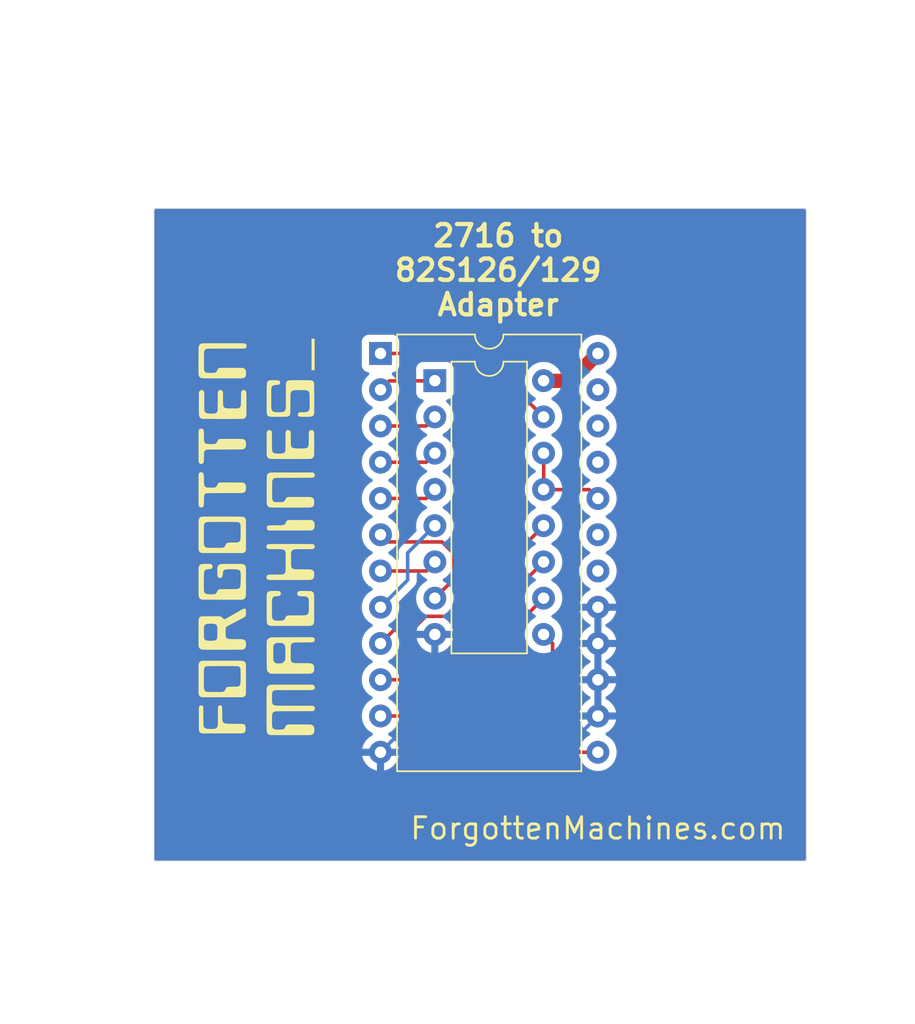
<source format=kicad_pcb>
(kicad_pcb (version 20221018) (generator pcbnew)
  (layers (0 "F.Cu" signal) (31 "B.Cu" signal) (34 "B.Paste" user) (35 "F.Paste" user) (36 "B.SilkS" user "B.Silkscreen") (37 "F.SilkS" user "F.Silkscreen") (38 "B.Mask" user) (39 "F.Mask" user) (44 "Edge.Cuts" user))
  (net 0 "")
  (net 1 "GND")
  (net 4 "+24V")
  (net 7 "+5V")
  (net 8 "A6")
  (net 9 "A5")
  (net 10 "A4")
  (net 11 "A3")
  (net 12 "A0")
  (net 13 "A1")
  (net 14 "A2")
  (net 15 "O3")
  (net 16 "O4")
  (net 17 "~{CE1}")
  (net 18 "A7")
  (net 19 "O1")
  (net 20 "O2")
  (footprint "Package_DIP:DIP-16_W7.62mm" (layer "F.Cu") (at 145.415 61.595)
    (fp_text reference "U2" hide)
    (fp_text value "82S126")
  )
  (footprint "Package_DIP:DIP-24_W15.24mm" (layer "F.Cu") (at 141.605 59.69)
    (fp_text reference "U1" hide)
    (fp_text value "2716_EPROM")
  )
  (gr_poly (pts (xy 133.624656 65.529278) (xy 133.627324 65.293631) (xy 133.630422 65.234249) (xy 133.635167 65.199093) (xy 133.64191 65.177111) (xy 133.651004 65.157252) (xy 133.654591 65.149888) (xy 133.658422 65.142792) (xy 133.662496 65.135966) (xy 133.666809 65.129411) (xy 133.671363 65.123129) (xy 133.676155 65.117121) (xy 133.681183 65.111388) (xy 133.686447 65.105933) (xy 133.691943 65.100757) (xy 133.697672 65.095861) (xy 133.703631 65.091246) (xy 133.709819 65.086914) (xy 133.716234 65.082867) (xy 133.722875 65.079107) (xy 133.729741 65.075634) (xy 133.736829 65.072449) (xy 133.746168 65.068595) (xy 133.750257 65.067031) (xy 133.754116 65.06569) (xy 133.757861 65.06456) (xy 133.761609 65.063625) (xy 133.765476 65.062872) (xy 133.769581 65.062288) (xy 133.774039 65.061858) (xy 133.778967 65.061569) (xy 133.784484 65.061407) (xy 133.790704 65.061358) (xy 133.797746 65.061407) (xy 133.805725 65.061542) (xy 133.824967 65.062012) (xy 133.884616 65.063598) (xy 133.910016 65.078965) (xy 133.915349 65.082297) (xy 133.920768 65.085879) (xy 133.926124 65.089599) (xy 133.931265 65.093344) (xy 133.936043 65.097003) (xy 133.940304 65.100463) (xy 133.943904 65.103611) (xy 133.945405 65.105034) (xy 133.946684 65.106336) (xy 133.949502 65.109567) (xy 133.95245 65.113373) (xy 133.955495 65.117691) (xy 133.958604 65.122454) (xy 133.961745 65.1276) (xy 133.964887 65.133063) (xy 133.967995 65.138778) (xy 133.97104 65.144681) (xy 133.973985 65.150707) (xy 133.976802 65.156793) (xy 133.979456 65.162872) (xy 133.981914 65.16888) (xy 133.984146 65.174754) (xy 133.986118 65.180428) (xy 133.987798 65.185838) (xy 133.989153 65.190919) (xy 133.989813 65.195547) (xy 133.990437 65.203932) (xy 133.991589 65.23264) (xy 133.992627 65.27836) (xy 133.993567 65.342413) (xy 133.995214 65.530804) (xy 133.99666 65.808375) (xy 133.998486 66.169301) (xy 134.00131 66.363144) (xy 134.003711 66.417841) (xy 134.0071 66.455284) (xy 134.011724 66.48365) (xy 134.017826 66.511108) (xy 134.021759 66.527392) (xy 134.025433 66.541064) (xy 134.027246 66.547095) (xy 134.029083 66.552681) (xy 134.030974 66.557893) (xy 134.032948 66.562799) (xy 134.035033 66.567471) (xy 134.037262 66.571976) (xy 134.03966 66.576386) (xy 134.04226 66.580768) (xy 134.04509 66.585194) (xy 134.048181 66.589733) (xy 134.055257 66.599427) (xy 134.061452 66.60734) (xy 134.067745 66.614791) (xy 134.074163 66.621795) (xy 134.080732 66.62837) (xy 134.087479 66.634533) (xy 134.094431 66.6403) (xy 134.101612 66.645689) (xy 134.10905 66.650715) (xy 134.116771 66.655397) (xy 134.124801 66.65975) (xy 134.133167 66.663792) (xy 134.141895 66.66754) (xy 134.151012 66.67101) (xy 134.160541 66.674219) (xy 134.170512 66.677185) (xy 134.18095 66.679923) (xy 134.193459 66.683102) (xy 134.20561 66.68636) (xy 134.216014 66.689315) (xy 134.220129 66.69056) (xy 134.223284 66.691586) (xy 134.231686 66.693545) (xy 134.244848 66.695394) (xy 134.283389 66.698707) (xy 134.334786 66.701421) (xy 134.394913 66.703428) (xy 134.45965 66.704623) (xy 134.524868 66.704901) (xy 134.586449 66.704155) (xy 134.640267 66.70228) (xy 134.664563 66.700824) (xy 134.686202 66.69901) (xy 134.705819 66.696725) (xy 134.724049 66.693853) (xy 134.732843 66.692161) (xy 134.741529 66.69028) (xy 134.758894 66.685891) (xy 134.776779 66.680571) (xy 134.795822 66.674206) (xy 134.808984 66.669154) (xy 134.821555 66.663403) (xy 134.833525 66.656966) (xy 134.844882 66.649856) (xy 134.855615 66.642086) (xy 134.865713 66.633668) (xy 134.875165 66.624615) (xy 134.883962 66.61494) (xy 134.892091 66.604655) (xy 134.899543 66.593773) (xy 134.906305 66.582309) (xy 134.912369 66.570273) (xy 134.917722 66.557679) (xy 134.922354 66.544539) (xy 134.926254 66.530866) (xy 134.929411 66.516672) (xy 134.931897 66.503026) (xy 134.934108 66.488883) (xy 134.936062 66.473476) (xy 134.937779 66.456036) (xy 134.939277 66.435794) (xy 134.940576 66.411982) (xy 134.941693 66.383831) (xy 134.942647 66.350572) (xy 134.944143 66.265655) (xy 134.945215 66.151084) (xy 134.94601 66.000706) (xy 134.946681 65.808375) (xy 134.948441 65.232641) (xy 134.959117 65.191682) (xy 134.964306 65.172618) (xy 134.966803 65.164155) (xy 134.969266 65.156337) (xy 134.971722 65.149112) (xy 134.974191 65.142429) (xy 134.976702 65.136237) (xy 134.979275 65.130485) (xy 134.981937 65.12512) (xy 134.98471 65.120092) (xy 134.98762 65.11535) (xy 134.990689 65.11084) (xy 134.993944 65.106516) (xy 134.997407 65.102322) (xy 135.001102 65.098209) (xy 135.005055 65.094125) (xy 135.010538 65.088818) (xy 135.015922 65.083982) (xy 135.021263 65.079595) (xy 135.02662 65.075635) (xy 135.032048 65.072081) (xy 135.037605 65.068911) (xy 135.043349 65.066104) (xy 135.049335 65.06364) (xy 135.055623 65.061493) (xy 135.062265 65.059647) (xy 135.069323 65.058078) (xy 135.076853 65.056764) (xy 135.08491 65.055685) (xy 135.093554 65.054818) (xy 135.102839 65.054145) (xy 135.112824 65.05364) (xy 135.12248 65.053313) (xy 135.131458 65.053173) (xy 135.139833 65.053236) (xy 135.147685 65.053522) (xy 135.155089 65.054049) (xy 135.162125 65.054833) (xy 135.16887 65.055895) (xy 135.1754 65.057251) (xy 135.181794 65.058921) (xy 135.188129 65.060921) (xy 135.194483 65.063271) (xy 135.200933 65.065989) (xy 135.207556 65.069091) (xy 135.214431 65.072598) (xy 135.221635 65.076527) (xy 135.229246 65.080895) (xy 135.234775 65.084249) (xy 135.239987 65.087656) (xy 135.244914 65.091155) (xy 135.249589 65.094785) (xy 135.254043 65.098583) (xy 135.25831 65.102588) (xy 135.26242 65.106838) (xy 135.266406 65.111371) (xy 135.270301 65.116228) (xy 135.274137 65.121446) (xy 135.277945 65.127061) (xy 135.281759 65.133114) (xy 135.28561 65.139643) (xy 135.289531 65.146686) (xy 135.293554 65.154282) (xy 135.29771 65.162469) (xy 135.315486 65.198128) (xy 135.31847 65.617551) (xy 135.32177 65.924339) (xy 135.323704 66.025891) (xy 135.32552 66.072958) (xy 135.32982 66.10754) (xy 135.332073 66.122864) (xy 135.334438 66.137008) (xy 135.336945 66.150071) (xy 135.339627 66.162152) (xy 135.342518 66.173349) (xy 135.345648 66.183762) (xy 135.349049 66.193489) (xy 135.352754 66.202629) (xy 135.356795 66.211281) (xy 135.361204 66.219544) (xy 135.366012 66.227515) (xy 135.371252 66.235297) (xy 135.376957 66.242985) (xy 135.383157 66.25068) (xy 135.386381 66.254356) (xy 135.390041 66.258208) (xy 135.394071 66.262185) (xy 135.398411 66.266237) (xy 135.402992 66.270317) (xy 135.407753 66.274374) (xy 135.412625 66.278358) (xy 135.417547 66.282219) (xy 135.422454 66.285909) (xy 135.427281 66.289378) (xy 135.431963 66.292576) (xy 135.436437 66.295454) (xy 135.440638 66.297962) (xy 135.444501 66.30005) (xy 135.447961 66.301669) (xy 135.450955 66.30277) (xy 135.456079 66.304402) (xy 135.463773 66.306955) (xy 135.472996 66.310082) (xy 135.482705 66.313432) (xy 135.493182 66.316927) (xy 135.503765 66.320124) (xy 135.514616 66.323041) (xy 135.525897 66.325695) (xy 135.537768 66.328106) (xy 135.550392 66.330291) (xy 135.563932 66.332268) (xy 135.578547 66.334055) (xy 135.594401 66.33567) (xy 135.611655 66.337131) (xy 135.630471 66.338457) (xy 135.65101 66.339665) (xy 135.697907 66.341801) (xy 135.753639 66.343684) (xy 135.859413 66.346254) (xy 135.959644 66.34755) (xy 136.052915 66.347603) (xy 136.137812 66.346444) (xy 136.21292 66.344104) (xy 136.276824 66.340613) (xy 136.328106 66.336004) (xy 136.365354 66.330305) (xy 136.382627 66.326547) (xy 136.398362 66.322864) (xy 136.410822 66.31968) (xy 136.415281 66.318408) (xy 136.418271 66.317419) (xy 136.427982 66.313499) (xy 136.437447 66.309222) (xy 136.446642 66.304604) (xy 136.45555 66.29966) (xy 136.464152 66.294407) (xy 136.47243 66.28886) (xy 136.480366 66.283035) (xy 136.487939 66.276948) (xy 136.495131 66.270614) (xy 136.501923 66.264051) (xy 136.508296 66.257273) (xy 136.514232 66.250296) (xy 136.519712 66.243135) (xy 136.524716 66.235811) (xy 136.529226 66.228332) (xy 136.533224 66.220719) (xy 136.535872 66.215021) (xy 136.538515 66.208842) (xy 136.543696 66.195367) (xy 136.548585 66.180939) (xy 136.553001 66.166205) (xy 136.556764 66.151812) (xy 136.559687 66.138406) (xy 136.560781 66.132274) (xy 136.561596 66.126632) (xy 136.562112 66.12156) (xy 136.562306 66.117138) (xy 136.562424 66.113445) (xy 136.562729 66.109332) (xy 136.563199 66.104936) (xy 136.563813 66.100396) (xy 136.564551 66.095848) (xy 136.565392 66.091431) (xy 136.566316 66.087283) (xy 136.567301 66.083541) (xy 136.567932 66.080058) (xy 136.56854 66.074019) (xy 136.569691 66.054037) (xy 136.570764 66.023119) (xy 136.571768 65.980784) (xy 136.57361 65.859955) (xy 136.575293 65.687725) (xy 136.578691 65.404594) (xy 136.580673 65.306367) (xy 136.582525 65.255926) (xy 136.584469 65.235856) (xy 136.587079 65.216927) (xy 136.59037 65.19912) (xy 136.594348 65.182416) (xy 136.59903 65.166795) (xy 136.604424 65.15224) (xy 136.61054 65.13873) (xy 136.617395 65.126248) (xy 136.624994 65.114774) (xy 136.633354 65.104289) (xy 136.642483 65.094775) (xy 136.652393 65.086212) (xy 136.663095 65.078582) (xy 136.674602 65.071865) (xy 136.686924 65.066043) (xy 136.700073 65.061097) (xy 136.704475 65.059663) (xy 136.708619 65.058389) (xy 136.712571 65.057264) (xy 136.716394 65.056285) (xy 136.72015 65.055444) (xy 136.723906 65.054736) (xy 136.727725 65.054153) (xy 136.731669 65.05369) (xy 136.735804 65.05334) (xy 136.740193 65.053096) (xy 136.744899 65.052952) (xy 136.749987 65.052902) (xy 136.755521 65.05294) (xy 136.761564 65.053058) (xy 136.775433 65.05351) (xy 136.789943 65.054139) (xy 136.801687 65.054879) (xy 136.806724 65.055332) (xy 136.81131 65.055864) (xy 136.815526 65.056491) (xy 136.819452 65.05723) (xy 136.82317 65.058098) (xy 136.826757 65.059112) (xy 136.830296 65.060289) (xy 136.833866 65.061646) (xy 136.837549 65.063198) (xy 136.841423 65.064964) (xy 136.85007 65.069205) (xy 136.85698 65.07279) (xy 136.863379 65.076333) (xy 136.869312 65.07988) (xy 136.874823 65.083481) (xy 136.879957 65.087181) (xy 136.884759 65.091027) (xy 136.889272 65.095068) (xy 136.893543 65.099349) (xy 136.897614 65.10392) (xy 136.901532 65.108827) (xy 136.90534 65.114117) (xy 136.909083 65.119838) (xy 136.912805 65.126037) (xy 136.916552 65.132761) (xy 136.920368 65.140059) (xy 136.924297 65.147976) (xy 136.930631 65.161211) (xy 136.933498 65.167571) (xy 136.936172 65.173973) (xy 136.938662 65.180581) (xy 136.940973 65.187554) (xy 136.943112 65.195058) (xy 136.945085 65.203247) (xy 136.946898 65.212289) (xy 136.948559 65.222342) (xy 136.950075 65.233569) (xy 136.95145 65.24613) (xy 136.952692 65.26019) (xy 136.953807 65.275907) (xy 136.954802 65.293443) (xy 136.955684 65.31296) (xy 136.956457 65.334619) (xy 136.95713 65.358582) (xy 136.958199 65.414066) (xy 136.958943 65.480703) (xy 136.959414 65.559784) (xy 136.959663 65.652602) (xy 136.959742 65.760448) (xy 136.959599 66.026392) (xy 136.958223 66.522063) (xy 136.955685 66.741825) (xy 136.955684 66.741825) (xy 136.955684 66.741826) (xy 136.955684 66.741826) (xy 136.955683 66.741827) (xy 136.955682 66.741827) (xy 136.955681 66.741828) (xy 136.955679 66.74183) (xy 136.954012 66.754544) (xy 136.951958 66.771952) (xy 136.94978 66.791761) (xy 136.947737 66.81168) (xy 136.945963 66.826934) (xy 136.943676 66.841875) (xy 136.940888 66.856476) (xy 136.937609 66.870714) (xy 136.933852 66.884562) (xy 136.929624 66.897996) (xy 136.924939 66.91099) (xy 136.919806 66.92352) (xy 136.914239 66.93556) (xy 136.908246 66.947084) (xy 136.901839 66.958069) (xy 136.895029 66.968489) (xy 136.887827 66.978318) (xy 136.880243 66.987532) (xy 136.872289 66.996105) (xy 136.863976 67.004011) (xy 136.854661 67.011922) (xy 136.845016 67.019317) (xy 136.834981 67.026218) (xy 136.824497 67.032646) (xy 136.813503 67.038622) (xy 136.801942 67.044165) (xy 136.78975 67.049297) (xy 136.776869 67.054038) (xy 136.763239 67.058409) (xy 136.7488 67.06243) (xy 136.733492 67.066122) (xy 136.717256 67.069505) (xy 136.70003 67.072601) (xy 136.681755 67.07543) (xy 136.662372 67.078011) (xy 136.641821 67.080367) (xy 135.324673 67.084932) (xy 133.984098 67.080218) (xy 133.956304 67.077953) (xy 133.929127 67.075074) (xy 133.902921 67.071643) (xy 133.878044 67.06772) (xy 133.854848 67.063368) (xy 133.833689 67.058646) (xy 133.814922 67.053617) (xy 133.798904 67.048341) (xy 133.791571 67.045499) (xy 133.784161 67.042389) (xy 133.776721 67.039036) (xy 133.769297 67.035468) (xy 133.761935 67.031717) (xy 133.754681 67.027808) (xy 133.747581 67.023771) (xy 133.74068 67.019632) (xy 133.734027 67.015422) (xy 133.727664 67.011168) (xy 133.721639 67.006899) (xy 133.715998 67.002642) (xy 133.710787 66.998427) (xy 133.706053 66.994281) (xy 133.70184 66.990234) (xy 133.698195 66.986312) (xy 133.691497 66.978087) (xy 133.685096 66.96917) (xy 133.678996 66.95957) (xy 133.673201 66.9493) (xy 133.667714 66.938369) (xy 133.662538 66.926788) (xy 133.657678 66.914568) (xy 133.653136 66.90172) (xy 133.648917 66.888254) (xy 133.645023 66.874182) (xy 133.64146 66.859514) (xy 133.638229 66.844261) (xy 133.635335 66.828434) (xy 133.632781 66.812043) (xy 133.630572 66.795099) (xy 133.628709 66.777613) (xy 133.627684 66.754951) (xy 133.626792 66.710153) (xy 133.625417 66.555427) (xy 133.624595 66.316002) (xy 133.624344 65.994447)) (fill solid) (layer "F.SilkS"))
  (gr_poly (pts (xy 128.86098 68.153435) (xy 128.86468 68.139915) (xy 128.868685 68.127145) (xy 128.873001 68.115113) (xy 128.877635 68.10381) (xy 128.882592 68.09323) (xy 128.88788 68.083362) (xy 128.893505 68.074198) (xy 128.899474 68.06573) (xy 128.905793 68.057949) (xy 128.912469 68.050845) (xy 128.919508 68.044413) (xy 128.926918 68.038639) (xy 128.934703 68.033519) (xy 128.942873 68.029042) (xy 128.951431 68.0252) (xy 128.960385 68.021984) (xy 128.966906 68.020123) (xy 128.974052 68.018465) (xy 128.981741 68.017011) (xy 128.989887 68.015765) (xy 128.998405 68.014729) (xy 129.007211 68.013906) (xy 129.01622 68.013298) (xy 129.025348 68.012908) (xy 129.034511 68.012738) (xy 129.043622 68.012792) (xy 129.052599 68.013071) (xy 129.061355 68.013579) (xy 129.069807 68.014317) (xy 129.07787 68.015289) (xy 129.085458 68.016497) (xy 129.092491 68.017944) (xy 129.099874 68.019787) (xy 129.106987 68.021819) (xy 129.113833 68.024047) (xy 129.120419 68.026481) (xy 129.12675 68.02913) (xy 129.132833 68.031999) (xy 129.138673 68.0351) (xy 129.144275 68.038441) (xy 129.149646 68.042031) (xy 129.154791 68.045877) (xy 129.159716 68.049988) (xy 129.164426 68.054375) (xy 129.168928 68.059044) (xy 129.173227 68.064004) (xy 129.177329 68.069264) (xy 129.181239 68.074833) (xy 129.184964 68.080719) (xy 129.188509 68.08693) (xy 129.191879 68.093476) (xy 129.195081 68.100365) (xy 129.19812 68.107605) (xy 129.201003 68.115206) (xy 129.203734 68.123175) (xy 129.20632 68.131522) (xy 129.208765 68.140255) (xy 129.211077 68.149382) (xy 129.21532 68.168855) (xy 129.219097 68.19001) (xy 129.222451 68.212914) (xy 129.223423 68.22576) (xy 129.224456 68.249381) (xy 129.226584 68.323646) (xy 129.228585 68.425095) (xy 129.230209 68.543113) (xy 129.231823 68.660681) (xy 129.233805 68.761727) (xy 129.235903 68.835488) (xy 129.237866 68.871198) (xy 129.240858 68.88913) (xy 129.24477 68.906364) (xy 129.249583 68.922876) (xy 129.255285 68.938648) (xy 129.261859 68.953662) (xy 129.269291 68.967897) (xy 129.277565 68.981333) (xy 129.286665 68.993951) (xy 129.296577 69.005731) (xy 129.307285 69.016654) (xy 129.318774 69.026699) (xy 129.331028 69.035849) (xy 129.344033 69.044082) (xy 129.357772 69.051379) (xy 129.372231 69.05772) (xy 129.387395 69.063086) (xy 129.41346 69.071053) (xy 129.425176 69.074296) (xy 129.436621 69.07709) (xy 129.448252 69.07947) (xy 129.460523 69.08147) (xy 129.473889 69.083126) (xy 129.488806 69.084472) (xy 129.505729 69.085542) (xy 129.525114 69.086372) (xy 129.547417 69.086993) (xy 129.573091 69.087444) (xy 129.636378 69.087967) (xy 129.71862 69.088218) (xy 129.850841 69.08835) (xy 129.892802 69.088071) (xy 129.922675 69.087419) (xy 129.94347 69.08629) (xy 129.958197 69.084575) (xy 129.969868 69.082169) (xy 129.981491 69.078965) (xy 129.999032 69.073627) (xy 130.015212 69.068065) (xy 130.030145 69.06217) (xy 130.043948 69.05583) (xy 130.056735 69.048937) (xy 130.062783 69.045248) (xy 130.068621 69.04138) (xy 130.074262 69.037318) (xy 130.07972 69.033049) (xy 130.085011 69.02856) (xy 130.090148 69.023835) (xy 130.095148 69.018862) (xy 130.10002 69.013627) (xy 130.10945 69.002316) (xy 130.118554 68.989791) (xy 130.127447 68.975942) (xy 130.136242 68.96066) (xy 130.145057 68.943835) (xy 130.154003 68.925356) (xy 130.163198 68.905114) (xy 130.173715 68.881714) (xy 130.183552 68.860786) (xy 130.192894 68.842164) (xy 130.201927 68.82568) (xy 130.210839 68.811167) (xy 130.219815 68.798459) (xy 130.224385 68.792729) (xy 130.22904 68.787388) (xy 130.233806 68.782414) (xy 130.238702 68.777787) (xy 130.243755 68.773486) (xy 130.248986 68.76949) (xy 130.254419 68.765779) (xy 130.260078 68.762329) (xy 130.265985 68.759123) (xy 130.272165 68.756138) (xy 130.285431 68.750749) (xy 130.300065 68.745996) (xy 130.316251 68.741711) (xy 130.334175 68.737728) (xy 130.354025 68.73388) (xy 130.361099 68.732751) (xy 130.369876 68.731754) (xy 130.38121 68.730882) (xy 130.395955 68.73013) (xy 130.414966 68.72949) (xy 130.439096 68.728956) (xy 130.506132 68.728186) (xy 130.603896 68.727768) (xy 130.739222 68.727655) (xy 131.149891 68.728143) (xy 131.605615 68.729086) (xy 131.838301 68.731265) (xy 131.898294 68.733448) (xy 131.935275 68.736696) (xy 131.960157 68.74126) (xy 131.983857 68.747393) (xy 131.993561 68.750127) (xy 132.003055 68.753193) (xy 132.012339 68.756586) (xy 132.021407 68.760301) (xy 132.030257 68.764335) (xy 132.038884 68.768682) (xy 132.047284 68.773337) (xy 132.055455 68.778299) (xy 132.063392 68.783559) (xy 132.071091 68.789117) (xy 132.07855 68.794964) (xy 132.085763 68.801099) (xy 132.092729 68.807515) (xy 132.099441 68.814209) (xy 132.105898 68.821176) (xy 132.112095 68.828412) (xy 132.11803 68.835912) (xy 132.123696 68.843671) (xy 132.129092 68.851685) (xy 132.134214 68.85995) (xy 132.139057 68.868461) (xy 132.143619 68.877214) (xy 132.147896 68.886203) (xy 132.151882 68.895425) (xy 132.155575 68.904875) (xy 132.158972 68.914549) (xy 132.162069 68.924442) (xy 132.164861 68.934549) (xy 132.167347 68.944866) (xy 132.169519 68.955389) (xy 132.172915 68.977033) (xy 132.174877 68.99844) (xy 132.17651 69.027023) (xy 132.177764 69.059952) (xy 132.17859 69.094401) (xy 132.178938 69.12754) (xy 132.178761 69.156541) (xy 132.178007 69.178576) (xy 132.1774 69.186097) (xy 132.17663 69.190816) (xy 132.17661 69.190813) (xy 132.176262 69.192222) (xy 132.175919 69.193816) (xy 132.175255 69.197488) (xy 132.174634 69.201689) (xy 132.174071 69.206273) (xy 132.173583 69.2111) (xy 132.173186 69.216027) (xy 132.172894 69.22091) (xy 132.172726 69.225608) (xy 132.172428 69.230916) (xy 132.171778 69.23676) (xy 132.170797 69.243073) (xy 132.169506 69.249785) (xy 132.167926 69.25683) (xy 132.16608 69.264138) (xy 132.163989 69.271642) (xy 132.161671 69.279273) (xy 132.159153 69.286965) (xy 132.156453 69.294648) (xy 132.153594 69.302255) (xy 132.150597 69.309717) (xy 132.147483 69.316967) (xy 132.144274 69.323937) (xy 132.140991 69.330558) (xy 132.137656 69.336762) (xy 132.130821 69.348417) (xy 132.123819 69.359281) (xy 132.116581 69.369403) (xy 132.109034 69.378834) (xy 132.10111 69.387624) (xy 132.096984 69.391794) (xy 132.092738 69.395822) (xy 132.088361 69.399715) (xy 132.083847 69.403478) (xy 132.079184 69.407119) (xy 132.074366 69.410642) (xy 132.064225 69.417365) (xy 132.053354 69.423695) (xy 132.041683 69.429683) (xy 132.029141 69.435378) (xy 132.015657 69.440831) (xy 132.00116 69.446092) (xy 131.985582 69.45121) (xy 131.96885 69.456234) (xy 131.920357 69.470214) (xy 130.701156 69.472478) (xy 129.721486 69.475386) (xy 129.522714 69.477414) (xy 129.456557 69.480209) (xy 129.423336 69.487597) (xy 129.396161 69.494306) (xy 129.384516 69.497539) (xy 129.373996 69.500764) (xy 129.364469 69.504032) (xy 129.355808 69.507399) (xy 129.347883 69.510917) (xy 129.340565 69.514641) (xy 129.333725 69.518624) (xy 129.327233 69.522919) (xy 129.32096 69.527581) (xy 129.314778 69.532662) (xy 129.308556 69.538217) (xy 129.302165 69.544299) (xy 129.295588 69.551084) (xy 129.289365 69.558253) (xy 129.283495 69.56581) (xy 129.277973 69.573767) (xy 129.272797 69.582128) (xy 129.267963 69.590903) (xy 129.26347 69.600098) (xy 129.259313 69.609721) (xy 129.255489 69.619781) (xy 129.251995 69.630284) (xy 129.248828 69.641239) (xy 129.245987 69.652652) (xy 129.243466 69.664532) (xy 129.241262 69.676887) (xy 129.239374 69.689723) (xy 129.237798 69.703049) (xy 129.23684 69.716996) (xy 129.235818 69.74053) (xy 129.233708 69.81129) (xy 129.231719 69.905187) (xy 129.230103 70.012082) (xy 129.228501 70.117474) (xy 129.226549 70.207279) (xy 129.224495 70.271981) (xy 129.223508 70.291945) (xy 129.222587 70.302065) (xy 129.218775 70.320927) (xy 129.214438 70.338604) (xy 129.209556 70.355122) (xy 129.20411 70.370506) (xy 129.19808 70.384782) (xy 129.191447 70.397976) (xy 129.184189 70.410111) (xy 129.176288 70.421215) (xy 129.167726 70.431313) (xy 129.158479 70.440429) (xy 129.148531 70.448589) (xy 129.13786 70.45582) (xy 129.126447 70.462145) (xy 129.114272 70.467591) (xy 129.101316 70.472183) (xy 129.087558 70.475947) (xy 129.073243 70.479165) (xy 129.066836 70.480439) (xy 129.06083 70.481491) (xy 129.055147 70.482322) (xy 129.049714 70.482933) (xy 129.044455 70.483325) (xy 129.039293 70.483498) (xy 129.034154 70.483454) (xy 129.028962 70.483194) (xy 129.023643 70.482718) (xy 129.018117 70.482028) (xy 129.012313 70.481124) (xy 129.006153 70.480008) (xy 128.992468 70.477142) (xy 128.986128 70.475592) (xy 128.979809 70.47378) (xy 128.973532 70.471717) (xy 128.96732 70.469417) (xy 128.961195 70.466891) (xy 128.955178 70.464152) (xy 128.949291 70.461213) (xy 128.943557 70.458087) (xy 128.937998 70.454783) (xy 128.932635 70.451318) (xy 128.927492 70.447702) (xy 128.922587 70.443949) (xy 128.917945 70.44007) (xy 128.913589 70.436079) (xy 128.909537 70.431988) (xy 128.905817 70.427808) (xy 128.903144 70.424393) (xy 128.900286 70.420303) (xy 128.897278 70.415604) (xy 128.89415 70.410364) (xy 128.890934 70.404649) (xy 128.887662 70.398527) (xy 128.884366 70.392063) (xy 128.881078 70.385326) (xy 128.874653 70.371296) (xy 128.868644 70.356972) (xy 128.865875 70.349867) (xy 128.863306 70.342888) (xy 128.860968 70.336104) (xy 128.858893 70.329581) (xy 128.857594 70.324521) (xy 128.856449 70.317529) (xy 128.855449 70.307232) (xy 128.854584 70.292257) (xy 128.853845 70.271231) (xy 128.853221 70.242781) (xy 128.852703 70.205536) (xy 128.852282 70.158119) (xy 128.851687 70.027289) (xy 128.851359 69.839308) (xy 128.85119 69.247964) (xy 128.85119 68.191746)) (fill solid) (layer "F.SilkS"))
  (gr_poly (pts (xy 133.61178 73.198796) (xy 133.611971 73.193714) (xy 133.612304 73.189103) (xy 133.612794 73.184846) (xy 133.613458 73.180826) (xy 133.614313 73.176924) (xy 133.615375 73.173025) (xy 133.61666 73.169009) (xy 133.618185 73.164761) (xy 133.619965 73.160162) (xy 133.62436 73.149442) (xy 133.627185 73.142924) (xy 133.630137 73.136646) (xy 133.633221 73.130607) (xy 133.636447 73.124801) (xy 133.639818 73.119225) (xy 133.643343 73.113874) (xy 133.647028 73.108745) (xy 133.650881 73.103834) (xy 133.654909 73.099137) (xy 133.659117 73.094649) (xy 133.663513 73.090367) (xy 133.668104 73.086287) (xy 133.672896 73.082405) (xy 133.677896 73.078717) (xy 133.683114 73.075217) (xy 133.688553 73.071906) (xy 133.694221 73.068775) (xy 133.700123 73.065823) (xy 133.706269 73.063044) (xy 133.712666 73.060436) (xy 133.719317 73.057993) (xy 133.726232 73.055713) (xy 133.733418 73.05359) (xy 133.74088 73.051622) (xy 133.748628 73.049804) (xy 133.756664 73.048132) (xy 133.773637 73.045211) (xy 133.791855 73.042827) (xy 133.811373 73.040948) (xy 135.347313 73.037633) (xy 136.845973 73.044413) (xy 136.859811 73.047639) (xy 136.873006 73.051388) (xy 136.885556 73.055658) (xy 136.897455 73.060446) (xy 136.908701 73.06575) (xy 136.919289 73.071565) (xy 136.929217 73.077889) (xy 136.93848 73.08472) (xy 136.947075 73.092054) (xy 136.954998 73.099889) (xy 136.962245 73.108221) (xy 136.968814 73.117048) (xy 136.9747 73.126367) (xy 136.979898 73.136175) (xy 136.984409 73.146468) (xy 136.988225 73.157246) (xy 136.989826 73.162892) (xy 136.991267 73.169086) (xy 136.992539 73.175745) (xy 136.993643 73.182789) (xy 136.994575 73.190136) (xy 136.995331 73.197707) (xy 136.995909 73.205419) (xy 136.996304 73.213192) (xy 136.996515 73.220946) (xy 136.996538 73.2286) (xy 136.996369 73.23607) (xy 136.996005 73.243278) (xy 136.995444 73.250143) (xy 136.994683 73.256582) (xy 136.993717 73.262517) (xy 136.992544 73.267864) (xy 136.992532 73.267873) (xy 136.991897 73.270207) (xy 136.991129 73.272752) (xy 136.989234 73.278375) (xy 136.98693 73.284542) (xy 136.984301 73.291054) (xy 136.98143 73.297711) (xy 136.9784 73.304314) (xy 136.975294 73.310662) (xy 136.972197 73.316557) (xy 136.968572 73.322773) (xy 136.96463 73.328762) (xy 136.960366 73.334523) (xy 136.955777 73.34006) (xy 136.95086 73.345375) (xy 136.945612 73.35047) (xy 136.940028 73.355349) (xy 136.934105 73.360014) (xy 136.92784 73.364468) (xy 136.92123 73.368713) (xy 136.914271 73.372751) (xy 136.906959 73.376586) (xy 136.899291 73.38022) (xy 136.891264 73.383655) (xy 136.882874 73.386895) (xy 136.874117 73.389941) (xy 136.841017 73.400863) (xy 136.2878 73.400822) (xy 135.968181 73.401137) (xy 135.783518 73.402799) (xy 135.726431 73.404441) (xy 135.684646 73.406788) (xy 135.652019 73.409962) (xy 135.622402 73.414085) (xy 135.609204 73.41601) (xy 135.593609 73.418127) (xy 135.577566 73.420178) (xy 135.563023 73.421906) (xy 135.556322 73.422756) (xy 135.54949 73.423796) (xy 135.542719 73.424984) (xy 135.5362 73.426281) (xy 135.530122 73.427648) (xy 135.524679 73.429042) (xy 135.520059 73.430426) (xy 135.518118 73.431101) (xy 135.516455 73.431757) (xy 135.499046 73.439232) (xy 135.484755 73.445543) (xy 135.473028 73.450979) (xy 135.46332 73.455827) (xy 135.455075 73.460375) (xy 135.447745 73.464913) (xy 135.440778 73.469728) (xy 135.433624 73.475108) (xy 135.423473 73.483322) (xy 135.414109 73.491663) (xy 135.405491 73.500227) (xy 135.401444 73.504623) (xy 135.397568 73.509111) (xy 135.393855 73.513704) (xy 135.3903 73.51841) (xy 135.386896 73.523246) (xy 135.383641 73.528223) (xy 135.380526 73.53335) (xy 135.377547 73.538643) (xy 135.374697 73.544111) (xy 135.371972 73.549768) (xy 135.369367 73.555625) (xy 135.366873 73.561695) (xy 135.362205 73.574519) (xy 135.357922 73.588337) (xy 135.353982 73.603245) (xy 135.350338 73.61934) (xy 135.346946 73.636718) (xy 135.343763 73.655475) (xy 135.340742 73.675707) (xy 135.33782 73.727572) (xy 135.335728 73.825615) (xy 135.334041 74.09965) (xy 135.335692 74.376636) (xy 135.337772 74.478368) (xy 135.340691 74.535395) (xy 135.345705 74.574911) (xy 135.348432 74.592467) (xy 135.351354 74.608693) (xy 135.354512 74.62369) (xy 135.357943 74.637561) (xy 135.361685 74.65041) (xy 135.365777 74.662338) (xy 135.370256 74.673449) (xy 135.375161 74.683844) (xy 135.380531 74.693628) (xy 135.386403 74.702902) (xy 135.392815 74.711768) (xy 135.399805 74.720331) (xy 135.407413 74.728691) (xy 135.415676 74.736953) (xy 135.422005 74.742915) (xy 135.428028 74.748349) (xy 135.433849 74.7533) (xy 135.439568 74.757823) (xy 135.445289 74.761963) (xy 135.451114 74.765774) (xy 135.457145 74.769305) (xy 135.463485 74.772606) (xy 135.470234 74.775727) (xy 135.477496 74.778719) (xy 135.485373 74.781632) (xy 135.493967 74.784515) (xy 135.503381 74.787419) (xy 135.513716 74.790395) (xy 135.525074 74.793492) (xy 135.537559 74.79676) (xy 135.5949 74.811535) (xy 136.083849 74.813215) (xy 136.448645 74.815675) (xy 136.572154 74.817417) (xy 136.634184 74.819256) (xy 136.657142 74.821088) (xy 136.678712 74.823238) (xy 136.698969 74.825732) (xy 136.717987 74.828594) (xy 136.73584 74.83185) (xy 136.752603 74.835524) (xy 136.76835 74.839642) (xy 136.783157 74.844228) (xy 136.797097 74.849308) (xy 136.810244 74.854907) (xy 136.822674 74.86105) (xy 136.834461 74.867761) (xy 136.84568 74.875067) (xy 136.856404 74.882991) (xy 136.866708 74.89156) (xy 136.876668 74.900797) (xy 136.887596 74.91208) (xy 136.897609 74.923742) (xy 136.906738 74.935884) (xy 136.910977 74.942166) (xy 136.915007 74.948605) (xy 136.918831 74.955215) (xy 136.92245 74.962008) (xy 136.92587 74.968996) (xy 136.929093 74.976192) (xy 136.934967 74.991257) (xy 136.9401 75.007304) (xy 136.944521 75.024434) (xy 136.948258 75.042747) (xy 136.95134 75.062343) (xy 136.953798 75.083323) (xy 136.955659 75.105788) (xy 136.956953 75.129837) (xy 136.957708 75.155572) (xy 136.957953 75.183092) (xy 136.957523 75.216079) (xy 136.956214 75.247073) (xy 136.953998 75.276146) (xy 136.950846 75.303373) (xy 136.946727 75.328828) (xy 136.941616 75.352583) (xy 136.935483 75.374713) (xy 136.928299 75.39529) (xy 136.920035 75.414389) (xy 136.910665 75.432082) (xy 136.900157 75.448444) (xy 136.888484 75.463548) (xy 136.875616 75.477467) (xy 136.861527 75.490275) (xy 136.846187 75.502046) (xy 136.829566 75.512853) (xy 136.821634 75.517471) (xy 136.813798 75.521743) (xy 136.805978 75.525693) (xy 136.798096 75.529343) (xy 136.790074 75.532714) (xy 136.781835 75.535828) (xy 136.773299 75.538707) (xy 136.76439 75.541374) (xy 136.755028 75.543849) (xy 136.745135 75.546157) (xy 136.734634 75.548317) (xy 136.723446 75.550353) (xy 136.711494 75.552286) (xy 136.698698 75.554138) (xy 136.684981 75.555931) (xy 136.670265 75.557688) (xy 135.255 75.565) (xy 133.838066 75.560308) (xy 133.814142 75.557473) (xy 133.792977 75.554456) (xy 133.774162 75.55116) (xy 133.757289 75.547483) (xy 133.749453 75.545472) (xy 133.741949 75.543328) (xy 133.734726 75.54104) (xy 133.727734 75.538595) (xy 133.720921 75.535981) (xy 133.714237 75.533185) (xy 133.701048 75.526998) (xy 133.694547 75.5236) (xy 133.688339 75.520074) (xy 133.682412 75.516407) (xy 133.676754 75.512587) (xy 133.671353 75.508602) (xy 133.666198 75.504438) (xy 133.661274 75.500085) (xy 133.656571 75.495529) (xy 133.652077 75.490759) (xy 133.647779 75.485761) (xy 133.643664 75.480524) (xy 133.639722 75.475035) (xy 133.635939 75.469282) (xy 133.632303 75.463253) (xy 133.628803 75.456934) (xy 133.625426 75.450315) (xy 133.623569 75.446458) (xy 133.621913 75.442839) (xy 133.620443 75.439381) (xy 133.619146 75.436008) (xy 133.618011 75.432642) (xy 133.617022 75.429207) (xy 133.616167 75.425624) (xy 133.615433 75.421819) (xy 133.614807 75.417712) (xy 133.614274 75.413227) (xy 133.613822 75.408288) (xy 133.613438 75.402819) (xy 133.613108 75.396738) (xy 133.61282 75.389973) (xy 133.612313 75.374078) (xy 133.611995 75.359603) (xy 133.611923 75.347362) (xy 133.612125 75.33702) (xy 133.612627 75.328243) (xy 133.612999 75.324337) (xy 133.613456 75.320699) (xy 133.614 75.317283) (xy 133.614637 75.314051) (xy 133.615368 75.310959) (xy 133.616197 75.307966) (xy 133.618164 75.302111) (xy 133.622362 75.291624) (xy 133.626901 75.281779) (xy 133.631811 75.272548) (xy 133.637126 75.263906) (xy 133.642876 75.255824) (xy 133.645924 75.251986) (xy 133.649095 75.248276) (xy 133.652389 75.244695) (xy 133.655812 75.241236) (xy 133.659369 75.237897) (xy 133.663062 75.234675) (xy 133.666897 75.231567) (xy 133.670876 75.228568) (xy 133.679287 75.222888) (xy 133.688324 75.217607) (xy 133.698021 75.212698) (xy 133.708412 75.208135) (xy 133.719525 75.203891) (xy 133.731395 75.199939) (xy 133.744052 75.196251) (xy 133.754569 75.193735) (xy 133.76691 75.191454) (xy 133.781253 75.189404) (xy 133.797779 75.187579) (xy 133.816667 75.185974) (xy 133.838097 75.184583) (xy 133.889304 75.182423) (xy 133.952836 75.181052) (xy 134.030131 75.180428) (xy 134.122629 75.180505) (xy 134.231766 75.181241) (xy 134.412777 75.181901) (xy 134.55819 75.180393) (xy 134.665273 75.176775) (xy 134.70359 75.174191) (xy 134.731299 75.171101) (xy 134.74132 75.169404) (xy 134.75218 75.167203) (xy 134.763678 75.164554) (xy 134.775616 75.161508) (xy 134.787794 75.15812) (xy 134.800013 75.154441) (xy 134.812074 75.150527) (xy 134.823779 75.146429) (xy 134.827815 75.144856) (xy 134.83185 75.143081) (xy 134.835879 75.141105) (xy 134.839899 75.138935) (xy 134.847893 75.134032) (xy 134.855802 75.128407) (xy 134.863595 75.122098) (xy 134.871239 75.11514) (xy 134.878704 75.107573) (xy 134.885958 75.099431) (xy 134.892969 75.090752) (xy 134.899707 75.081575) (xy 134.906139 75.071935) (xy 134.912237 75.061868) (xy 134.917966 75.051413) (xy 134.923295 75.040606) (xy 134.928194 75.029485) (xy 134.932632 75.018085) (xy 134.936599 75.006854) (xy 134.940083 74.995674) (xy 134.941653 74.989789) (xy 134.943114 74.983542) (xy 134.94447 74.976806) (xy 134.945725 74.969457) (xy 134.946882 74.961369) (xy 134.947946 74.952417) (xy 134.94892 74.942477) (xy 134.949809 74.931422) (xy 134.950616 74.919127) (xy 134.951346 74.905468) (xy 134.952588 74.873555) (xy 134.953567 74.834681) (xy 134.954311 74.787843) (xy 134.954856 74.732042) (xy 134.955231 74.666273) (xy 134.955599 74.500832) (xy 134.955666 74.283506) (xy 134.955264 73.890538) (xy 134.954193 73.768945) (xy 134.952038 73.685118) (xy 134.94842 73.629937) (xy 134.94296 73.594281) (xy 134.935279 73.56903) (xy 134.924998 73.545062) (xy 134.921568 73.538006) (xy 134.917492 73.530787) (xy 134.912832 73.52346) (xy 134.907646 73.516091) (xy 134.901995 73.508738) (xy 134.895937 73.501458) (xy 134.889533 73.494315) (xy 134.882842 73.487366) (xy 134.875926 73.480673) (xy 134.868842 73.474295) (xy 134.861651 73.468292) (xy 134.854413 73.462723) (xy 134.847187 73.457649) (xy 134.840032 73.45313) (xy 134.83301 73.449225) (xy 134.826179 73.445995) (xy 134.812539 73.440236) (xy 134.801039 73.435599) (xy 134.791128 73.43192) (xy 134.786597 73.430388) (xy 134.782255 73.429032) (xy 134.778036 73.427836) (xy 134.773869 73.426776) (xy 134.769686 73.425832) (xy 134.765418 73.424983) (xy 134.756351 73.42349) (xy 134.746116 73.422134) (xy 134.731617 73.420295) (xy 134.715609 73.418159) (xy 134.700039 73.41599) (xy 134.686849 73.414053) (xy 134.658045 73.41003) (xy 134.643365 73.408362) (xy 134.627783 73.406905) (xy 134.610761 73.405643) (xy 134.59176 73.404566) (xy 134.570243 73.403656) (xy 134.545673 73.4029) (xy 134.485218 73.401798) (xy 134.406092 73.401143) (xy 134.303993 73.40083) (xy 134.174616 73.400742) (xy 133.951305 73.400535) (xy 133.82781 73.399547) (xy 133.792813 73.39856) (xy 133.769953 73.397135) (xy 133.754956 73.395195) (xy 133.743552 73.392657) (xy 133.732484 73.389588) (xy 133.72197 73.386271) (xy 133.711992 73.382693) (xy 133.702538 73.378843) (xy 133.693586 73.374708) (xy 133.685122 73.370277) (xy 133.677129 73.365539) (xy 133.669591 73.36048) (xy 133.66249 73.35509) (xy 133.655812 73.349356) (xy 133.649538 73.343269) (xy 133.643652 73.336813) (xy 133.638139 73.329979) (xy 133.63298 73.322754) (xy 133.628161 73.315127) (xy 133.623663 73.307085) (xy 133.622191 73.304194) (xy 133.620864 73.301362) (xy 133.619673 73.298533) (xy 133.618609 73.295648) (xy 133.617662 73.292649) (xy 133.616824 73.289476) (xy 133.616084 73.286072) (xy 133.615435 73.282378) (xy 133.614866 73.278336) (xy 133.614369 73.273887) (xy 133.613934 73.268974) (xy 133.613552 73.263536) (xy 133.613214 73.257517) (xy 133.612911 73.250857) (xy 133.612372 73.235383) (xy 133.611892 73.218043) (xy 133.611714 73.204466)) (fill solid) (layer "F.SilkS"))
  (gr_poly (pts (xy 128.846089 60.164815) (xy 128.848322 59.601941) (xy 128.852224 59.305978) (xy 128.853766 59.28537) (xy 128.855872 59.265295) (xy 128.858529 59.245784) (xy 128.861727 59.226868) (xy 128.865454 59.208578) (xy 128.8697 59.190946) (xy 128.874456 59.174002) (xy 128.879707 59.157777) (xy 128.885447 59.142303) (xy 128.891662 59.127612) (xy 128.898342 59.113734) (xy 128.905476 59.1007) (xy 128.913053 59.088541) (xy 128.921064 59.077289) (xy 128.929495 59.066974) (xy 128.938339 59.057629) (xy 128.947144 59.04946) (xy 128.956371 59.041788) (xy 128.966051 59.034599) (xy 128.976216 59.027882) (xy 128.986898 59.021626) (xy 128.998128 59.015818) (xy 129.009937 59.010447) (xy 129.022358 59.005502) (xy 129.035422 59.00097) (xy 129.049159 58.996839) (xy 129.063603 58.993099) (xy 129.078784 58.989737) (xy 129.094735 58.986741) (xy 129.111485 58.984101) (xy 129.129068 58.981803) (xy 129.147515 58.979836) (xy 129.629159 58.97469) (xy 130.600956 58.97296) (xy 131.568387 58.974657) (xy 132.036926 58.979787) (xy 132.051793 58.981884) (xy 132.065871 58.984325) (xy 132.079183 58.987124) (xy 132.091754 58.990295) (xy 132.103607 58.993846) (xy 132.114769 58.997794) (xy 132.125262 59.00215) (xy 132.135111 59.006929) (xy 132.144339 59.012139) (xy 132.152974 59.017797) (xy 132.161037 59.023914) (xy 132.168553 59.030503) (xy 132.175546 59.037577) (xy 132.182041 59.045148) (xy 132.188062 59.05323) (xy 132.193633 59.061834) (xy 132.198215 59.069839) (xy 132.202399 59.078009) (xy 132.206183 59.086334) (xy 132.209565 59.094802) (xy 132.212544 59.103404) (xy 132.215117 59.112128) (xy 132.217283 59.120965) (xy 132.219039 59.129903) (xy 132.220384 59.138933) (xy 132.221317 59.148043) (xy 132.221836 59.157223) (xy 132.221938 59.166465) (xy 132.221622 59.175752) (xy 132.220885 59.185081) (xy 132.219727 59.194437) (xy 132.218147 59.203811) (xy 132.218145 59.203811) (xy 132.218145 59.203813) (xy 132.218145 59.203813) (xy 132.218144 59.203814) (xy 132.217053 59.208847) (xy 132.215658 59.214212) (xy 132.213983 59.219845) (xy 132.212057 59.225686) (xy 132.209909 59.231671) (xy 132.207566 59.237739) (xy 132.205057 59.243826) (xy 132.20241 59.249871) (xy 132.199653 59.255812) (xy 132.196813 59.261586) (xy 132.19392 59.267131) (xy 132.191001 59.272384) (xy 132.188084 59.277284) (xy 132.185197 59.281768) (xy 132.182369 59.285774) (xy 132.179627 59.289239) (xy 132.178331 59.290642) (xy 132.176713 59.292182) (xy 132.174795 59.293843) (xy 132.172602 59.295611) (xy 132.170158 59.297469) (xy 132.167485 59.299402) (xy 132.164608 59.301395) (xy 132.16155 59.303432) (xy 132.158335 59.305498) (xy 132.154987 59.307577) (xy 132.151529 59.309653) (xy 132.147986 59.311711) (xy 132.14438 59.313737) (xy 132.140736 59.315713) (xy 132.137076 59.317625) (xy 132.133426 59.319458) (xy 132.113005 59.33043) (xy 132.108251 59.332695) (xy 132.103021 59.334786) (xy 132.097009 59.336706) (xy 132.089909 59.338464) (xy 132.08141 59.340067) (xy 132.071209 59.341521) (xy 132.058997 59.342835) (xy 132.044467 59.344015) (xy 132.027311 59.345067) (xy 132.007223 59.346) (xy 131.957019 59.347536) (xy 131.891397 59.348677) (xy 131.807898 59.349481) (xy 131.704067 59.350006) (xy 131.577441 59.350307) (xy 131.245983 59.350467) (xy 130.793858 59.350414) (xy 130.023424 59.350609) (xy 129.636369 59.352914) (xy 129.539876 59.355663) (xy 129.483149 59.359908) (xy 129.414223 59.374172) (xy 129.399358 59.37817) (xy 129.385305 59.382694) (xy 129.372041 59.387768) (xy 129.359542 59.393411) (xy 129.347784 59.399646) (xy 129.336743 59.406495) (xy 129.326396 59.413977) (xy 129.316719 59.422116) (xy 129.307689 59.430932) (xy 129.299282 59.440446) (xy 129.291474 59.45068) (xy 129.284241 59.461658) (xy 129.27756 59.473398) (xy 129.271408 59.485923) (xy 129.265759 59.499253) (xy 129.260592 59.513412) (xy 129.255404 59.529347) (xy 129.25096 59.5444) (xy 129.247188 59.558929) (xy 129.244017 59.573288) (xy 129.241374 59.587835) (xy 129.239187 59.602928) (xy 129.237385 59.618924) (xy 129.235896 59.636178) (xy 129.233305 59.83275) (xy 129.232433 60.210012) (xy 129.233286 60.586637) (xy 129.235866 60.781295) (xy 129.237444 60.798253) (xy 129.239427 60.814629) (xy 129.241816 60.83042) (xy 129.244609 60.845627) (xy 129.247808 60.860252) (xy 129.251413 60.874294) (xy 129.255424 60.887752) (xy 129.25984 60.900629) (xy 129.264663 60.912923) (xy 129.269891 60.924635) (xy 129.275526 60.935767) (xy 129.281567 60.946317) (xy 129.288013 60.956286) (xy 129.294868 60.965674) (xy 129.302128 60.974484) (xy 129.309796 60.982711) (xy 129.314918 60.987704) (xy 129.320133 60.992433) (xy 129.325473 60.996914) (xy 129.330969 61.001164) (xy 129.336657 61.005199) (xy 129.342565 61.009037) (xy 129.348728 61.012694) (xy 129.355176 61.016187) (xy 129.361944 61.019532) (xy 129.369062 61.022747) (xy 129.376564 61.025847) (xy 129.384482 61.02885) (xy 129.392848 61.031773) (xy 129.401694 61.034632) (xy 129.411052 61.037443) (xy 129.420957 61.040224) (xy 129.427216 61.041901) (xy 129.433125 61.043372) (xy 129.439042 61.044652) (xy 129.44533 61.045753) (xy 129.452348 61.04669) (xy 129.460457 61.047475) (xy 129.470018 61.048123) (xy 129.481392 61.048648) (xy 129.494938 61.049062) (xy 129.511019 61.049379) (xy 129.529995 61.049613) (xy 129.552225 61.049777) (xy 129.607894 61.049951) (xy 129.680914 61.05001) (xy 129.822659 61.049592) (xy 129.870046 61.048683) (xy 129.90612 61.047015) (xy 129.934134 61.044367) (xy 129.957348 61.040521) (xy 129.979018 61.035257) (xy 130.002401 61.028355) (xy 130.016266 61.023873) (xy 130.029038 61.019256) (xy 130.040819 61.014399) (xy 130.051716 61.009201) (xy 130.061835 61.003561) (xy 130.066633 61.000542) (xy 130.071278 60.997375) (xy 130.07578 60.994046) (xy 130.080152 60.990542) (xy 130.084408 60.986852) (xy 130.088561 60.98296) (xy 130.092624 60.978856) (xy 130.096611 60.974526) (xy 130.104404 60.965139) (xy 130.11205 60.954696) (xy 130.119648 60.943096) (xy 130.127307 60.930235) (xy 130.135132 60.916013) (xy 130.143225 60.900327) (xy 130.151694 60.883074) (xy 130.176727 60.831197) (xy 130.192476 60.798861) (xy 130.193518 60.796872) (xy 130.194747 60.794717) (xy 130.196149 60.792416) (xy 130.197707 60.789989) (xy 130.201231 60.784847) (xy 130.205194 60.779451) (xy 130.209472 60.773968) (xy 130.213939 60.768563) (xy 130.21847 60.7634) (xy 130.22072 60.760961) (xy 130.222939 60.758645) (xy 130.228617 60.753062) (xy 130.234408 60.747825) (xy 130.240368 60.742907) (xy 130.246552 60.738284) (xy 130.253014 60.73393) (xy 130.259811 60.729819) (xy 130.266996 60.725928) (xy 130.274626 60.72223) (xy 130.282754 60.7187) (xy 130.291437 60.715313) (xy 130.300729 60.712044) (xy 130.310684 60.708867) (xy 130.321359 60.705758) (xy 130.332808 60.702691) (xy 130.345086 60.69964) (xy 130.358248 60.696581) (xy 130.603223 60.69387) (xy 131.123617 60.692937) (xy 131.645501 60.693802) (xy 131.894946 60.696481) (xy 131.919766 60.700864) (xy 131.943117 60.705645) (xy 131.965043 60.710844) (xy 131.985585 60.716485) (xy 132.004786 60.722589) (xy 132.022687 60.729178) (xy 132.03933 60.736276) (xy 132.054757 60.743904) (xy 132.06901 60.752084) (xy 132.082131 60.76084) (xy 132.094161 60.770193) (xy 132.105143 60.780165) (xy 132.115118 60.790779) (xy 132.124128 60.802058) (xy 132.132215 60.814022) (xy 132.139422 60.826696) (xy 132.145621 60.839107) (xy 132.151231 60.851434) (xy 132.156273 60.86381) (xy 132.160767 60.87637) (xy 132.164732 60.889248) (xy 132.168189 60.902579) (xy 132.171159 60.916496) (xy 132.173662 60.931135) (xy 132.175718 60.946629) (xy 132.177348 60.963113) (xy 132.178571 60.980721) (xy 132.179409 60.999587) (xy 132.179881 61.019847) (xy 132.180007 61.041633) (xy 132.179809 61.065081) (xy 132.179307 61.090325) (xy 132.178241 61.12776) (xy 132.176997 61.1588) (xy 132.175457 61.18447) (xy 132.173508 61.205795) (xy 132.171033 61.223798) (xy 132.167918 61.239505) (xy 132.164047 61.253939) (xy 132.159305 61.268125) (xy 132.154892 61.2798) (xy 132.150367 61.29072) (xy 132.145687 61.300933) (xy 132.140809 61.310487) (xy 132.135692 61.31943) (xy 132.130294 61.327811) (xy 132.124572 61.335677) (xy 132.118485 61.343077) (xy 132.111991 61.350059) (xy 132.105046 61.35667) (xy 132.097611 61.36296) (xy 132.089641 61.368974) (xy 132.081094 61.374764) (xy 132.071931 61.380376) (xy 132.062107 61.385858) (xy 132.051581 61.391259) (xy 132.044677 61.394586) (xy 132.037913 61.397661) (xy 132.031184 61.400513) (xy 132.024386 61.403166) (xy 132.017413 61.405647) (xy 132.010162 61.407982) (xy 132.002526 61.410197) (xy 131.994405 61.412317) (xy 131.985689 61.414368) (xy 131.976277 61.416377) (xy 131.966062 61.418369) (xy 131.954941 61.42037) (xy 131.929559 61.424504) (xy 131.899297 61.428985) (xy 131.888481 61.430453) (xy 131.876562 61.43174) (xy 131.861617 61.43286) (xy 131.841724 61.433824) (xy 131.81496 61.434641) (xy 131.779403 61.435326) (xy 131.733131 61.43589) (xy 131.674221 61.436344) (xy 131.510798 61.436973) (xy 131.273756 61.437305) (xy 130.517298 61.437457) (xy 129.403902 61.436361) (xy 129.214481 61.434337) (xy 129.151933 61.430748) (xy 129.121079 61.42571) (xy 129.094716 61.420991) (xy 129.072128 61.416408) (xy 129.052601 61.411776) (xy 129.035418 61.40691) (xy 129.019867 61.401624) (xy 129.005231 61.395735) (xy 128.990796 61.389056) (xy 128.979803 61.383426) (xy 128.969504 61.377626) (xy 128.959862 61.371607) (xy 128.950837 61.365324) (xy 128.94239 61.358729) (xy 128.934482 61.351775) (xy 128.927073 61.344415) (xy 128.920124 61.336604) (xy 128.913597 61.328293) (xy 128.907451 61.319436) (xy 128.90165 61.309986) (xy 128.89615 61.299896) (xy 128.890916 61.28912) (xy 128.885907 61.277611) (xy 128.881085 61.265322) (xy 128.876409 61.252204) (xy 128.869783 61.232033) (xy 128.866999 61.22276) (xy 128.864524 61.213745) (xy 128.862335 61.204773) (xy 128.860401 61.195633) (xy 128.858694 61.18611) (xy 128.857182 61.175992) (xy 128.85584 61.165064) (xy 128.854636 61.153114) (xy 128.853544 61.139928) (xy 128.852532 61.125292) (xy 128.850638 61.090821) (xy 128.848722 61.047994) (xy 128.846048 60.733773)) (fill solid) (layer "F.SilkS"))
  (gr_poly (pts (xy 136.987649 58.654049) (xy 136.988714 59.755904) (xy 136.988503 60.636955) (xy 136.987046 60.810211) (xy 136.984478 60.859657) (xy 136.983403 60.859845) (xy 136.9813 60.860018) (xy 136.97424 60.860318) (xy 136.963748 60.860551) (xy 136.950272 60.860714) (xy 136.916155 60.860813) (xy 136.875465 60.860586) (xy 136.771748 60.859615) (xy 136.771748 58.654049)) (fill solid) (layer "F.SilkS"))
  (gr_poly (pts (xy 128.84715 79.202924) (xy 128.849939 78.59647) (xy 128.854308 78.311774) (xy 128.855645 78.306859) (xy 128.857177 78.30185) (xy 128.858911 78.296736) (xy 128.860851 78.291507) (xy 128.863001 78.286154) (xy 128.865368 78.280665) (xy 128.867956 78.27503) (xy 128.87077 78.269242) (xy 128.873815 78.263287) (xy 128.877096 78.257158) (xy 128.880619 78.250842) (xy 128.884387 78.24433) (xy 128.892684 78.23068) (xy 128.902026 78.216126) (xy 128.90885 78.206116) (xy 128.915834 78.196631) (xy 128.922998 78.187651) (xy 128.930361 78.179162) (xy 128.937944 78.171149) (xy 128.945768 78.163597) (xy 128.953852 78.156489) (xy 128.962217 78.149811) (xy 128.970884 78.143548) (xy 128.979872 78.137683) (xy 128.989201 78.132201) (xy 128.998893 78.127087) (xy 129.008967 78.122326) (xy 129.019444 78.117902) (xy 129.030344 78.113799) (xy 129.041686 78.110003) (xy 129.046416 78.108643) (xy 129.049049 78.108025) (xy 129.052005 78.107446) (xy 129.055388 78.106907) (xy 129.059306 78.106402) (xy 129.063865 78.105935) (xy 129.069172 78.105501) (xy 129.082455 78.104731) (xy 129.100007 78.104083) (xy 129.122681 78.103546) (xy 129.151329 78.103109) (xy 129.186802 78.102763) (xy 129.229956 78.102497) (xy 129.342707 78.102163) (xy 129.4964 78.102023) (xy 129.697854 78.101995) (xy 130.328622 78.101995) (xy 130.36389 78.113531) (xy 130.371465 78.11612) (xy 130.379226 78.118991) (xy 130.387136 78.122122) (xy 130.39516 78.125497) (xy 130.411399 78.132896) (xy 130.42765 78.141034) (xy 130.44362 78.149759) (xy 130.459016 78.158915) (xy 130.466406 78.163608) (xy 130.473543 78.168351) (xy 130.480389 78.173125) (xy 130.486909 78.177911) (xy 130.520775 78.203342) (xy 130.523782 78.205746) (xy 130.528107 78.209445) (xy 130.53355 78.214253) (xy 130.539905 78.219986) (xy 130.54697 78.226458) (xy 130.554541 78.233485) (xy 130.562415 78.240881) (xy 130.570388 78.248463) (xy 130.57928 78.256882) (xy 130.58749 78.264447) (xy 130.595102 78.271201) (xy 130.602192 78.277186) (xy 130.608841 78.282446) (xy 130.61513 78.287021) (xy 130.621138 78.290956) (xy 130.626945 78.294291) (xy 130.632631 78.297071) (xy 130.638276 78.299337) (xy 130.643959 78.301132) (xy 130.649761 78.302499) (xy 130.655762 78.303479) (xy 130.662041 78.304116) (xy 130.668678 78.304452) (xy 130.675753 78.30453) (xy 130.682232 78.304449) (xy 130.688202 78.304228) (xy 130.693851 78.303786) (xy 130.696615 78.303457) (xy 130.69937 78.303042) (xy 130.70214 78.302533) (xy 130.704947 78.301917) (xy 130.707817 78.301185) (xy 130.710772 78.300328) (xy 130.713836 78.299334) (xy 130.717032 78.298195) (xy 130.720386 78.296899) (xy 130.723918 78.295438) (xy 130.731619 78.291975) (xy 130.740323 78.287727) (xy 130.75022 78.282612) (xy 130.7615 78.27655) (xy 130.774349 78.269461) (xy 130.788958 78.261261) (xy 130.824214 78.241215) (xy 130.916071 78.188779) (xy 130.936742 78.176702) (xy 130.970811 78.156589) (xy 131.003709 78.13729) (xy 131.018805 78.128649) (xy 131.034417 78.119894) (xy 131.071419 78.099685) (xy 131.123208 78.071949) (xy 131.146993 78.059117) (xy 131.16889 78.047044) (xy 131.186466 78.037082) (xy 131.192874 78.033317) (xy 131.197291 78.03059) (xy 131.201993 78.027654) (xy 131.209219 78.023292) (xy 131.229798 78.011133) (xy 131.256141 77.995806) (xy 131.285353 77.979003) (xy 131.37002 77.930483) (xy 131.408119 77.908456) (xy 131.486437 77.863021) (xy 131.838789 77.659281) (xy 131.87283 77.6397) (xy 131.917419 77.613894) (xy 131.928333 77.60767) (xy 131.938633 77.602039) (xy 131.948417 77.596976) (xy 131.957779 77.592454) (xy 131.966813 77.588446) (xy 131.975613 77.584926) (xy 131.984276 77.581866) (xy 131.992897 77.579243) (xy 132.001568 77.577026) (xy 132.010386 77.575192) (xy 132.019445 77.573712) (xy 132.028841 77.572561) (xy 132.038667 77.571712) (xy 132.049018 77.571139) (xy 132.05999 77.570814) (xy 132.071679 77.570711) (xy 132.080419 77.570822) (xy 132.088583 77.571162) (xy 132.096204 77.571748) (xy 132.103317 77.572592) (xy 132.109957 77.573711) (xy 132.116157 77.575115) (xy 132.121953 77.576823) (xy 132.127377 77.578847) (xy 132.132468 77.581202) (xy 132.137256 77.583903) (xy 132.141778 77.586962) (xy 132.146068 77.590396) (xy 132.15016 77.594219) (xy 132.154089 77.598444) (xy 132.15789 77.603086) (xy 132.161596 77.60816) (xy 132.174353 77.626558) (xy 132.173853 77.799294) (xy 132.173061 77.905764) (xy 132.172101 77.9428) (xy 132.170536 77.972157) (xy 132.168196 77.996176) (xy 132.16491 78.017195) (xy 132.160506 78.037556) (xy 132.154815 78.059599) (xy 132.152113 78.069296) (xy 132.149463 78.07803) (xy 132.146757 78.085914) (xy 132.143892 78.093059) (xy 132.142366 78.096388) (xy 132.140761 78.099575) (xy 132.139063 78.102634) (xy 132.137259 78.105577) (xy 132.135337 78.10842) (xy 132.133282 78.111176) (xy 132.131082 78.113859) (xy 132.128724 78.116483) (xy 132.126195 78.119062) (xy 132.12348 78.121611) (xy 132.120569 78.124142) (xy 132.117445 78.126671) (xy 132.110515 78.131776) (xy 132.102583 78.137036) (xy 132.093544 78.142566) (xy 132.083295 78.148475) (xy 132.071728 78.154876) (xy 132.05874 78.161881) (xy 132.045334 78.169149) (xy 132.031955 78.176587) (xy 132.018956 78.183987) (xy 132.006694 78.191136) (xy 131.995525 78.197827) (xy 131.985802 78.203849) (xy 131.977882 78.208993) (xy 131.972119 78.213047) (xy 131.963039 78.219708) (xy 131.958456 78.222907) (xy 131.953714 78.226095) (xy 131.948717 78.229324) (xy 131.943368 78.232653) (xy 131.93757 78.236135) (xy 131.931227 78.239826) (xy 131.916516 78.248061) (xy 131.898459 78.257799) (xy 131.876282 78.269487) (xy 131.849209 78.28357) (xy 131.80322 78.30757) (xy 131.768776 78.325834) (xy 131.731602 78.345514) (xy 131.679052 78.372921) (xy 131.632961 78.397056) (xy 131.617973 78.405093) (xy 131.611317 78.408871) (xy 131.609171 78.410155) (xy 131.604663 78.412653) (xy 131.589675 78.4207) (xy 131.568575 78.431831) (xy 131.543585 78.444865) (xy 131.477598 78.479599) (xy 131.408119 78.516833) (xy 131.373161 78.535584) (xy 131.331178 78.557797) (xy 131.287449 78.580696) (xy 131.247252 78.601501) (xy 131.175762 78.638385) (xy 131.128719 78.662955) (xy 131.043468 78.707859) (xy 130.976318 78.742692) (xy 130.965194 78.748499) (xy 130.950897 78.756367) (xy 130.93441 78.765719) (xy 130.916717 78.775979) (xy 130.881647 78.796923) (xy 130.866235 78.806452) (xy 130.853552 78.814588) (xy 130.842691 78.821903) (xy 130.83266 78.829003) (xy 130.823413 78.83594) (xy 130.814905 78.842772) (xy 130.807091 78.849551) (xy 130.799928 78.856335) (xy 130.79337 78.863176) (xy 130.787371 78.870131) (xy 130.781888 78.877254) (xy 130.776876 78.8846) (xy 130.77229 78.892224) (xy 130.768084 78.900181) (xy 130.764215 78.908525) (xy 130.760637 78.917313) (xy 130.757305 78.926599) (xy 130.754176 78.936437) (xy 130.752655 78.941602) (xy 130.75132 78.946462) (xy 130.750163 78.951215) (xy 130.749175 78.956057) (xy 130.748349 78.961187) (xy 130.747675 78.966801) (xy 130.747145 78.973099) (xy 130.746749 78.980276) (xy 130.746481 78.98853) (xy 130.746332 78.998061) (xy 130.746293 79.009062) (xy 130.746355 79.021734) (xy 130.74675 79.052878) (xy 130.747449 79.093071) (xy 130.751899 79.309273) (xy 130.754141 79.380304) (xy 130.756801 79.432691) (xy 130.760179 79.47099) (xy 130.764579 79.499753) (xy 130.770305 79.523533) (xy 130.777659 79.546886) (xy 130.779474 79.551885) (xy 130.781636 79.557114) (xy 130.784114 79.562529) (xy 130.786879 79.568085) (xy 130.789901 79.573736) (xy 130.793152 79.579439) (xy 130.7966 79.585147) (xy 130.800219 79.590816) (xy 130.803975 79.5964) (xy 130.807842 79.601855) (xy 130.811789 79.607135) (xy 130.815787 79.612195) (xy 130.819807 79.616992) (xy 130.823818 79.621478) (xy 130.827792 79.62561) (xy 130.831696 79.629342) (xy 130.83786 79.6348) (xy 130.84396 79.639867) (xy 130.850078 79.644577) (xy 130.856294 79.64897) (xy 130.862686 79.653077) (xy 130.869339 79.656937) (xy 130.876332 79.660583) (xy 130.883743 79.664054) (xy 130.891657 79.667383) (xy 130.900153 79.670607) (xy 130.909311 79.673763) (xy 130.919211 79.676883) (xy 130.929934 79.680006) (xy 130.941562 79.683167) (xy 130.954175 79.686402) (xy 130.967852 79.689747) (xy 130.977046 79.69149) (xy 130.989613 79.693109) (xy 131.025272 79.695982) (xy 131.075637 79.698384) (xy 131.141521 79.700334) (xy 131.223732 79.701851) (xy 131.32308 79.702955) (xy 131.440376 79.703663) (xy 131.576428 79.703996) (xy 131.880205 79.704296) (xy 131.923561 79.714375) (xy 131.941732 79.718524) (xy 131.959156 79.722375) (xy 131.973855 79.725498) (xy 131.983852 79.727462) (xy 131.985781 79.727871) (xy 131.98806 79.728469) (xy 131.990658 79.729245) (xy 131.993548 79.730187) (xy 132.00008 79.732522) (xy 132.007427 79.735381) (xy 132.015358 79.738671) (xy 132.02364 79.742297) (xy 132.032041 79.74617) (xy 132.04033 79.750193) (xy 132.055484 79.758235) (xy 132.069583 79.766744) (xy 132.076246 79.77119) (xy 132.082656 79.775772) (xy 132.088821 79.7805) (xy 132.094741 79.785374) (xy 132.100422 79.790407) (xy 132.105868 79.795603) (xy 132.111084 79.800969) (xy 132.116071 79.806511) (xy 132.120837 79.812236) (xy 132.125383 79.818151) (xy 132.129717 79.824263) (xy 132.13384 79.830577) (xy 132.137757 79.837102) (xy 132.141472 79.843842) (xy 132.144989 79.850806) (xy 132.148313 79.857999) (xy 132.151448 79.865429) (xy 132.154397 79.873101) (xy 132.157166 79.881023) (xy 132.159757 79.889201) (xy 132.164427 79.906353) (xy 132.168438 79.924609) (xy 132.171826 79.944022) (xy 132.174622 79.964646) (xy 132.176986 79.988719) (xy 132.178656 80.014657) (xy 132.179633 80.041833) (xy 132.179919 80.069614) (xy 132.179515 80.097373) (xy 132.178421 80.124476) (xy 132.17664 80.150295) (xy 132.174172 80.174196) (xy 132.174174 80.174196) (xy 132.174176 80.174195) (xy 132.174178 80.174198) (xy 132.17418 80.174197) (xy 132.174183 80.174197) (xy 132.174187 80.174197) (xy 132.169532 80.204912) (xy 132.163377 80.233575) (xy 132.159721 80.247151) (xy 132.155672 80.260231) (xy 132.151225 80.272821) (xy 132.146372 80.284927) (xy 132.141108 80.296554) (xy 132.135427 80.307708) (xy 132.129324 80.318394) (xy 132.122792 80.328619) (xy 132.115825 80.338388) (xy 132.108417 80.347707) (xy 132.100563 80.356582) (xy 132.092256 80.365017) (xy 132.083491 80.37302) (xy 132.074261 80.380596) (xy 132.064561 80.387749) (xy 132.054384 80.394488) (xy 132.043725 80.400817) (xy 132.032578 80.40674) (xy 132.020937 80.412266) (xy 132.008796 80.417398) (xy 131.996149 80.422142) (xy 131.982989 80.426507) (xy 131.955111 80.434113) (xy 131.925113 80.440261) (xy 131.892948 80.444999) (xy 130.553953 80.449503) (xy 129.716956 80.446827) (xy 129.716957 79.822666) (xy 129.741991 79.822389) (xy 129.768592 79.821579) (xy 129.835438 79.818355) (xy 129.860404 79.816929) (xy 129.881527 79.815492) (xy 129.899619 79.813942) (xy 129.91549 79.812175) (xy 129.929955 79.810088) (xy 129.943823 79.807578) (xy 129.957907 79.804542) (xy 129.973021 79.800876) (xy 129.992379 79.795814) (xy 130.008748 79.791084) (xy 130.016009 79.788757) (xy 130.022762 79.786408) (xy 130.029084 79.784003) (xy 130.035055 79.781507) (xy 130.040754 79.778886) (xy 130.046261 79.776106) (xy 130.051656 79.773128) (xy 130.057014 79.769922) (xy 130.062419 79.766452) (xy 130.067948 79.762681) (xy 130.079697 79.754105) (xy 130.08734 79.748104) (xy 130.09444 79.742022) (xy 130.101038 79.735787) (xy 130.107172 79.729323) (xy 130.110078 79.725982) (xy 130.112884 79.722556) (xy 130.115594 79.719037) (xy 130.118213 79.715413) (xy 130.120746 79.711677) (xy 130.123198 79.707819) (xy 130.125576 79.70383) (xy 130.127882 79.6997) (xy 130.132305 79.690981) (xy 130.136505 79.68159) (xy 130.140522 79.67145) (xy 130.144398 79.660489) (xy 130.148171 79.648633) (xy 130.151883 79.635806) (xy 130.155573 79.621935) (xy 130.159282 79.606946) (xy 130.160969 79.599803) (xy 130.162447 79.59301) (xy 130.163731 79.586029) (xy 130.164836 79.578326) (xy 130.165776 79.569364) (xy 130.166566 79.558607) (xy 130.167219 79.54552) (xy 130.167752 79.529566) (xy 130.168177 79.510209) (xy 130.168511 79.486913) (xy 130.168767 79.459143) (xy 130.16896 79.426362) (xy 130.169214 79.343624) (xy 130.169391 79.234412) (xy 130.169394 79.062838) (xy 130.168608 78.957141) (xy 130.166734 78.899062) (xy 130.165297 78.882174) (xy 130.163476 78.870345) (xy 130.163476 78.870329) (xy 130.156356 78.836331) (xy 130.149746 78.808304) (xy 130.146506 78.796221) (xy 130.143242 78.785261) (xy 130.139905 78.775301) (xy 130.136443 78.766216) (xy 130.132807 78.757884) (xy 130.128946 78.750181) (xy 130.12481 78.742984) (xy 130.120349 78.736169) (xy 130.115512 78.729613) (xy 130.110249 78.723192) (xy 130.10451 78.716784) (xy 130.098245 78.710264) (xy 130.089807 78.702144) (xy 130.081089 78.694596) (xy 130.072 78.687589) (xy 130.062455 78.681089) (xy 130.052362 78.675065) (xy 130.041633 78.669487) (xy 130.03018 78.664319) (xy 130.017915 78.65953) (xy 130.004748 78.655089) (xy 129.990591 78.650963) (xy 129.975355 78.647119) (xy 129.958951 78.643526) (xy 129.941291 78.640151) (xy 129.922287 78.636965) (xy 129.901849 78.633931) (xy 129.879888 78.63102) (xy 129.835272 78.627129) (xy 129.780153 78.624935) (xy 129.71875 78.624332) (xy 129.655278 78.625212) (xy 129.593953 78.627472) (xy 129.538991 78.631003) (xy 129.494608 78.6357) (xy 129.477702 78.638453) (xy 129.465022 78.641457) (xy 129.46207 78.642279) (xy 129.458541 78.643149) (xy 129.454568 78.644043) (xy 129.450284 78.644934) (xy 129.445821 78.645793) (xy 129.441311 78.646596) (xy 129.436889 78.647316) (xy 129.432685 78.647926) (xy 129.42786 78.648726) (xy 129.422425 78.649894) (xy 129.416466 78.651393) (xy 129.410079 78.653191) (xy 129.396378 78.657544) (xy 129.382046 78.662678) (xy 129.367809 78.668322) (xy 129.354394 78.674199) (xy 129.348222 78.67714) (xy 129.342528 78.680036) (xy 129.337402 78.682854) (xy 129.332935 78.685559) (xy 129.326439 78.689976) (xy 129.320044 78.694806) (xy 129.31377 78.700028) (xy 129.307631 78.705618) (xy 129.301651 78.711551) (xy 129.295843 78.717804) (xy 129.290227 78.724353) (xy 129.284821 78.731176) (xy 129.279642 78.738248) (xy 129.274709 78.745546) (xy 129.27004 78.753045) (xy 129.265652 78.760723) (xy 129.261564 78.768557) (xy 129.257793 78.776521) (xy 129.254358 78.784593) (xy 129.251277 78.792749) (xy 129.247464 78.804167) (xy 129.244073 78.815954) (xy 129.24108 78.828553) (xy 129.238465 78.842408) (xy 129.236208 78.857963) (xy 129.234287 78.875663) (xy 129.232682 78.89595) (xy 129.231372 78.91927) (xy 129.230337 78.946066) (xy 129.229555 78.976782) (xy 129.229005 79.011862) (xy 129.228668 79.05175) (xy 129.228546 79.147726) (xy 129.229022 79.268263) (xy 129.230812 79.463494) (xy 129.232431 79.529256) (xy 129.234864 79.578549) (xy 129.238357 79.61495) (xy 129.243158 79.642035) (xy 129.249514 79.663378) (xy 129.257672 79.682557) (xy 129.259638 79.686604) (xy 129.261645 79.690531) (xy 129.263701 79.694349) (xy 129.26581 79.698067) (xy 129.267981 79.701693) (xy 129.270218 79.705236) (xy 129.272529 79.708705) (xy 129.274919 79.712108) (xy 129.277395 79.715455) (xy 129.279964 79.718754) (xy 129.282632 79.722014) (xy 129.285404 79.725244) (xy 129.288288 79.728452) (xy 129.29129 79.731647) (xy 129.294416 79.734839) (xy 129.297672 79.738036) (xy 129.30809 79.74746) (xy 129.319087 79.756174) (xy 129.33076 79.764203) (xy 129.343205 79.771575) (xy 129.356518 79.778316) (xy 129.370796 79.784452) (xy 129.386134 79.790011) (xy 129.402629 79.795019) (xy 129.420377 79.799503) (xy 129.439474 79.80349) (xy 129.460017 79.807005) (xy 129.482103 79.810076) (xy 129.505826 79.812731) (xy 129.531284 79.814994) (xy 129.558572 79.816893) (xy 129.587788 79.818455) (xy 129.66265 79.821622) (xy 129.691255 79.82241) (xy 129.716957 79.822666) (xy 129.716956 80.446827) (xy 129.191759 80.445149) (xy 129.160038 80.442434) (xy 129.131079 80.439179) (xy 129.104591 80.435324) (xy 129.080284 80.430809) (xy 129.057869 80.425572) (xy 129.047278 80.422665) (xy 129.037053 80.419554) (xy 129.027155 80.416233) (xy 129.017548 80.412693) (xy 129.008197 80.408928) (xy 128.999064 80.40493) (xy 128.990247 80.400751) (xy 128.981758 80.396396) (xy 128.973595 80.391852) (xy 128.965749 80.387109) (xy 128.958214 80.382153) (xy 128.950985 80.376975) (xy 128.944054 80.371562) (xy 128.937416 80.365901) (xy 128.931065 80.359982) (xy 128.924993 80.353793) (xy 128.919196 80.347322) (xy 128.913665 80.340558) (xy 128.908398 80.333487) (xy 128.903383 80.3261) (xy 128.898617 80.318384) (xy 128.894095 80.310327) (xy 128.889808 80.301918) (xy 128.885751 80.293146) (xy 128.881918 80.283996) (xy 128.878303 80.274459) (xy 128.874898 80.264524) (xy 128.871698 80.254177) (xy 128.868697 80.243408) (xy 128.865887 80.232204) (xy 128.863264 80.220554) (xy 128.860821 80.208446) (xy 128.856449 80.18281) (xy 128.852719 80.155202) (xy 128.849583 80.125528) (xy 128.846758 79.817242)) (fill solid) (layer "F.SilkS"))
  (gr_poly (pts (xy 128.851263 74.71108) (xy 128.860906 74.67298) (xy 128.866913 74.650351) (xy 128.873073 74.629439) (xy 128.879456 74.61015) (xy 128.886131 74.59239) (xy 128.893168 74.576065) (xy 128.900635 74.561081) (xy 128.9086 74.547343) (xy 128.917137 74.534758) (xy 128.926308 74.523232) (xy 128.936187 74.51267) (xy 128.946842 74.502979) (xy 128.958343 74.494064) (xy 128.970755 74.485832) (xy 128.984152 74.478187) (xy 128.9986 74.471037) (xy 129.01417 74.464288) (xy 129.019571 74.46214) (xy 129.024927 74.460122) (xy 129.030331 74.458216) (xy 129.03587 74.4564) (xy 129.041638 74.454654) (xy 129.047722 74.452957) (xy 129.054214 74.451288) (xy 129.061204 74.449628) (xy 129.068783 74.447954) (xy 129.07704 74.446247) (xy 129.095951 74.442648) (xy 129.118661 74.438668) (xy 129.145892 74.434139) (xy 129.156039 74.433119) (xy 129.173066 74.432213) (xy 129.196623 74.43143) (xy 129.226365 74.430774) (xy 129.303001 74.429875) (xy 129.40019 74.429563) (xy 129.525034 74.429782) (xy 129.598049 74.430848) (xy 129.621199 74.431891) (xy 129.638687 74.433377) (xy 129.652943 74.435381) (xy 129.666402 74.437981) (xy 129.682461 74.441583) (xy 129.69745 74.445402) (xy 129.711418 74.449471) (xy 129.724413 74.45382) (xy 129.736484 74.458485) (xy 129.747681 74.463494) (xy 129.758052 74.468881) (xy 129.767648 74.474677) (xy 129.776516 74.480915) (xy 129.784706 74.487627) (xy 129.792267 74.494844) (xy 129.799247 74.502598) (xy 129.805698 74.510922) (xy 129.811667 74.519849) (xy 129.817203 74.529407) (xy 129.822355 74.539631) (xy 129.824133 74.543471) (xy 129.825709 74.547051) (xy 129.827096 74.550456) (xy 129.828305 74.553776) (xy 129.829348 74.557092) (xy 129.830237 74.560492) (xy 129.830985 74.564061) (xy 129.831603 74.567885) (xy 129.832104 74.57205) (xy 129.832498 74.576642) (xy 129.832799 74.581745) (xy 129.833019 74.587447) (xy 129.833169 74.593832) (xy 129.833261 74.600986) (xy 129.83332 74.617947) (xy 129.833287 74.636132) (xy 129.833068 74.65021) (xy 129.832832 74.656025) (xy 129.83248 74.661194) (xy 129.831991 74.665842) (xy 129.831342 74.670096) (xy 129.830508 74.674083) (xy 129.829469 74.677929) (xy 129.828201 74.681762) (xy 129.826682 74.685706) (xy 129.824888 74.68989) (xy 129.822797 74.69444) (xy 129.817632 74.705143) (xy 129.814691 74.711046) (xy 129.81184 74.71647) (xy 129.809034 74.721463) (xy 129.806225 74.726073) (xy 129.803366 74.730351) (xy 129.800408 74.734344) (xy 129.797307 74.7381) (xy 129.794012 74.741668) (xy 129.790476 74.745098) (xy 129.786652 74.748437) (xy 129.782493 74.751735) (xy 129.777951 74.75504) (xy 129.772978 74.758401) (xy 129.767528 74.761866) (xy 129.761552 74.765484) (xy 129.755003 74.769305) (xy 129.748743 74.772588) (xy 129.741586 74.775774) (xy 129.733591 74.778852) (xy 129.724812 74.781809) (xy 129.715309 74.784635) (xy 129.705138 74.78732) (xy 129.694357 74.789849) (xy 129.683022 74.792213) (xy 129.671193 74.794402) (xy 129.658924 74.796403) (xy 129.646275 74.798205) (xy 129.633301 74.799797) (xy 129.620063 74.801168) (xy 129.606614 74.802305) (xy 129.593014 74.803199) (xy 129.57932 74.803838) (xy 129.548208 74.805317) (xy 129.518863 74.807385) (xy 129.491303 74.81004) (xy 129.465544 74.81328) (xy 129.441606 74.817102) (xy 129.419505 74.821504) (xy 129.399259 74.826482) (xy 129.380886 74.832035) (xy 129.368506 74.836458) (xy 129.35691 74.841187) (xy 129.346057 74.846265) (xy 129.335907 74.851733) (xy 129.32642 74.857633) (xy 129.317555 74.864006) (xy 129.309272 74.870895) (xy 129.30153 74.87834) (xy 129.29429 74.886384) (xy 129.287511 74.895068) (xy 129.281152 74.904435) (xy 129.275174 74.914526) (xy 129.269535 74.925383) (xy 129.264195 74.937047) (xy 129.259114 74.94956) (xy 129.254252 74.962966) (xy 129.25167 74.970737) (xy 129.249332 74.978424) (xy 129.247215 74.986248) (xy 129.245297 74.994433) (xy 129.243553 75.003202) (xy 129.24196 75.012779) (xy 129.240494 75.023388) (xy 129.239133 75.035251) (xy 129.237853 75.048592) (xy 129.236629 75.063636) (xy 129.23544 75.080604) (xy 129.234262 75.099721) (xy 129.231842 75.145296) (xy 129.229183 75.202148) (xy 129.225067 75.427808) (xy 129.223581 75.772954) (xy 129.224783 76.100455) (xy 129.228733 76.27318) (xy 129.232062 76.302919) (xy 129.235159 76.327452) (xy 129.238231 76.347734) (xy 129.241488 76.364723) (xy 129.243251 76.372281) (xy 129.24514 76.379375) (xy 129.247179 76.386123) (xy 129.249393 76.392647) (xy 129.25446 76.405496) (xy 129.260547 76.418878) (xy 129.266316 76.430185) (xy 129.27258 76.440966) (xy 129.279334 76.45122) (xy 129.286575 76.460943) (xy 129.294298 76.470132) (xy 129.3025 76.478784) (xy 129.311177 76.486897) (xy 129.320325 76.494467) (xy 129.329939 76.50149) (xy 129.340017 76.507966) (xy 129.350554 76.513888) (xy 129.361546 76.519255) (xy 129.372989 76.524064) (xy 129.38488 76.528313) (xy 129.397215 76.531997) (xy 129.409989 76.535113) (xy 129.441368 76.542026) (xy 129.469255 76.548276) (xy 129.484262 76.550882) (xy 129.504841 76.553248) (xy 129.559642 76.557215) (xy 129.62751 76.560092) (xy 129.702292 76.561789) (xy 129.777844 76.56222) (xy 129.848014 76.561299) (xy 129.906658 76.558938) (xy 129.929734 76.55719) (xy 129.947622 76.55505) (xy 129.959395 76.552999) (xy 129.970822 76.550567) (xy 129.981903 76.547752) (xy 129.992639 76.544551) (xy 130.003031 76.540968) (xy 130.01308 76.537) (xy 130.022788 76.532648) (xy 130.032154 76.527909) (xy 130.041181 76.522785) (xy 130.049868 76.517273) (xy 130.058218 76.511375) (xy 130.06623 76.505089) (xy 130.073907 76.498415) (xy 130.081248 76.491352) (xy 130.088255 76.4839) (xy 130.094929 76.476057) (xy 130.097224 76.473072) (xy 130.099856 76.469379) (xy 130.106007 76.460081) (xy 130.113143 76.448565) (xy 130.121034 76.435235) (xy 130.129444 76.420495) (xy 130.138139 76.404749) (xy 130.146885 76.388398) (xy 130.155448 76.371848) (xy 130.16508 76.353159) (xy 130.17413 76.336144) (xy 130.182579 76.32084) (xy 130.190408 76.307274) (xy 130.197597 76.29548) (xy 130.20413 76.285489) (xy 130.209985 76.277332) (xy 130.215145 76.271042) (xy 130.219297 76.266647) (xy 130.223765 76.262344) (xy 130.22855 76.258133) (xy 130.233655 76.254012) (xy 130.239079 76.249982) (xy 130.244824 76.246042) (xy 130.250891 76.242191) (xy 130.25728 76.238429) (xy 130.263994 76.234754) (xy 130.271033 76.231168) (xy 130.278398 76.227668) (xy 130.28609 76.224254) (xy 130.294111 76.220926) (xy 130.302462 76.217682) (xy 130.311143 76.214523) (xy 130.320155 76.211448) (xy 130.349789 76.201653) (xy 130.942455 76.198893) (xy 131.535122 76.196133) (xy 131.592272 76.182514) (xy 131.618291 76.176027) (xy 131.629632 76.172927) (xy 131.639998 76.169854) (xy 131.649496 76.166756) (xy 131.658227 76.163582) (xy 131.666298 76.160281) (xy 131.673812 76.156802) (xy 131.680873 76.153092) (xy 131.687585 76.1491) (xy 131.694053 76.144776) (xy 131.700382 76.140067) (xy 131.706674 76.134923) (xy 131.713035 76.129291) (xy 131.719568 76.123121) (xy 131.726378 76.116361) (xy 131.736094 76.106416) (xy 131.74013 76.102143) (xy 131.743692 76.098211) (xy 131.746835 76.094529) (xy 131.749615 76.091002) (xy 131.752086 76.087539) (xy 131.754306 76.084045) (xy 131.756329 76.080428) (xy 131.758211 76.076594) (xy 131.760008 76.072451) (xy 131.761774 76.067908) (xy 131.763565 76.062868) (xy 131.765437 76.057239) (xy 131.769647 76.043845) (xy 131.776836 76.020301) (xy 131.779767 76.00978) (xy 131.782328 75.999223) (xy 131.784573 75.987974) (xy 131.786559 75.975383) (xy 131.78834 75.960794) (xy 131.789969 75.943555) (xy 131.791502 75.923013) (xy 131.792994 75.898513) (xy 131.794498 75.869404) (xy 131.796071 75.83503) (xy 131.799638 75.747879) (xy 131.804132 75.631834) (xy 131.806773 75.545138) (xy 131.808267 75.454661) (xy 131.80866 75.363794) (xy 131.808001 75.275925) (xy 131.806333 75.194446) (xy 131.803705 75.122744) (xy 131.800163 75.064211) (xy 131.795754 75.022234) (xy 131.792767 75.005305) (xy 131.788946 74.989208) (xy 131.784279 74.973929) (xy 131.778755 74.959457) (xy 131.772361 74.945777) (xy 131.765088 74.932877) (xy 131.756923 74.920744) (xy 131.747856 74.909366) (xy 131.737876 74.898728) (xy 131.726971 74.888819) (xy 131.71513 74.879625) (xy 131.702343 74.871133) (xy 131.688596 74.863331) (xy 131.67388 74.856204) (xy 131.658183 74.849744) (xy 131.641495 74.843931) (xy 131.636316 74.842331) (xy 131.631153 74.840838) (xy 131.626141 74.839486) (xy 131.621419 74.838305) (xy 131.617122 74.837332) (xy 131.613389 74.836595) (xy 131.610353 74.83613) (xy 131.60914 74.836009) (xy 131.608155 74.835967) (xy 131.60576 74.83584) (xy 131.602169 74.835476) (xy 131.597556 74.834901) (xy 131.592097 74.834139) (xy 131.585968 74.833218) (xy 131.579344 74.832161) (xy 131.572401 74.830995) (xy 131.565314 74.829745) (xy 131.541379 74.825514) (xy 131.520695 74.822128) (xy 131.502061 74.819464) (xy 131.484273 74.817399) (xy 131.46613 74.815812) (xy 131.446428 74.81458) (xy 131.423965 74.813582) (xy 131.39754 74.812695) (xy 131.213081 74.809034) (xy 131.041944 74.809061) (xy 130.967792 74.810385) (xy 130.904673 74.812543) (xy 130.855156 74.815506) (xy 130.821806 74.819245) (xy 130.794592 74.823977) (xy 130.770447 74.82848) (xy 130.749178 74.832801) (xy 130.730593 74.836987) (xy 130.7145 74.841082) (xy 130.700705 74.845134) (xy 130.689015 74.849187) (xy 130.679239 74.853289) (xy 130.67301 74.85641) (xy 130.666614 74.860027) (xy 130.660106 74.864089) (xy 130.653542 74.868548) (xy 130.646977 74.873349) (xy 130.640467 74.878444) (xy 130.634067 74.883782) (xy 130.627832 74.889312) (xy 130.621818 74.894984) (xy 130.61608 74.900746) (xy 130.610673 74.906548) (xy 130.605654 74.91234) (xy 130.601077 74.918071) (xy 130.596998 74.923689) (xy 130.593473 74.929145) (xy 130.590556 74.934388) (xy 130.587389 74.941102) (xy 130.584211 74.948726) (xy 130.581049 74.957137) (xy 130.577937 74.96621) (xy 130.574902 74.975821) (xy 130.571973 74.985845) (xy 130.566558 75.00664) (xy 130.561932 75.027596) (xy 130.559989 75.037825) (xy 130.558333 75.047722) (xy 130.556994 75.057162) (xy 130.556001 75.066021) (xy 130.555384 75.074176) (xy 130.555174 75.081501) (xy 130.554914 75.095091) (xy 130.554161 75.110926) (xy 130.552957 75.128548) (xy 130.551344 75.147504) (xy 130.549363 75.167338) (xy 130.547056 75.187594) (xy 130.544465 75.207818) (xy 130.541631 75.227551) (xy 130.537775 75.25027) (xy 130.533342 75.271366) (xy 130.5283 75.290882) (xy 130.522616 75.308863) (xy 130.516253 75.325351) (xy 130.509181 75.340393) (xy 130.501362 75.35403) (xy 130.492766 75.366304) (xy 130.488166 75.371943) (xy 130.483358 75.377261) (xy 130.478338 75.382259) (xy 130.473103 75.386945) (xy 130.467648 75.391322) (xy 130.461969 75.395398) (xy 130.456061 75.399177) (xy 130.44992 75.402664) (xy 130.436924 75.408789) (xy 130.422947 75.413814) (xy 130.407955 75.417783) (xy 130.391914 75.42074) (xy 130.375991 75.422563) (xy 130.360448 75.423253) (xy 130.345315 75.422828) (xy 130.330626 75.421302) (xy 130.316411 75.418692) (xy 130.302703 75.415014) (xy 130.289532 75.410286) (xy 130.276932 75.404523) (xy 130.264933 75.397739) (xy 130.253569 75.389953) (xy 130.24287 75.381182) (xy 130.232869 75.371439) (xy 130.223598 75.360743) (xy 130.215087 75.34911) (xy 130.20737 75.336555) (xy 130.200477 75.323094) (xy 130.190159 75.300645) (xy 130.186008 75.290714) (xy 130.184164 75.285831) (xy 130.182465 75.280909) (xy 130.180908 75.275882) (xy 130.179484 75.270679) (xy 130.178188 75.26523) (xy 130.177013 75.259469) (xy 130.175955 75.253326) (xy 130.175007 75.24673) (xy 130.174163 75.239613) (xy 130.173416 75.231907) (xy 130.172761 75.223541) (xy 130.172193 75.214449) (xy 130.17129 75.193804) (xy 130.170656 75.169419) (xy 130.170247 75.140742) (xy 130.170011 75.10722) (xy 130.169903 75.068303) (xy 130.169874 74.97207) (xy 130.170067 74.824694) (xy 130.171118 74.742147) (xy 130.172186 74.717613) (xy 130.173734 74.7002) (xy 130.175851 74.686881) (xy 130.178624 74.674625) (xy 130.181966 74.661563) (xy 130.185421 74.649038) (xy 130.188994 74.637044) (xy 130.192689 74.625569) (xy 130.19651 74.614607) (xy 130.200462 74.604145) (xy 130.204549 74.594178) (xy 130.208776 74.584692) (xy 130.213145 74.575683) (xy 130.217662 74.567139) (xy 130.222331 74.559051) (xy 130.227156 74.55141) (xy 130.232142 74.544207) (xy 130.237292 74.537433) (xy 130.24261 74.531079) (xy 130.248103 74.525135) (xy 130.255268 74.518255) (xy 130.263249 74.511496) (xy 130.271979 74.504886) (xy 130.281393 74.498455) (xy 130.291426 74.492234) (xy 130.302012 74.486251) (xy 130.313086 74.480535) (xy 130.324583 74.475117) (xy 130.336434 74.470026) (xy 130.348578 74.465292) (xy 130.360945 74.460943) (xy 130.373475 74.457009) (xy 130.386097 74.453521) (xy 130.398748 74.450507) (xy 130.411363 74.447997) (xy 130.423875 74.44602) (xy 130.45352 74.442578) (xy 130.470568 74.441143) (xy 130.490075 74.439885) (xy 130.539381 74.43785) (xy 130.60728 74.436386) (xy 130.699615 74.435403) (xy 130.822225 74.434811) (xy 131.181642 74.434444) (xy 131.603666 74.435025) (xy 131.738791 74.436199) (xy 131.834782 74.43836) (xy 131.900235 74.441806) (xy 131.943743 74.446836) (xy 131.9739 74.453749) (xy 131.999302 74.462842) (xy 132.016737 74.46995) (xy 132.031547 74.47644) (xy 132.038116 74.479543) (xy 132.044206 74.482599) (xy 132.049876 74.485643) (xy 132.055189 74.488711) (xy 132.060199 74.491838) (xy 132.06497 74.495061) (xy 132.069559 74.498414) (xy 132.074025 74.501934) (xy 132.078429 74.505656) (xy 132.082829 74.509615) (xy 132.087285 74.513848) (xy 132.091856 74.518389) (xy 132.099542 74.526708) (xy 132.106986 74.535829) (xy 132.114167 74.545697) (xy 132.121062 74.55626) (xy 132.127649 74.567462) (xy 132.133906 74.579251) (xy 132.139811 74.591571) (xy 132.145341 74.604368) (xy 132.150474 74.617589) (xy 132.155188 74.631179) (xy 132.159461 74.645083) (xy 132.163271 74.659249) (xy 132.166595 74.673621) (xy 132.169411 74.688146) (xy 132.171697 74.702768) (xy 132.173432 74.717435) (xy 132.178479 75.659096) (xy 132.176312 76.586452) (xy 132.17631 76.586446) (xy 132.175634 76.591353) (xy 132.174989 76.597195) (xy 132.174389 76.603757) (xy 132.173851 76.610818) (xy 132.173387 76.618159) (xy 132.173017 76.625564) (xy 132.172752 76.632813) (xy 132.17261 76.639687) (xy 132.172172 76.650019) (xy 132.171115 76.661125) (xy 132.169477 76.672878) (xy 132.1673 76.685151) (xy 132.164624 76.697817) (xy 132.161487 76.71075) (xy 132.157931 76.723821) (xy 132.153996 76.736904) (xy 132.14972 76.749872) (xy 132.145146 76.762599) (xy 132.140311 76.774956) (xy 132.135257 76.786818) (xy 132.130024 76.798058) (xy 132.124651 76.808546) (xy 132.119179 76.818158) (xy 132.113648 76.826766) (xy 132.106305 76.836931) (xy 132.098691 76.846446) (xy 132.090736 76.855345) (xy 132.08661 76.859574) (xy 132.082373 76.863665) (xy 132.078018 76.867621) (xy 132.073535 76.871447) (xy 132.068916 76.875146) (xy 132.064154 76.878727) (xy 132.059238 76.882191) (xy 132.054162 76.885544) (xy 132.048916 76.888791) (xy 132.043491 76.891936) (xy 132.037881 76.894984) (xy 132.032075 76.89794) (xy 132.019846 76.903595) (xy 132.006736 76.908938) (xy 131.992677 76.914008) (xy 131.977602 76.918841) (xy 131.961443 76.923477) (xy 131.944133 76.927953) (xy 131.925604 76.932307) (xy 131.882256 76.942046) (xy 130.510654 76.942046) (xy 129.324449 76.940951) (xy 129.151914 76.938601) (xy 129.103242 76.934179) (xy 129.088076 76.930735) (xy 129.073905 76.927274) (xy 129.060661 76.923763) (xy 129.048279 76.920176) (xy 129.03669 76.916477) (xy 129.02583 76.91264) (xy 129.015632 76.908631) (xy 129.006028 76.90442) (xy 128.996954 76.899977) (xy 128.988342 76.89527) (xy 128.980125 76.890269) (xy 128.972239 76.884942) (xy 128.964615 76.87926) (xy 128.957188 76.87319) (xy 128.949891 76.866705) (xy 128.942658 76.859771) (xy 128.935438 76.852291) (xy 128.92855 76.844503) (xy 128.921979 76.836376) (xy 128.91571 76.827879) (xy 128.909731 76.818981) (xy 128.904024 76.809652) (xy 128.898576 76.799862) (xy 128.893371 76.78958) (xy 128.888395 76.778775) (xy 128.883633 76.767416) (xy 128.87907 76.755474) (xy 128.874692 76.742917) (xy 128.870485 76.729715) (xy 128.866431 76.715837) (xy 128.862518 76.701252) (xy 128.85873 76.685931) (xy 128.857472 76.6798) (xy 128.856362 76.671835) (xy 128.85539 76.660812) (xy 128.854549 76.645507) (xy 128.853827 76.624697) (xy 128.853217 76.597159) (xy 128.852709 76.56167) (xy 128.852294 76.517007) (xy 128.851707 76.395264) (xy 128.851382 76.222145) (xy 128.851226 75.68263)) (fill solid) (layer "F.SilkS"))
  (gr_poly (pts (xy 133.624762 62.320502) (xy 133.62709 62.013411) (xy 133.632427 61.857949) (xy 133.636597 61.814688) (xy 133.641965 61.782467) (xy 133.647827 61.755983) (xy 133.654281 61.731816) (xy 133.661465 61.709842) (xy 133.665376 61.699639) (xy 133.669521 61.689938) (xy 133.673918 61.680724) (xy 133.678585 61.671981) (xy 133.683538 61.663697) (xy 133.688796 61.655851) (xy 133.694376 61.648432) (xy 133.700295 61.641423) (xy 133.70657 61.634808) (xy 133.713219 61.628573) (xy 133.720258 61.622701) (xy 133.727708 61.617179) (xy 133.735583 61.61199) (xy 133.743901 61.607118) (xy 133.752679 61.60255) (xy 133.761936 61.598268) (xy 133.771688 61.594259) (xy 133.781953 61.590506) (xy 133.80409 61.583708) (xy 133.828487 61.577752) (xy 133.855282 61.572515) (xy 133.884615 61.567873) (xy 133.897009 61.566528) (xy 133.914157 61.565387) (xy 133.936448 61.564443) (xy 133.96427 61.563686) (xy 133.998009 61.56311) (xy 134.038055 61.562706) (xy 134.138615 61.562379) (xy 134.253471 61.562609) (xy 134.325238 61.563659) (xy 134.349731 61.56463) (xy 134.369172 61.565972) (xy 134.38547 61.567741) (xy 134.40053 61.569991) (xy 134.423184 61.574172) (xy 134.44393 61.57889) (xy 134.462829 61.584205) (xy 134.479944 61.59018) (xy 134.487853 61.593434) (xy 134.495336 61.596875) (xy 134.502406 61.600511) (xy 134.509067 61.60435) (xy 134.515329 61.608399) (xy 134.521199 61.612667) (xy 134.526685 61.617159) (xy 134.531794 61.621885) (xy 134.536534 61.62685) (xy 134.540914 61.632066) (xy 134.544939 61.637537) (xy 134.548619 61.643272) (xy 134.551961 61.649278) (xy 134.554973 61.655562) (xy 134.557662 61.662133) (xy 134.560037 61.668998) (xy 134.562104 61.676165) (xy 134.563874 61.683641) (xy 134.566542 61.69955) (xy 134.568107 61.716788) (xy 134.568628 61.735415) (xy 134.568338 61.748956) (xy 134.56741 61.761662) (xy 134.56582 61.77357) (xy 134.563541 61.784718) (xy 134.560548 61.795142) (xy 134.558775 61.800094) (xy 134.556815 61.80488) (xy 134.554662 61.809504) (xy 134.552315 61.81397) (xy 134.549769 61.818285) (xy 134.547022 61.822449) (xy 134.544071 61.826472) (xy 134.540912 61.830355) (xy 134.537542 61.834104) (xy 134.533957 61.837724) (xy 134.530155 61.84122) (xy 134.526133 61.844595) (xy 134.521886 61.847855) (xy 134.517412 61.851004) (xy 134.507769 61.85699) (xy 134.497178 61.862588) (xy 134.485612 61.867838) (xy 134.473049 61.872776) (xy 134.46743 61.874548) (xy 134.460179 61.876375) (xy 134.441536 61.880095) (xy 134.418631 61.883754) (xy 134.392979 61.887165) (xy 134.366091 61.890147) (xy 134.339479 61.892512) (xy 134.314655 61.894081) (xy 134.293132 61.894666) (xy 134.27883 61.895339) (xy 134.259695 61.897156) (xy 134.237367 61.899871) (xy 134.213488 61.903239) (xy 134.189697 61.907011) (xy 134.167639 61.910945) (xy 134.148951 61.914793) (xy 134.135277 61.918311) (xy 134.117352 61.924267) (xy 134.100565 61.930772) (xy 134.084875 61.937865) (xy 134.070246 61.945587) (xy 134.05664 61.953979) (xy 134.044019 61.963081) (xy 134.038066 61.967911) (xy 134.032345 61.972933) (xy 134.026851 61.978154) (xy 134.02158 61.983577) (xy 134.016526 61.989208) (xy 134.011686 61.995053) (xy 134.007054 62.001115) (xy 134.002625 62.007401) (xy 133.99436 62.020662) (xy 133.986853 62.034877) (xy 133.980065 62.050086) (xy 133.973958 62.06633) (xy 133.968496 62.083649) (xy 133.96364 62.102084) (xy 133.9607 62.114909) (xy 133.958104 62.128024) (xy 133.955834 62.142357) (xy 133.953866 62.158837) (xy 133.952181 62.178391) (xy 133.950755 62.201948) (xy 133.949569 62.230437) (xy 133.948599 62.264787) (xy 133.947826 62.305925) (xy 133.947227 62.35478) (xy 133.946465 62.479356) (xy 133.946146 62.645942) (xy 133.946095 62.861967) (xy 133.946474 63.25024) (xy 133.94879 63.458391) (xy 133.951262 63.516163) (xy 133.954922 63.554393) (xy 133.960008 63.581578) (xy 133.966753 63.606216) (xy 133.971558 63.621079) (xy 133.977139 63.635449) (xy 133.983474 63.649309) (xy 133.990546 63.662636) (xy 133.998336 63.67541) (xy 134.006824 63.687613) (xy 134.015991 63.699223) (xy 134.025818 63.710221) (xy 134.036286 63.720587) (xy 134.047377 63.7303) (xy 134.059069 63.739341) (xy 134.071347 63.747688) (xy 134.08419 63.755325) (xy 134.097578 63.762226) (xy 134.111492 63.768376) (xy 134.125915 63.773753) (xy 134.140491 63.778481) (xy 134.155233 63.782796) (xy 134.170287 63.786709) (xy 134.185802 63.790239) (xy 134.201924 63.793399) (xy 134.218803 63.796205) (xy 134.236585 63.798674) (xy 134.255418 63.800816) (xy 134.27545 63.802651) (xy 134.296829 63.804192) (xy 134.319702 63.805454) (xy 134.344216 63.806453) (xy 134.398762 63.807721) (xy 134.461648 63.808117) (xy 134.553791 63.807061) (xy 134.594299 63.805664) (xy 134.631397 63.80362) (xy 134.665308 63.800878) (xy 134.696257 63.797386) (xy 134.724469 63.793095) (xy 134.750167 63.787951) (xy 134.773574 63.781905) (xy 134.794917 63.774905) (xy 134.814417 63.766901) (xy 134.8323 63.757841) (xy 134.848791 63.747674) (xy 134.864112 63.736349) (xy 134.878488 63.723815) (xy 134.892144 63.710021) (xy 134.899191 63.702108) (xy 134.905755 63.694085) (xy 134.911863 63.685885) (xy 134.917542 63.677439) (xy 134.922818 63.668678) (xy 134.92772 63.659533) (xy 134.932274 63.649936) (xy 134.936506 63.639819) (xy 134.940443 63.629111) (xy 134.944114 63.617746) (xy 134.947544 63.605653) (xy 134.95076 63.592766) (xy 134.95379 63.579014) (xy 134.956659 63.564329) (xy 134.959397 63.548643) (xy 134.962028 63.531887) (xy 134.963458 63.521866) (xy 134.964716 63.511439) (xy 134.965813 63.499546) (xy 134.96676 63.485125) (xy 134.967567 63.467115) (xy 134.968247 63.444455) (xy 134.96881 63.416083) (xy 134.969269 63.380939) (xy 134.969913 63.286087) (xy 134.97027 63.151409) (xy 134.970478 62.728617) (xy 134.971232 62.231811) (xy 134.974578 61.947265) (xy 134.977802 61.862458) (xy 134.982368 61.804157) (xy 134.988509 61.763512) (xy 134.996454 61.731667) (xy 135.001955 61.714541) (xy 135.008071 61.698615) (xy 135.011377 61.691089) (xy 135.014858 61.683846) (xy 135.018519 61.676882) (xy 135.022368 61.670192) (xy 135.026411 61.663769) (xy 135.030656 61.657608) (xy 135.035108 61.651705) (xy 135.039775 61.646053) (xy 135.044663 61.640647) (xy 135.049778 61.635483) (xy 135.055129 61.630554) (xy 135.060722 61.625854) (xy 135.06656 61.62138) (xy 135.072655 61.617125) (xy 135.079011 61.613084) (xy 135.085635 61.60925) (xy 135.092534 61.605622) (xy 135.099714 61.60219) (xy 135.107183 61.598951) (xy 135.114947 61.595899) (xy 135.131386 61.590334) (xy 135.149086 61.585453) (xy 135.1681 61.581212) (xy 135.188482 61.577569) (xy 135.204898 61.575046) (xy 135.22117 61.572819) (xy 135.238256 61.570872) (xy 135.257111 61.569185) (xy 135.278691 61.56774) (xy 135.303954 61.566518) (xy 135.333856 61.565501) (xy 135.369352 61.564671) (xy 135.460958 61.563497) (xy 135.586422 61.562849) (xy 135.753396 61.56258) (xy 135.969532 61.562543) (xy 136.517975 61.563773) (xy 136.624668 61.565916) (xy 136.678615 61.569662) (xy 136.7056 61.572914) (xy 136.732131 61.57656) (xy 136.755158 61.580154) (xy 136.764403 61.581794) (xy 136.771626 61.583253) (xy 136.779616 61.585173) (xy 136.787628 61.587386) (xy 136.795631 61.589876) (xy 136.803587 61.592624) (xy 136.811464 61.595614) (xy 136.819225 61.598826) (xy 136.826837 61.602245) (xy 136.834264 61.605851) (xy 136.841472 61.609629) (xy 136.848426 61.61356) (xy 136.85509 61.617626) (xy 136.861431 61.621811) (xy 136.867413 61.626096) (xy 136.873002 61.630464) (xy 136.878162 61.634897) (xy 136.88286 61.639377) (xy 136.888643 61.645618) (xy 136.894272 61.652487) (xy 136.899732 61.659944) (xy 136.905007 61.667953) (xy 136.910077 61.676475) (xy 136.91493 61.685471) (xy 136.919548 61.694903) (xy 136.923914 61.704733) (xy 136.928013 61.714921) (xy 136.931828 61.725429) (xy 136.935344 61.736219) (xy 136.938543 61.747253) (xy 136.941408 61.758491) (xy 136.943926 61.769896) (xy 136.946079 61.781427) (xy 136.94785 61.79305) (xy 136.956563 61.85655) (xy 136.962207 62.824761) (xy 136.959998 63.825796) (xy 136.959999 63.825809) (xy 136.956799 63.864001) (xy 136.952077 63.898892) (xy 136.949094 63.915145) (xy 136.945672 63.930629) (xy 136.941787 63.945362) (xy 136.937423 63.959361) (xy 136.932557 63.972647) (xy 136.92717 63.985235) (xy 136.921243 63.997147) (xy 136.914754 64.008399) (xy 136.907684 64.01901) (xy 136.900014 64.028999) (xy 136.891721 64.038384) (xy 136.882788 64.047184) (xy 136.873193 64.055415) (xy 136.862917 64.063099) (xy 136.85194 64.070252) (xy 136.840241 64.076894) (xy 136.827801 64.083042) (xy 136.814599 64.088715) (xy 136.800615 64.093932) (xy 136.78583 64.09871) (xy 136.770224 64.103069) (xy 136.753774 64.107027) (xy 136.718271 64.113813) (xy 136.67916 64.119215) (xy 136.636282 64.12338) (xy 136.580722 64.126038) (xy 136.496133 64.127974) (xy 136.281446 64.129646) (xy 136.075373 64.128325) (xy 136.001551 64.126522) (xy 135.961065 64.123945) (xy 135.944154 64.121174) (xy 135.928496 64.117955) (xy 135.914044 64.114249) (xy 135.90075 64.110018) (xy 135.88857 64.105225) (xy 135.877454 64.09983) (xy 135.872281 64.096895) (xy 135.867357 64.093796) (xy 135.862676 64.090528) (xy 135.858232 64.087085) (xy 135.85402 64.083463) (xy 135.850032 64.079658) (xy 135.846265 64.075664) (xy 135.842712 64.071477) (xy 135.839365 64.067092) (xy 135.836221 64.062504) (xy 135.833274 64.057709) (xy 135.830517 64.052702) (xy 135.82555 64.042032) (xy 135.821274 64.030453) (xy 135.817644 64.017931) (xy 135.81461 64.004426) (xy 135.813 63.995281) (xy 135.81177 63.986205) (xy 135.810919 63.977214) (xy 135.810445 63.968318) (xy 135.810346 63.959531) (xy 135.81062 63.950865) (xy 135.811264 63.942333) (xy 135.812279 63.93395) (xy 135.813662 63.925726) (xy 135.815409 63.917677) (xy 135.81752 63.909814) (xy 135.819993 63.90215) (xy 135.822826 63.894699) (xy 135.826017 63.887472) (xy 135.829565 63.880485) (xy 135.833466 63.873748) (xy 135.83585 63.86994) (xy 135.83809 63.866498) (xy 135.840237 63.863382) (xy 135.842341 63.86055) (xy 135.844454 63.857962) (xy 135.846626 63.855575) (xy 135.848909 63.85335) (xy 135.85135 63.851244) (xy 135.854003 63.849217) (xy 135.856919 63.847228) (xy 135.860146 63.845235) (xy 135.863737 63.843197) (xy 135.867742 63.841074) (xy 135.872212 63.838823) (xy 135.877197 63.836405) (xy 135.882749 63.833778) (xy 135.890824 63.830071) (xy 135.898514 63.826792) (xy 135.906144 63.823908) (xy 135.914037 63.821389) (xy 135.918183 63.820256) (xy 135.922517 63.819202) (xy 135.927079 63.818225) (xy 135.93191 63.817318) (xy 135.942538 63.815704) (xy 135.954727 63.814329) (xy 135.968801 63.813161) (xy 135.985084 63.81217) (xy 136.0039 63.811323) (xy 136.025574 63.810589) (xy 136.05043 63.809936) (xy 136.078792 63.809335) (xy 136.147332 63.808158) (xy 136.267735 63.805602) (xy 136.311066 63.803915) (xy 136.345863 63.801739) (xy 136.374162 63.798913) (xy 136.397999 63.795277) (xy 136.419408 63.790668) (xy 136.440424 63.784925) (xy 136.447567 63.782695) (xy 136.454674 63.780246) (xy 136.461732 63.777584) (xy 136.46873 63.774717) (xy 136.475654 63.771652) (xy 136.482493 63.768396) (xy 136.489229 63.764957) (xy 136.495856 63.761342) (xy 136.502356 63.757558) (xy 136.508718 63.753612) (xy 136.51493 63.749512) (xy 136.520978 63.745265) (xy 136.526849 63.740877) (xy 136.532532 63.736357) (xy 136.538013 63.731712) (xy 136.543277 63.726948) (xy 136.551663 63.718834) (xy 136.559455 63.710707) (xy 136.566692 63.702491) (xy 136.57341 63.694107) (xy 136.579647 63.68548) (xy 136.585437 63.676533) (xy 136.59082 63.667188) (xy 136.595831 63.657368) (xy 136.600508 63.646998) (xy 136.604888 63.636) (xy 136.609007 63.624295) (xy 136.612901 63.61181) (xy 136.61661 63.598465) (xy 136.620168 63.584185) (xy 136.623614 63.568892) (xy 136.626983 63.552509) (xy 136.628606 63.544123) (xy 136.63003 63.535993) (xy 136.631265 63.52736) (xy 136.632325 63.51746) (xy 136.633223 63.505534) (xy 136.633974 63.490821) (xy 136.634591 63.472556) (xy 136.635084 63.449982) (xy 136.63547 63.422336) (xy 136.635762 63.388856) (xy 136.636114 63.301352) (xy 136.63625 63.181379) (xy 136.636273 63.022848) (xy 136.63608 62.756623) (xy 136.635115 62.606841) (xy 136.632798 62.534475) (xy 136.630953 62.515126) (xy 136.628552 62.500495) (xy 136.625448 62.485247) (xy 136.622244 62.470982) (xy 136.618906 62.457632) (xy 136.6154 62.445129) (xy 136.611694 62.433404) (xy 136.607754 62.42239) (xy 136.603547 62.412017) (xy 136.599038 62.402221) (xy 136.594195 62.392927) (xy 136.588983 62.384071) (xy 136.58337 62.375584) (xy 136.577323 62.367397) (xy 136.570807 62.359443) (xy 136.563789 62.351652) (xy 136.556235 62.343957) (xy 136.548113 62.336289) (xy 136.53907 62.328523) (xy 136.529495 62.321257) (xy 136.519337 62.314473) (xy 136.508542 62.308157) (xy 136.497063 62.302292) (xy 136.484846 62.296863) (xy 136.471839 62.291853) (xy 136.457991 62.287247) (xy 136.44325 62.283029) (xy 136.427566 62.279183) (xy 136.410887 62.275692) (xy 136.393161 62.272541) (xy 136.374337 62.269716) (xy 136.354362 62.267198) (xy 136.333187 62.264974) (xy 136.310759 62.263027) (xy 136.262177 62.261169) (xy 136.178388 62.259851) (xy 135.952683 62.258821) (xy 135.728634 62.259919) (xy 135.646916 62.26126) (xy 135.601232 62.263126) (xy 135.573357 62.266028) (xy 135.547359 62.269568) (xy 135.523152 62.273797) (xy 135.50065 62.278762) (xy 135.479766 62.284511) (xy 135.460416 62.291093) (xy 135.442512 62.298554) (xy 135.425969 62.306944) (xy 135.4107 62.316309) (xy 135.396622 62.326699) (xy 135.383646 62.338161) (xy 135.371686 62.350743) (xy 135.360659 62.364493) (xy 135.350474 62.379459) (xy 135.341049 62.395689) (xy 135.332298 62.413232) (xy 135.329404 62.419875) (xy 135.326447 62.42741) (xy 135.323509 62.435574) (xy 135.320672 62.444108) (xy 135.318021 62.452751) (xy 135.315639 62.461243) (xy 135.313609 62.469323) (xy 135.312013 62.476731) (xy 135.300132 62.538114) (xy 135.299395 62.543678) (xy 135.298704 62.552699) (xy 135.297447 62.5822) (xy 135.296333 62.628792) (xy 135.295336 62.694652) (xy 135.293583 62.892879) (xy 135.291971 63.194282) (xy 135.288671 63.675295) (xy 135.286663 63.806091) (xy 135.284425 63.863148) (xy 135.279567 63.898436) (xy 135.273541 63.930475) (xy 135.270027 63.945324) (xy 135.266148 63.959419) (xy 135.261879 63.97278) (xy 135.257195 63.985427) (xy 135.252072 63.997379) (xy 135.246485 64.008655) (xy 135.24041 64.019275) (xy 135.233822 64.02926) (xy 135.226697 64.038628) (xy 135.21901 64.047398) (xy 135.210737 64.055592) (xy 135.201854 64.063227) (xy 135.192335 64.070325) (xy 135.182157 64.076904) (xy 135.171294 64.082984) (xy 135.159723 64.088585) (xy 135.147418 64.093726) (xy 135.134358 64.098427) (xy 135.120514 64.102707) (xy 135.105864 64.106586) (xy 135.090382 64.110084) (xy 135.074046 64.113221) (xy 135.038708 64.118487) (xy 134.999654 64.122541) (xy 134.956688 64.125541) (xy 134.89198 64.127322) (xy 134.77588 64.128611) (xy 134.618421 64.129334) (xy 134.429638 64.129417) (xy 134.102601 64.128028) (xy 133.995228 64.12608) (xy 133.916544 64.122751) (xy 133.859996 64.117632) (xy 133.819028 64.110313) (xy 133.787086 64.100385) (xy 133.757615 64.087438) (xy 133.751394 64.084336) (xy 133.745359 64.081087) (xy 133.739509 64.077687) (xy 133.733841 64.07413) (xy 133.728349 64.070412) (xy 133.723034 64.066529) (xy 133.717892 64.062477) (xy 133.71292 64.05825) (xy 133.708115 64.053845) (xy 133.703475 64.049256) (xy 133.698996 64.044479) (xy 133.694677 64.03951) (xy 133.690514 64.034345) (xy 133.686503 64.028977) (xy 133.682644 64.023404) (xy 133.678932 64.017621) (xy 133.675365 64.011622) (xy 133.67194 64.005404) (xy 133.668655 63.998963) (xy 133.665506 63.992292) (xy 133.662491 63.985389) (xy 133.659607 63.978248) (xy 133.654221 63.963237) (xy 133.649326 63.94722) (xy 133.644898 63.930163) (xy 133.640917 63.912029) (xy 133.637359 63.892783) (xy 133.635382 63.879258) (xy 133.633608 63.862732) (xy 133.632026 63.842375) (xy 133.630628 63.817356) (xy 133.628335 63.750006) (xy 133.626646 63.654029) (xy 133.625476 63.522778) (xy 133.624742 63.3496) (xy 133.624251 62.850863)) (fill solid) (layer "F.SilkS"))
  (gr_poly (pts (xy 128.861138 65.0993) (xy 128.865001 65.08593) (xy 128.868933 65.073518) (xy 128.872968 65.062015) (xy 128.87714 65.051374) (xy 128.881484 65.041544) (xy 128.886035 65.032479) (xy 128.890826 65.02413) (xy 128.895891 65.016447) (xy 128.901266 65.009383) (xy 128.906984 65.002888) (xy 128.91308 64.996916) (xy 128.919588 64.991416) (xy 128.926542 64.986341) (xy 128.933977 64.981642) (xy 128.941929 64.97727) (xy 128.950427 64.973177) (xy 128.953954 64.971628) (xy 128.957384 64.970218) (xy 128.960763 64.96894) (xy 128.964136 64.967785) (xy 128.96755 64.966745) (xy 128.971049 64.965813) (xy 128.974681 64.964978) (xy 128.978489 64.964236) (xy 128.982522 64.963576) (xy 128.986823 64.96299) (xy 128.99144 64.96247) (xy 128.996416 64.962007) (xy 129.001799 64.961595) (xy 129.007634 64.961224) (xy 129.020843 64.960574) (xy 129.037099 64.960187) (xy 129.052548 64.96044) (xy 129.0672 64.961334) (xy 129.081062 64.962874) (xy 129.094143 64.965063) (xy 129.106453 64.967906) (xy 129.117999 64.971406) (xy 129.128789 64.975566) (xy 129.138834 64.980391) (xy 129.148141 64.985883) (xy 129.156719 64.992048) (xy 129.164575 64.998888) (xy 129.17172 65.006407) (xy 129.178161 65.014607) (xy 129.183907 65.023497) (xy 129.188967 65.033076) (xy 129.193271 65.04225) (xy 129.196829 65.050185) (xy 129.199796 65.057334) (xy 129.20111 65.060755) (xy 129.202335 65.064151) (xy 129.203494 65.067577) (xy 129.204604 65.07109) (xy 129.206761 65.078606) (xy 129.208965 65.087153) (xy 129.211373 65.097184) (xy 129.213743 65.107688) (xy 129.215862 65.118159) (xy 129.217749 65.128999) (xy 129.219424 65.14061) (xy 129.220906 65.153396) (xy 129.222214 65.167759) (xy 129.223368 65.1841) (xy 129.224387 65.202823) (xy 129.225287 65.224331) (xy 129.226092 65.249025) (xy 129.227487 65.309583) (xy 129.228724 65.387719) (xy 129.229958 65.486651) (xy 129.232568 65.666483) (xy 129.234093 65.7287) (xy 129.235944 65.77594) (xy 129.23825 65.810817) (xy 129.241145 65.835949) (xy 129.244761 65.85395) (xy 129.249231 65.867437) (xy 129.258473 65.889265) (xy 129.262872 65.898978) (xy 129.267172 65.907965) (xy 129.271412 65.916282) (xy 129.27563 65.923985) (xy 129.279863 65.931129) (xy 129.284149 65.937771) (xy 129.288525 65.943965) (xy 129.29303 65.949769) (xy 129.297699 65.955237) (xy 129.302574 65.960427) (xy 129.30769 65.965392) (xy 129.313084 65.97019) (xy 129.318795 65.974876) (xy 129.32486 65.979507) (xy 129.329615 65.982962) (xy 129.334183 65.986148) (xy 129.338622 65.989093) (xy 129.342993 65.991821) (xy 129.347357 65.994358) (xy 129.351773 65.996731) (xy 129.356302 65.998965) (xy 129.361005 66.001088) (xy 129.365941 66.003124) (xy 129.37117 66.0051) (xy 129.376753 66.007041) (xy 129.382751 66.008974) (xy 129.389223 66.010924) (xy 129.396229 66.01292) (xy 129.412087 66.017144) (xy 129.436719 66.023283) (xy 129.447906 66.025791) (xy 129.45888 66.027957) (xy 129.470044 66.029808) (xy 129.481804 66.031369) (xy 129.494564 66.032666) (xy 129.508728 66.033724) (xy 129.524701 66.034568) (xy 129.542887 66.035225) (xy 129.56369 66.03572) (xy 129.587515 66.036078) (xy 129.645848 66.036486) (xy 129.721121 66.036654) (xy 129.845718 66.03665) (xy 129.885873 66.036324) (xy 129.914977 66.035647) (xy 129.935811 66.034518) (xy 129.951162 66.032834) (xy 129.963808 66.030494) (xy 129.976537 66.027398) (xy 129.986092 66.024869) (xy 129.995131 66.022287) (xy 130.003692 66.019635) (xy 130.011811 66.016894) (xy 130.019524 66.014044) (xy 130.026869 66.011067) (xy 130.033883 66.007943) (xy 130.040602 66.004655) (xy 130.047063 66.001182) (xy 130.053303 65.997506) (xy 130.059359 65.993609) (xy 130.065268 65.989469) (xy 130.071066 65.985072) (xy 130.076791 65.980396) (xy 130.082479 65.975422) (xy 130.088167 65.970131) (xy 130.093745 65.964633) (xy 130.099129 65.958985) (xy 130.104343 65.953152) (xy 130.10941 65.947095) (xy 130.114353 65.940779) (xy 130.119196 65.934164) (xy 130.123962 65.927214) (xy 130.128674 65.919892) (xy 130.133355 65.91216) (xy 130.13803 65.903979) (xy 130.142721 65.895316) (xy 130.147451 65.886131) (xy 130.152244 65.876386) (xy 130.157123 65.866044) (xy 130.162112 65.855068) (xy 130.167233 65.843421) (xy 130.177453 65.820454) (xy 130.187292 65.799787) (xy 130.19692 65.781291) (xy 130.206506 65.764837) (xy 130.216214 65.750291) (xy 130.221169 65.743694) (xy 130.226217 65.737526) (xy 130.231381 65.731769) (xy 130.236682 65.726409) (xy 130.24214 65.721429) (xy 130.247777 65.716812) (xy 130.253613 65.712542) (xy 130.259669 65.708603) (xy 130.265968 65.704978) (xy 130.272529 65.701652) (xy 130.279373 65.698607) (xy 130.286523 65.695829) (xy 130.293998 65.693298) (xy 130.30182 65.691003) (xy 130.318588 65.687045) (xy 130.336996 65.683823) (xy 130.357212 65.681208) (xy 130.379404 65.679069) (xy 130.635979 65.676046) (xy 131.1415 65.675134) (xy 131.646414 65.676276) (xy 131.90117 65.679418) (xy 131.913862 65.68069) (xy 131.926219 65.682233) (xy 131.938259 65.684052) (xy 131.949995 65.686151) (xy 131.961445 65.688535) (xy 131.972622 65.69121) (xy 131.983542 65.694179) (xy 131.994219 65.697451) (xy 132.00467 65.701026) (xy 132.014908 65.704911) (xy 132.02495 65.709112) (xy 132.03481 65.713632) (xy 132.044504 65.718477) (xy 132.054045 65.723651) (xy 132.063452 65.72916) (xy 132.072737 65.735009) (xy 132.077277 65.738119) (xy 132.081774 65.741496) (xy 132.086223 65.74513) (xy 132.09062 65.749013) (xy 132.099235 65.757487) (xy 132.107583 65.76685) (xy 132.115626 65.77703) (xy 132.123325 65.787957) (xy 132.130643 65.799558) (xy 132.137542 65.811764) (xy 132.143985 65.824504) (xy 132.149932 65.837707) (xy 132.155348 65.851304) (xy 132.160193 65.865222) (xy 132.164429 65.879391) (xy 132.16802 65.89374) (xy 132.170927 65.908199) (xy 132.173113 65.922697) (xy 132.174911 65.943115) (xy 132.176422 65.971557) (xy 132.177595 66.004948) (xy 132.178385 66.040216) (xy 132.178736 66.074288) (xy 132.1786 66.104091) (xy 132.177926 66.126551) (xy 132.177371 66.134068) (xy 132.176663 66.138596) (xy 132.17666 66.138581) (xy 132.176308 66.13999) (xy 132.17596 66.141586) (xy 132.175286 66.145268) (xy 132.174656 66.14948) (xy 132.174085 66.154082) (xy 132.173589 66.158929) (xy 132.173186 66.16388) (xy 132.172891 66.16879) (xy 132.17272 66.173514) (xy 132.172381 66.178931) (xy 132.171611 66.18505) (xy 132.170441 66.191777) (xy 132.168902 66.19902) (xy 132.167025 66.206686) (xy 132.164841 66.214684) (xy 132.162381 66.222919) (xy 132.159676 66.231301) (xy 132.156757 66.239736) (xy 132.153656 66.248129) (xy 132.150402 66.256391) (xy 132.147026 66.264428) (xy 132.14356 66.272148) (xy 132.140036 66.279457) (xy 132.136484 66.286264) (xy 132.132933 66.292475) (xy 132.129179 66.298528) (xy 132.125304 66.304397) (xy 132.121304 66.310086) (xy 132.117172 66.315598) (xy 132.112902 66.320937) (xy 132.108487 66.326106) (xy 132.103921 66.331109) (xy 132.099198 66.335949) (xy 132.094312 66.34063) (xy 132.089256 66.345156) (xy 132.084024 66.349531) (xy 132.07861 66.353756) (xy 132.073008 66.357837) (xy 132.067211 66.361777) (xy 132.061213 66.36558) (xy 132.055009 66.369248) (xy 132.04859 66.372786) (xy 132.041952 66.376198) (xy 132.035088 66.379485) (xy 132.027992 66.382654) (xy 132.013078 66.388645) (xy 131.997161 66.394201) (xy 131.980189 66.399349) (xy 131.962115 66.404118) (xy 131.942886 66.408536) (xy 131.922453 66.412633) (xy 131.897833 66.413697) (xy 131.835671 66.414719) (xy 131.599579 66.416635) (xy 130.686321 66.419921) (xy 129.757568 66.423239) (xy 129.456538 66.42743) (xy 129.447291 66.429782) (xy 129.434631 66.432797) (xy 129.420224 66.436088) (xy 129.405738 66.439265) (xy 129.396225 66.441461) (xy 129.387007 66.443916) (xy 129.378084 66.446632) (xy 129.369452 66.449612) (xy 129.36111 66.452858) (xy 129.353056 66.456373) (xy 129.345287 66.46016) (xy 129.337801 66.464221) (xy 129.330596 66.468559) (xy 129.323671 66.473177) (xy 129.317022 66.478076) (xy 129.310648 66.48326) (xy 129.304548 66.488733) (xy 129.298718 66.494495) (xy 129.293156 66.50055) (xy 129.287861 66.5069) (xy 129.282831 66.513548) (xy 129.278062 66.520496) (xy 129.273556 66.527747) (xy 129.269306 66.535306) (xy 129.265313 66.543172) (xy 129.261574 66.551348) (xy 129.258086 66.55984) (xy 129.254849 66.568648) (xy 129.251859 66.577774) (xy 129.249115 66.587223) (xy 129.246614 66.596995) (xy 129.244355 66.607095) (xy 129.240553 66.628285) (xy 129.237692 66.650814) (xy 129.236752 66.664718) (xy 129.235755 66.688128) (xy 129.233716 66.758432) (xy 129.231815 66.851657) (xy 129.230296 66.957731) (xy 129.228687 67.07146) (xy 129.226779 67.160106) (xy 129.224649 67.220768) (xy 129.223526 67.2397) (xy 129.222378 67.250549) (xy 129.220449 67.26098) (xy 129.218342 67.271016) (xy 129.216053 67.280672) (xy 129.213576 67.28996) (xy 129.210903 67.298894) (xy 129.20803 67.307487) (xy 129.204951 67.315754) (xy 129.201659 67.323708) (xy 129.198149 67.331361) (xy 129.194415 67.33873) (xy 129.19045 67.345824) (xy 129.18625 67.35266) (xy 129.181808 67.35925) (xy 129.177118 67.365609) (xy 129.172174 67.37175) (xy 129.16697 67.377686) (xy 129.16214 67.382835) (xy 129.157411 67.387576) (xy 129.152735 67.391941) (xy 129.148062 67.395951) (xy 129.143339 67.399634) (xy 129.138521 67.403015) (xy 129.133555 67.40612) (xy 129.128391 67.408976) (xy 129.122981 67.411607) (xy 129.117273 67.414041) (xy 129.111217 67.416303) (xy 129.104765 67.418418) (xy 129.097866 67.420412) (xy 129.09047 67.422314) (xy 129.082528 67.424146) (xy 129.073988 67.425936) (xy 129.06357 67.427937) (xy 129.054635 67.429412) (xy 129.050591 67.429956) (xy 129.046759 67.430373) (xy 129.043085 67.430665) (xy 129.039516 67.430835) (xy 129.035998 67.430882) (xy 129.032481 67.430809) (xy 129.028909 67.430617) (xy 129.025229 67.430309) (xy 129.021388 67.429885) (xy 129.017334 67.429347) (xy 129.008372 67.427937) (xy 128.994208 67.425155) (xy 128.980893 67.421724) (xy 128.968387 67.417606) (xy 128.962424 67.415276) (xy 128.956648 67.41276) (xy 128.951056 67.410053) (xy 128.945641 67.407149) (xy 128.940398 67.404043) (xy 128.935322 67.400732) (xy 128.930408 67.39721) (xy 128.925652 67.393471) (xy 128.921048 67.389512) (xy 128.916592 67.385327) (xy 128.912277 67.380912) (xy 128.908102 67.376261) (xy 128.904058 67.37137) (xy 128.900141 67.366234) (xy 128.896347 67.360848) (xy 128.892671 67.355207) (xy 128.885651 67.34314) (xy 128.879042 67.329995) (xy 128.872805 67.315733) (xy 128.866896 67.300314) (xy 128.86128 67.2837) (xy 128.851171 67.251949) (xy 128.851171 65.135284)) (fill solid) (layer "F.SilkS"))
  (gr_poly (pts (xy 128.851231 81.488661) (xy 128.860891 81.450561) (xy 128.865669 81.432292) (xy 128.870417 81.415349) (xy 128.875175 81.399661) (xy 128.879982 81.385155) (xy 128.884877 81.371759) (xy 128.8899 81.3594) (xy 128.89509 81.348006) (xy 128.900489 81.337506) (xy 128.906133 81.327827) (xy 128.912064 81.318896) (xy 128.918321 81.310641) (xy 128.924942 81.302991) (xy 128.931969 81.295873) (xy 128.93944 81.289213) (xy 128.947394 81.282941) (xy 128.955872 81.276984) (xy 128.964026 81.271792) (xy 128.972505 81.26685) (xy 128.981332 81.262153) (xy 128.990528 81.257692) (xy 129.000114 81.253464) (xy 129.010108 81.24946) (xy 129.020534 81.245674) (xy 129.031411 81.242099) (xy 129.04276 81.23873) (xy 129.054602 81.23556) (xy 129.066957 81.232582) (xy 129.079845 81.22979) (xy 129.093291 81.227177) (xy 129.107309 81.224737) (xy 129.121926 81.222464) (xy 129.137159 81.22035) (xy 130.503558 81.21533) (xy 131.871451 81.22015) (xy 131.893013 81.223034) (xy 131.913327 81.226113) (xy 131.932448 81.229405) (xy 131.950425 81.232929) (xy 131.96731 81.236702) (xy 131.983157 81.240743) (xy 131.998012 81.245071) (xy 132.011931 81.249703) (xy 132.024965 81.254657) (xy 132.037164 81.259955) (xy 132.04858 81.265611) (xy 132.059264 81.271645) (xy 132.069269 81.278075) (xy 132.078644 81.28492) (xy 132.087441 81.292197) (xy 132.095715 81.299925) (xy 132.103369 81.308007) (xy 132.110697 81.316739) (xy 132.11769 81.326094) (xy 132.124337 81.336048) (xy 132.130627 81.346575) (xy 132.13655 81.35765) (xy 132.142096 81.369246) (xy 132.147255 81.381338) (xy 132.152016 81.393902) (xy 132.15637 81.40691) (xy 132.160305 81.420339) (xy 132.163812 81.434161) (xy 132.16688 81.448352) (xy 132.169499 81.462885) (xy 132.171659 81.477737) (xy 132.17335 81.49288) (xy 132.178436 82.488889) (xy 132.176325 83.471963) (xy 132.175665 83.477166) (xy 132.175031 83.483037) (xy 132.17444 83.489374) (xy 132.173907 83.495977) (xy 132.173447 83.502643) (xy 132.173075 83.509173) (xy 132.172805 83.515364) (xy 132.172656 83.521016) (xy 132.172357 83.527163) (xy 132.171666 83.533991) (xy 132.170605 83.541415) (xy 132.169201 83.549352) (xy 132.167477 83.557715) (xy 132.165457 83.566419) (xy 132.163167 83.575381) (xy 132.160631 83.584515) (xy 132.154916 83.602961) (xy 132.151787 83.612104) (xy 132.148509 83.621079) (xy 132.145108 83.629804) (xy 132.141607 83.638191) (xy 132.13803 83.646158) (xy 132.134403 83.653619) (xy 132.130931 83.660087) (xy 132.127113 83.6665) (xy 132.122973 83.672838) (xy 132.118529 83.679079) (xy 132.113803 83.685203) (xy 132.108815 83.69119) (xy 132.103585 83.697017) (xy 132.098137 83.702666) (xy 132.092487 83.708115) (xy 132.08666 83.713343) (xy 132.080674 83.71833) (xy 132.074551 83.723055) (xy 132.06831 83.727498) (xy 132.061973 83.731638) (xy 132.055562 83.735454) (xy 132.049093 83.738924) (xy 132.042691 83.741935) (xy 132.034881 83.745214) (xy 132.025966 83.748657) (xy 132.016247 83.752158) (xy 132.006028 83.755611) (xy 131.99561 83.758914) (xy 131.985296 83.761957) (xy 131.975388 83.764637) (xy 131.928821 83.776578) (xy 130.525054 83.776677) (xy 130.287771 83.776694) (xy 130.287771 83.407125) (xy 130.402923 83.405408) (xy 130.486935 83.401969) (xy 130.54628 83.396402) (xy 130.568723 83.392693) (xy 130.587426 83.388299) (xy 130.603196 83.38317) (xy 130.616844 83.377253) (xy 130.641005 83.362862) (xy 130.645634 83.359609) (xy 130.650337 83.356144) (xy 130.654985 83.352572) (xy 130.659446 83.349001) (xy 130.663591 83.345536) (xy 130.667288 83.342286) (xy 130.670408 83.339355) (xy 130.67171 83.338043) (xy 130.67282 83.336852) (xy 130.676037 83.333049) (xy 130.679465 83.328613) (xy 130.683086 83.323577) (xy 130.686883 83.31797) (xy 130.690838 83.311825) (xy 130.694933 83.305173) (xy 130.699151 83.298046) (xy 130.703474 83.290473) (xy 130.712366 83.27412) (xy 130.721467 83.256366) (xy 130.730638 83.237461) (xy 130.739736 83.217653) (xy 130.747633 83.200269) (xy 130.755172 83.184288) (xy 130.762409 83.169638) (xy 130.769399 83.156246) (xy 130.776196 83.14404) (xy 130.782857 83.132947) (xy 130.789435 83.122895) (xy 130.795987 83.113811) (xy 130.802568 83.105622) (xy 130.809232 83.098257) (xy 130.816035 83.091641) (xy 130.823032 83.085703) (xy 130.830278 83.080372) (xy 130.837829 83.075573) (xy 130.845739 83.071234) (xy 130.854064 83.067283) (xy 130.86371 83.063264) (xy 130.873769 83.059656) (xy 130.884633 83.056428) (xy 130.896699 83.053555) (xy 130.91036 83.051004) (xy 130.926013 83.048746) (xy 130.944053 83.046755) (xy 130.964874 83.044997) (xy 130.988872 83.043449) (xy 131.016442 83.042077) (xy 131.04798 83.040853) (xy 131.083879 83.039748) (xy 131.170346 83.03778) (xy 131.279003 83.035938) (xy 131.429023 83.033401) (xy 131.518761 83.031024) (xy 131.547039 83.029665) (xy 131.567466 83.028068) (xy 131.582446 83.026141) (xy 131.594386 83.023791) (xy 131.61655 83.018409) (xy 131.635697 83.013146) (xy 131.644273 83.010501) (xy 131.652255 83.007817) (xy 131.659694 83.005071) (xy 131.666646 83.00224) (xy 131.673162 82.999302) (xy 131.679297 82.996234) (xy 131.685103 82.993013) (xy 131.690633 82.989617) (xy 131.69594 82.986022) (xy 131.701079 82.982206) (xy 131.7061 82.978146) (xy 131.711058 82.97382) (xy 131.718805 82.966435) (xy 131.72614 82.95864) (xy 131.733071 82.950419) (xy 131.739605 82.941755) (xy 131.74575 82.932633) (xy 131.751513 82.923036) (xy 131.756902 82.912947) (xy 131.761923 82.902351) (xy 131.766584 82.891231) (xy 131.770892 82.879569) (xy 131.774855 82.867352) (xy 131.77848 82.854561) (xy 131.781773 82.841181) (xy 131.784742 82.827195) (xy 131.787396 82.812587) (xy 131.78974 82.797341) (xy 131.793671 82.735904) (xy 131.79675 82.624118) (xy 131.80009 82.315111) (xy 131.799232 82.001539) (xy 131.797069 81.884047) (xy 131.79366 81.814622) (xy 131.79366 81.81462) (xy 131.79366 81.814619) (xy 131.79366 81.814618) (xy 131.79366 81.814617) (xy 131.793661 81.814616) (xy 131.793661 81.814615) (xy 131.79366 81.814614) (xy 131.793661 81.814613) (xy 131.790972 81.793633) (xy 131.787275 81.77393) (xy 131.782537 81.755467) (xy 131.779768 81.746689) (xy 131.776726 81.738207) (xy 131.773408 81.730017) (xy 131.769808 81.722114) (xy 131.765926 81.714494) (xy 131.761752 81.707152) (xy 131.757285 81.700084) (xy 131.752525 81.693285) (xy 131.74746 81.68675) (xy 131.74209 81.680474) (xy 131.736412 81.674455) (xy 131.73042 81.668685) (xy 131.72411 81.663162) (xy 131.717479 81.657882) (xy 131.710522 81.652837) (xy 131.703235 81.648024) (xy 131.695614 81.643441) (xy 131.687655 81.63908) (xy 131.670707 81.63101) (xy 131.652356 81.623779) (xy 131.632572 81.61735) (xy 131.611322 81.611687) (xy 131.597728 81.608613) (xy 131.591069 81.607303) (xy 131.584253 81.606124) (xy 131.577093 81.605062) (xy 131.569402 81.604102) (xy 131.560994 81.603231) (xy 131.551683 81.602432) (xy 131.541281 81.601692) (xy 131.529603 81.600996) (xy 131.501669 81.599679) (xy 131.46639 81.598363) (xy 131.42227 81.596932) (xy 131.230955 81.593984) (xy 130.916194 81.592932) (xy 130.491628 81.593779) (xy 129.970904 81.596532) (xy 129.674878 81.598623) (xy 129.518194 81.600654) (xy 129.476469 81.602004) (xy 129.450813 81.60377) (xy 129.434971 81.606095) (xy 129.422688 81.609121) (xy 129.397201 81.616293) (xy 129.386123 81.619631) (xy 129.376035 81.622864) (xy 129.366847 81.626035) (xy 129.358468 81.629188) (xy 129.350809 81.632367) (xy 129.343778 81.635618) (xy 129.337286 81.638983) (xy 129.331242 81.642507) (xy 129.325556 81.646236) (xy 129.320137 81.650209) (xy 129.314896 81.654476) (xy 129.309742 81.659078) (xy 129.304585 81.66406) (xy 129.299335 81.669465) (xy 129.29473 81.674591) (xy 129.290147 81.680187) (xy 129.285613 81.686204) (xy 129.281155 81.692587) (xy 129.276798 81.699285) (xy 129.272571 81.706243) (xy 129.268501 81.713412) (xy 129.264615 81.720737) (xy 129.260939 81.728165) (xy 129.257501 81.735644) (xy 129.254327 81.743121) (xy 129.251446 81.750544) (xy 129.248882 81.75786) (xy 129.246665 81.765016) (xy 129.244819 81.77196) (xy 129.243374 81.778638) (xy 129.240052 81.79731) (xy 129.237077 81.816763) (xy 129.23443 81.837605) (xy 129.232094 81.860441) (xy 129.230053 81.885881) (xy 129.228285 81.91453) (xy 129.226775 81.946996) (xy 129.225504 81.983887) (xy 129.223609 82.073369) (xy 129.222459 82.187833) (xy 129.22191 82.332139) (xy 129.221816 82.511141) (xy 129.223343 82.885114) (xy 129.225724 83.010112) (xy 129.229755 83.102757) (xy 129.235864 83.169781) (xy 129.244478 83.217913) (xy 129.249859 83.236997) (xy 129.256027 83.253883) (xy 129.270938 83.284421) (xy 129.274349 83.290404) (xy 129.277755 83.29608) (xy 129.281175 83.301471) (xy 129.28463 83.306596) (xy 129.288137 83.311477) (xy 129.291718 83.316137) (xy 129.29539 83.320594) (xy 129.299175 83.324874) (xy 129.30309 83.328994) (xy 129.307157 83.332977) (xy 129.311393 83.336843) (xy 129.315818 83.340614) (xy 129.320453 83.344312) (xy 129.325316 83.347957) (xy 129.330427 83.35157) (xy 129.335806 83.355174) (xy 129.343043 83.359778) (xy 129.350208 83.364075) (xy 129.357347 83.36808) (xy 129.364507 83.371812) (xy 129.371735 83.375283) (xy 129.379078 83.378513) (xy 129.386585 83.381517) (xy 129.394301 83.384311) (xy 129.402273 83.386911) (xy 129.410552 83.389333) (xy 129.41918 83.391595) (xy 129.428209 83.393711) (xy 129.437683 83.395698) (xy 129.44765 83.397574) (xy 129.458157 83.399352) (xy 129.469254 83.401051) (xy 129.48361 83.402023) (xy 129.512509 83.402954) (xy 129.610138 83.404647) (xy 129.754554 83.406034) (xy 129.938169 83.407018) (xy 130.287771 83.407125) (xy 130.287771 83.776694) (xy 129.121287 83.776777) (xy 129.073021 83.766153) (xy 129.062154 83.76362) (xy 129.051473 83.760848) (xy 129.041003 83.757848) (xy 129.030763 83.754631) (xy 129.02078 83.751208) (xy 129.011075 83.747586) (xy 129.001671 83.743779) (xy 128.99259 83.739796) (xy 128.983857 83.735648) (xy 128.975493 83.731345) (xy 128.967522 83.726898) (xy 128.959966 83.722317) (xy 128.952849 83.717612) (xy 128.946192 83.712794) (xy 128.94002 83.707875) (xy 128.934355 83.702861) (xy 128.928424 83.697048) (xy 128.922795 83.690966) (xy 128.917443 83.684559) (xy 128.91234 83.67777) (xy 128.907461 83.670544) (xy 128.902779 83.662824) (xy 128.898267 83.654553) (xy 128.893901 83.645675) (xy 128.889652 83.636135) (xy 128.885494 83.625875) (xy 128.881403 83.61484) (xy 128.877351 83.602973) (xy 128.873311 83.590218) (xy 128.869258 83.576518) (xy 128.865165 83.561818) (xy 128.861006 83.546061) (xy 128.851188 83.507961)) (fill solid) (layer "F.SilkS"))
  (gr_poly (pts (xy 133.624615 80.01387) (xy 133.626301 79.903626) (xy 133.627475 79.87297) (xy 133.629008 79.853613) (xy 133.631001 79.841794) (xy 133.63356 79.833758) (xy 133.637744 79.823289) (xy 133.642019 79.813225) (xy 133.646417 79.803513) (xy 133.650977 79.794102) (xy 133.655728 79.784935) (xy 133.660707 79.775965) (xy 133.665948 79.767137) (xy 133.671486 79.758399) (xy 133.677353 79.749698) (xy 133.683585 79.740983) (xy 133.690216 79.7322) (xy 133.69728 79.723297) (xy 133.704812 79.714223) (xy 133.712844 79.704924) (xy 133.721415 79.695348) (xy 133.730555 79.685442) (xy 133.734574 79.681201) (xy 133.73842 79.677266) (xy 133.742143 79.673603) (xy 133.745792 79.670178) (xy 133.749417 79.666951) (xy 133.753068 79.663892) (xy 133.756792 79.660963) (xy 133.760642 79.658128) (xy 133.764665 79.655354) (xy 133.768912 79.652604) (xy 133.773432 79.649843) (xy 133.778274 79.647036) (xy 133.78349 79.644147) (xy 133.789127 79.641142) (xy 133.795236 79.637984) (xy 133.801865 79.634639) (xy 133.811527 79.629959) (xy 133.821877 79.625208) (xy 133.832592 79.620518) (xy 133.843352 79.61602) (xy 133.853833 79.611848) (xy 133.863715 79.608129) (xy 133.872674 79.604998) (xy 133.880388 79.602585) (xy 133.894206 79.598451) (xy 133.906793 79.594399) (xy 133.912192 79.592549) (xy 133.916762 79.590892) (xy 133.92033 79.589491) (xy 133.922722 79.588399) (xy 133.923902 79.587929) (xy 133.925674 79.587439) (xy 133.928003 79.586931) (xy 133.930852 79.586411) (xy 133.937966 79.585349) (xy 133.946732 79.584282) (xy 133.956862 79.583246) (xy 133.968069 79.582269) (xy 133.980068 79.581386) (xy 133.992572 79.580627) (xy 134.243079 79.576476) (xy 134.759404 79.572495) (xy 136.056321 79.568241) (xy 136.670628 79.569258) (xy 136.782259 79.571186) (xy 136.822555 79.574544) (xy 136.835383 79.577251) (xy 136.848405 79.579884) (xy 136.8601 79.582139) (xy 136.868943 79.583718) (xy 136.873614 79.584642) (xy 136.878639 79.585921) (xy 136.883955 79.587522) (xy 136.889498 79.589414) (xy 136.895204 79.591568) (xy 136.901009 79.59395) (xy 136.90685 79.596532) (xy 136.912663 79.599279) (xy 136.918384 79.602163) (xy 136.923949 79.605152) (xy 136.929294 79.608214) (xy 136.934357 79.611319) (xy 136.939072 79.614435) (xy 136.943376 79.617532) (xy 136.947206 79.620578) (xy 136.950497 79.62354) (xy 136.954199 79.627309) (xy 136.957771 79.631299) (xy 136.964515 79.639901) (xy 136.970708 79.649261) (xy 136.976331 79.659295) (xy 136.981365 79.669919) (xy 136.985789 79.681049) (xy 136.989584 79.692601) (xy 136.99273 79.70449) (xy 136.995208 79.716633) (xy 136.996997 79.728947) (xy 136.998079 79.741344) (xy 136.998433 79.753743) (xy 136.99804 79.766058) (xy 136.99688 79.778207) (xy 136.994934 79.790104) (xy 136.992181 79.801666) (xy 136.99218 79.801665) (xy 136.992179 79.801665) (xy 136.992178 79.801665) (xy 136.992178 79.801663) (xy 136.989953 79.809093) (xy 136.987464 79.816356) (xy 136.984719 79.823437) (xy 136.981728 79.830326) (xy 136.978499 79.837007) (xy 136.975042 79.843467) (xy 136.971365 79.849696) (xy 136.967477 79.855678) (xy 136.963388 79.8614) (xy 136.959106 79.866849) (xy 136.954641 79.872013) (xy 136.950001 79.876877) (xy 136.945195 79.881429) (xy 136.940233 79.885655) (xy 136.935122 79.889543) (xy 136.929873 79.893079) (xy 136.924736 79.896122) (xy 136.919016 79.899147) (xy 136.912772 79.902135) (xy 136.906061 79.905069) (xy 136.898939 79.907932) (xy 136.891464 79.910706) (xy 136.883692 79.913374) (xy 136.875682 79.915918) (xy 136.86749 79.918321) (xy 136.859173 79.920566) (xy 136.850788 79.922634) (xy 136.842393 79.924509) (xy 136.834045 79.926174) (xy 136.825801 79.927609) (xy 136.817717 79.928798) (xy 136.809852 79.929725) (xy 136.751468 79.931508) (xy 136.620662 79.933491) (xy 136.436814 79.935436) (xy 136.219302 79.937097) (xy 135.887735 79.939648) (xy 135.689264 79.942847) (xy 135.62676 79.945042) (xy 135.581716 79.94782) (xy 135.548859 79.951324) (xy 135.522918 79.955695) (xy 135.502356 79.960309) (xy 135.483088 79.965681) (xy 135.465088 79.971837) (xy 135.44832 79.978806) (xy 135.43276 79.986616) (xy 135.418378 79.995296) (xy 135.411618 79.99997) (xy 135.40514 80.004872) (xy 135.398942 80.010007) (xy 135.393019 80.015375) (xy 135.387369 80.020982) (xy 135.381986 80.026831) (xy 135.376868 80.032926) (xy 135.37201 80.039269) (xy 135.367411 80.045866) (xy 135.363063 80.052718) (xy 135.358966 80.05983) (xy 135.355114 80.067205) (xy 135.348132 80.082758) (xy 135.34209 80.099405) (xy 135.336956 80.117176) (xy 135.332702 80.136098) (xy 135.319508 80.202893) (xy 135.316526 80.253828) (xy 135.314392 80.360149) (xy 135.312673 80.665123) (xy 135.314359 80.970169) (xy 135.316481 81.076577) (xy 135.319458 81.127636) (xy 135.332533 81.194154) (xy 135.334492 81.20351) (xy 135.336641 81.2125) (xy 135.33899 81.221148) (xy 135.341548 81.229471) (xy 135.344327 81.23749) (xy 135.347336 81.245225) (xy 135.350585 81.252695) (xy 135.354085 81.259921) (xy 135.357845 81.266922) (xy 135.361876 81.273719) (xy 135.366188 81.28033) (xy 135.370791 81.286777) (xy 135.375695 81.293079) (xy 135.380911 81.299255) (xy 135.386447 81.305326) (xy 135.392317 81.311312) (xy 135.398446 81.317193) (xy 135.404474 81.322638) (xy 135.410466 81.327678) (xy 135.41649 81.332345) (xy 135.422612 81.336672) (xy 135.428899 81.340691) (xy 135.435417 81.344434) (xy 135.442232 81.347933) (xy 135.449412 81.351222) (xy 135.457023 81.354331) (xy 135.465131 81.357294) (xy 135.473803 81.360142) (xy 135.483106 81.362908) (xy 135.493106 81.365627) (xy 135.50387 81.368325) (xy 135.515463 81.371039) (xy 135.565255 81.382345) (xy 136.075372 81.385156) (xy 136.381866 81.387109) (xy 136.550566 81.389897) (xy 136.602006 81.392207) (xy 136.641512 81.39545) (xy 136.714738 81.405698) (xy 136.727811 81.407995) (xy 136.740844 81.410767) (xy 136.753784 81.413987) (xy 136.766573 81.417632) (xy 136.779159 81.421674) (xy 136.791481 81.426089) (xy 136.803486 81.430851) (xy 136.815118 81.435934) (xy 136.82632 81.441313) (xy 136.837038 81.446962) (xy 136.847214 81.452855) (xy 136.856794 81.458967) (xy 136.865722 81.465273) (xy 136.873941 81.471747) (xy 136.881396 81.478362) (xy 136.88803 81.485094) (xy 136.891651 81.489222) (xy 136.895303 81.493718) (xy 136.898966 81.498542) (xy 136.902619 81.503663) (xy 136.906246 81.509046) (xy 136.909824 81.514654) (xy 136.913335 81.520453) (xy 136.916758 81.526407) (xy 136.920074 81.532482) (xy 136.923264 81.538644) (xy 136.926307 81.544853) (xy 136.929185 81.551079) (xy 136.931876 81.557285) (xy 136.934363 81.563436) (xy 136.936625 81.569497) (xy 136.938641 81.575433) (xy 136.940722 81.582807) (xy 136.942784 81.591863) (xy 136.946776 81.614218) (xy 136.950462 81.640892) (xy 136.953682 81.67028) (xy 136.956285 81.700777) (xy 136.958112 81.730777) (xy 136.959008 81.758675) (xy 136.959056 81.771334) (xy 136.958816 81.782866) (xy 136.956759 81.824431) (xy 136.95362 81.862234) (xy 136.949231 81.896498) (xy 136.943424 81.927441) (xy 136.939935 81.941737) (xy 136.93603 81.955286) (xy 136.931685 81.968115) (xy 136.926881 81.980252) (xy 136.921597 81.991725) (xy 136.91581 82.002561) (xy 136.909501 82.012788) (xy 136.902648 82.022434) (xy 136.895231 82.031525) (xy 136.887227 82.04009) (xy 136.878617 82.048157) (xy 136.869379 82.055751) (xy 136.859493 82.062904) (xy 136.848937 82.069639) (xy 136.837689 82.075987) (xy 136.825729 82.081973) (xy 136.799591 82.092974) (xy 136.770353 82.102863) (xy 136.737847 82.111861) (xy 136.701904 82.120188) (xy 136.694817 82.121484) (xy 136.685242 82.122627) (xy 136.671425 82.123633) (xy 136.651611 82.124509) (xy 136.624043 82.125266) (xy 136.586967 82.125917) (xy 136.538627 82.126472) (xy 136.477267 82.126942) (xy 136.308466 82.127673) (xy 136.066521 82.128197) (xy 135.307022 82.128981) (xy 134.482308 82.128137) (xy 134.482307 81.406047) (xy 134.562019 81.405816) (xy 134.589905 81.405413) (xy 134.611643 81.40474) (xy 134.628604 81.403736) (xy 134.642162 81.402342) (xy 134.65369 81.400498) (xy 134.664561 81.398145) (xy 134.673202 81.395914) (xy 134.681852 81.393347) (xy 134.690505 81.390448) (xy 134.699153 81.387222) (xy 134.707788 81.383672) (xy 134.716401 81.379803) (xy 134.724986 81.375619) (xy 134.733536 81.371124) (xy 134.742043 81.366322) (xy 134.7505 81.361217) (xy 134.758896 81.355813) (xy 134.767228 81.350115) (xy 134.775486 81.344126) (xy 134.783663 81.337851) (xy 134.791752 81.331294) (xy 134.799744 81.324459) (xy 134.804194 81.320366) (xy 134.809133 81.315487) (xy 134.814501 81.309896) (xy 134.820239 81.303667) (xy 134.832577 81.289591) (xy 134.845665 81.273857) (xy 134.859019 81.257058) (xy 134.872155 81.239789) (xy 134.88459 81.222646) (xy 134.89584 81.206223) (xy 134.909899 81.185418) (xy 134.912809 81.180854) (xy 134.915494 81.176317) (xy 134.917967 81.171695) (xy 134.920233 81.166875) (xy 134.922302 81.161742) (xy 134.924184 81.156185) (xy 134.925886 81.150089) (xy 134.927419 81.14334) (xy 134.928791 81.135828) (xy 134.930012 81.127437) (xy 134.931089 81.118054) (xy 134.932033 81.107564) (xy 134.932852 81.095859) (xy 134.933555 81.08282) (xy 134.934152 81.068337) (xy 134.934649 81.052295) (xy 134.93539 81.015084) (xy 134.935845 80.970279) (xy 134.93609 80.916975) (xy 134.936196 80.854265) (xy 134.936278 80.697001) (xy 134.936281 80.461147) (xy 134.935408 80.332676) (xy 134.934438 80.297187) (xy 134.933004 80.274715) (xy 134.931026 80.260651) (xy 134.92842 80.250384) (xy 134.924297 80.237106) (xy 134.919422 80.222378) (xy 134.913995 80.206743) (xy 134.908216 80.190744) (xy 134.902285 80.174924) (xy 134.8964 80.159829) (xy 134.890766 80.146) (xy 134.885578 80.133981) (xy 134.881263 80.124913) (xy 134.876443 80.115827) (xy 134.871136 80.106747) (xy 134.865363 80.097695) (xy 134.859144 80.088694) (xy 134.852498 80.079767) (xy 134.84545 80.070938) (xy 134.838015 80.062229) (xy 134.830216 80.053663) (xy 134.822072 80.045263) (xy 134.813604 80.037053) (xy 134.804832 80.029054) (xy 134.795776 80.02129) (xy 134.786458 80.013785) (xy 134.776895 80.00656) (xy 134.76711 79.999639) (xy 134.763273 79.997052) (xy 134.759692 79.994733) (xy 134.756274 79.992654) (xy 134.752926 79.990789) (xy 134.749558 79.98911) (xy 134.746076 79.987589) (xy 134.742387 79.986198) (xy 134.738401 79.984911) (xy 134.734025 79.983699) (xy 134.729165 79.982535) (xy 134.723732 79.981391) (xy 134.717632 79.98024) (xy 134.710773 79.979055) (xy 134.703062 79.977807) (xy 134.684718 79.975014) (xy 134.666737 79.972468) (xy 134.650351 79.970496) (xy 134.63446 79.969049) (xy 134.617962 79.96808) (xy 134.599753 79.967541) (xy 134.578733 79.967384) (xy 134.5538 79.967561) (xy 134.523852 79.968024) (xy 134.479956 79.969054) (xy 134.439223 79.970494) (xy 134.402033 79.972316) (xy 134.368768 79.974492) (xy 134.339806 79.976992) (xy 134.31553 79.979786) (xy 134.296318 79.982851) (xy 134.282552 79.986153) (xy 134.274185 79.988892) (xy 134.265965 79.991835) (xy 134.257894 79.994979) (xy 134.249975 79.998323) (xy 134.242211 80.001865) (xy 134.234604 80.005605) (xy 134.227157 80.009539) (xy 134.219871 80.013667) (xy 134.212751 80.017988) (xy 134.205798 80.022499) (xy 134.199016 80.0272) (xy 134.192405 80.032088) (xy 134.18597 80.037163) (xy 134.179713 80.042423) (xy 134.173636 80.047865) (xy 134.167742 80.05349) (xy 134.161811 80.059468) (xy 134.156245 80.065374) (xy 134.151014 80.071255) (xy 134.146092 80.077158) (xy 134.141451 80.083132) (xy 134.137062 80.089222) (xy 134.132898 80.095477) (xy 134.128931 80.101943) (xy 134.125133 80.108668) (xy 134.121477 80.115699) (xy 134.117935 80.123083) (xy 134.114478 80.130868) (xy 134.111079 80.1391) (xy 134.10771 80.147827) (xy 134.104343 80.157098) (xy 134.100952 80.166957) (xy 134.089935 80.199776) (xy 134.089935 81.155705) (xy 134.104139 81.198042) (xy 134.110303 81.215732) (xy 134.113267 81.223637) (xy 134.116206 81.231011) (xy 134.119163 81.237928) (xy 134.122179 81.244461) (xy 134.125292 81.250681) (xy 134.128548 81.256662) (xy 134.131985 81.262475) (xy 134.135646 81.268195) (xy 134.139571 81.273893) (xy 134.143803 81.279642) (xy 134.148381 81.285514) (xy 134.153347 81.291583) (xy 134.164609 81.304601) (xy 134.170059 81.310653) (xy 134.175294 81.316296) (xy 134.180369 81.321576) (xy 134.185335 81.326533) (xy 134.190248 81.33121) (xy 134.19516 81.335649) (xy 134.200127 81.339891) (xy 134.2052 81.343981) (xy 134.210434 81.347955) (xy 134.215884 81.351861) (xy 134.221601 81.355738) (xy 134.227641 81.359629) (xy 134.234056 81.363575) (xy 134.240901 81.36762) (xy 134.24823 81.371804) (xy 134.256095 81.37617) (xy 134.26554 81.381303) (xy 134.274173 81.385811) (xy 134.282305 81.389734) (xy 134.290241 81.393113) (xy 134.294232 81.394612) (xy 134.29829 81.395989) (xy 134.302453 81.397251) (xy 134.306759 81.398402) (xy 134.311247 81.39945) (xy 134.315956 81.400395) (xy 134.320924 81.401245) (xy 134.32619 81.402006) (xy 134.331792 81.40268) (xy 134.337768 81.403276) (xy 134.350998 81.404246) (xy 134.366187 81.404957) (xy 134.383643 81.40545) (xy 134.403677 81.405764) (xy 134.426594 81.405942) (xy 134.482307 81.406047) (xy 134.482308 82.128137) (xy 134.049081 82.127694) (xy 133.948849 82.125331) (xy 133.896248 82.121633) (xy 133.872243 82.116338) (xy 133.8578 82.109188) (xy 133.849111 82.104349) (xy 133.839464 82.098256) (xy 133.829027 82.091057) (xy 133.817965 82.082899) (xy 133.806446 82.073938) (xy 133.794636 82.064318) (xy 133.782701 82.054192) (xy 133.770808 82.043707) (xy 133.759124 82.033014) (xy 133.747815 82.022261) (xy 133.737048 82.011602) (xy 133.726989 82.001182) (xy 133.717805 81.991152) (xy 133.709662 81.981662) (xy 133.702728 81.972861) (xy 133.697167 81.964899) (xy 133.692229 81.957052) (xy 133.687547 81.94926) (xy 133.683112 81.941506) (xy 133.678917 81.933769) (xy 133.674955 81.926034) (xy 133.671218 81.918282) (xy 133.6677 81.910493) (xy 133.664391 81.902651) (xy 133.661286 81.894737) (xy 133.658376 81.886732) (xy 133.655655 81.878618) (xy 133.653114 81.870378) (xy 133.650747 81.861994) (xy 133.648544 81.853444) (xy 133.646502 81.844713) (xy 133.644611 81.835783) (xy 133.641845 81.821041) (xy 133.640664 81.813739) (xy 133.639604 81.806248) (xy 133.638652 81.798389) (xy 133.637798 81.789983) (xy 133.637031 81.780854) (xy 133.63634 81.770824) (xy 133.635141 81.74735) (xy 133.634111 81.718138) (xy 133.633163 81.681768) (xy 133.632208 81.636815) (xy 133.624385 80.931147) (xy 133.623124 80.214416)) (fill solid) (layer "F.SilkS"))
  (gr_poly (pts (xy 133.625707 69.324857) (xy 133.628195 68.839471) (xy 133.631645 68.314536) (xy 133.64527 68.259844) (xy 133.650391 68.240309) (xy 133.655711 68.222113) (xy 133.661277 68.205187) (xy 133.667135 68.189462) (xy 133.673333 68.17487) (xy 133.679923 68.161344) (xy 133.686948 68.14881) (xy 133.694458 68.137204) (xy 133.7025 68.126456) (xy 133.711122 68.116497) (xy 133.720373 68.107258) (xy 133.730299 68.09867) (xy 133.74095 68.090666) (xy 133.752371 68.083175) (xy 133.764612 68.076129) (xy 133.777721 68.06946) (xy 133.786767 68.065221) (xy 133.795554 68.061316) (xy 133.80415 68.057727) (xy 133.81262 68.05444) (xy 133.821035 68.051438) (xy 133.829458 68.048705) (xy 133.837959 68.046223) (xy 133.846605 68.043977) (xy 133.855463 68.041949) (xy 133.864601 68.040126) (xy 133.874086 68.038488) (xy 133.883986 68.03702) (xy 133.894364 68.035705) (xy 133.905295 68.034527) (xy 133.92907 68.032517) (xy 134.058371 68.031084) (xy 134.374633 68.030106) (xy 135.410737 68.029801) (xy 136.839487 68.030901) (xy 136.867003 68.040609) (xy 136.880867 68.045735) (xy 136.893713 68.05099) (xy 136.905585 68.05642) (xy 136.91653 68.062066) (xy 136.926591 68.067974) (xy 136.935815 68.07419) (xy 136.944247 68.080755) (xy 136.951931 68.087714) (xy 136.958911 68.095113) (xy 136.965237 68.102994) (xy 136.970948 68.111402) (xy 136.976094 68.120381) (xy 136.980717 68.129976) (xy 136.984863 68.14023) (xy 136.988578 68.151187) (xy 136.991907 68.162894) (xy 136.993296 68.16882) (xy 136.994495 68.175157) (xy 136.995505 68.181849) (xy 136.996324 68.188835) (xy 136.996954 68.196058) (xy 136.997395 68.203459) (xy 136.997647 68.210978) (xy 136.997711 68.218558) (xy 136.997586 68.226139) (xy 136.997273 68.233663) (xy 136.996772 68.241071) (xy 136.996083 68.248305) (xy 136.995207 68.255305) (xy 136.994144 68.262013) (xy 136.992894 68.268371) (xy 136.991457 68.274319) (xy 136.991445 68.274297) (xy 136.987986 68.285715) (xy 136.986007 68.291217) (xy 136.98386 68.29658) (xy 136.981546 68.301808) (xy 136.979063 68.306897) (xy 136.97641 68.311852) (xy 136.973587 68.316672) (xy 136.970594 68.321357) (xy 136.967428 68.325909) (xy 136.96409 68.330327) (xy 136.960579 68.334614) (xy 136.956893 68.338768) (xy 136.953033 68.342791) (xy 136.948999 68.346684) (xy 136.944786 68.350448) (xy 136.940397 68.354082) (xy 136.93583 68.357587) (xy 136.931084 68.360966) (xy 136.92616 68.364216) (xy 136.915769 68.370339) (xy 136.904651 68.37596) (xy 136.892801 68.381087) (xy 136.880212 68.385723) (xy 136.866878 68.389876) (xy 136.852793 68.393546) (xy 136.832634 68.394939) (xy 136.781612 68.396153) (xy 136.568259 68.398151) (xy 136.175287 68.399764) (xy 135.56525 68.401213) (xy 134.553133 68.404301) (xy 134.342152 68.406347) (xy 134.26985 68.409081) (xy 134.246303 68.413512) (xy 134.22499 68.417874) (xy 134.205806 68.422195) (xy 134.188649 68.426502) (xy 134.173416 68.430822) (xy 134.160003 68.435183) (xy 134.148307 68.439613) (xy 134.138225 68.444138) (xy 134.131701 68.447511) (xy 134.125354 68.451121) (xy 134.119184 68.454968) (xy 134.11319 68.459051) (xy 134.107372 68.463372) (xy 134.101731 68.467929) (xy 134.096265 68.472724) (xy 134.090975 68.477757) (xy 134.085862 68.483027) (xy 134.080925 68.488535) (xy 134.076163 68.494281) (xy 134.071578 68.500264) (xy 134.067167 68.506485) (xy 134.062933 68.512945) (xy 134.058874 68.519644) (xy 134.05499 68.526581) (xy 134.051282 68.533756) (xy 134.047749 68.54117) (xy 134.044392 68.548823) (xy 134.04121 68.556715) (xy 134.038202 68.564846) (xy 134.03537 68.573216) (xy 134.032713 68.581827) (xy 134.030231 68.590677) (xy 134.027923 68.599766) (xy 134.025792 68.609095) (xy 134.02205 68.628473) (xy 134.019007 68.648812) (xy 134.016661 68.670113) (xy 134.013109 68.870519) (xy 134.011551 69.253039) (xy 134.012204 69.636198) (xy 134.01528 69.838514) (xy 134.016506 69.851084) (xy 134.018038 69.863635) (xy 134.019862 69.876112) (xy 134.021963 69.888461) (xy 134.024325 69.900625) (xy 134.026933 69.912552) (xy 134.02977 69.924187) (xy 134.032822 69.935474) (xy 134.036074 69.946359) (xy 134.039507 69.956787) (xy 134.04311 69.966705) (xy 134.046864 69.976055) (xy 134.050755 69.984786) (xy 134.054768 69.992841) (xy 134.058886 70.000166) (xy 134.063094 70.006707) (xy 134.066392 70.011245) (xy 134.070031 70.015849) (xy 134.073979 70.02049) (xy 134.078205 70.025141) (xy 134.082675 70.029774) (xy 134.087357 70.034361) (xy 134.092216 70.038874) (xy 134.097224 70.043285) (xy 134.102345 70.047566) (xy 134.107547 70.051689) (xy 134.112797 70.055626) (xy 134.118064 70.059349) (xy 134.123314 70.06283) (xy 134.128516 70.066042) (xy 134.133635 70.068955) (xy 134.13864 70.071543) (xy 134.144027 70.073993) (xy 134.150606 70.076676) (xy 134.158123 70.079506) (xy 134.166322 70.082397) (xy 134.174949 70.085261) (xy 134.183746 70.088011) (xy 134.192462 70.090558) (xy 134.200837 70.092817) (xy 134.20779 70.094583) (xy 134.214254 70.096131) (xy 134.220604 70.097474) (xy 134.227214 70.098629) (xy 134.234461 70.099607) (xy 134.242719 70.100428) (xy 134.252362 70.101101) (xy 134.263768 70.101644) (xy 134.277308 70.10207) (xy 134.29336 70.102393) (xy 134.312298 70.102631) (xy 134.334497 70.102795) (xy 134.39018 70.102962) (xy 134.463408 70.103013) (xy 134.588233 70.102861) (xy 134.629501 70.102488) (xy 134.660127 70.1018) (xy 134.682699 70.100714) (xy 134.699808 70.099144) (xy 134.714042 70.097005) (xy 134.727991 70.09421) (xy 134.745558 70.090286) (xy 134.761757 70.086328) (xy 134.776683 70.082282) (xy 134.790429 70.078093) (xy 134.803092 70.073709) (xy 134.814766 70.069073) (xy 134.825546 70.064133) (xy 134.835527 70.058834) (xy 134.844803 70.053121) (xy 134.853469 70.046941) (xy 134.861621 70.040239) (xy 134.869352 70.032961) (xy 134.876759 70.025052) (xy 134.883935 70.016459) (xy 134.890976 70.007127) (xy 134.897976 69.997002) (xy 134.902335 69.990361) (xy 134.906559 69.983759) (xy 134.910544 69.977368) (xy 134.914186 69.971363) (xy 134.917382 69.965917) (xy 134.920029 69.961203) (xy 134.922022 69.957396) (xy 134.923257 69.95467) (xy 134.924412 69.951845) (xy 134.926175 69.947759) (xy 134.931177 69.936574) (xy 134.93756 69.922661) (xy 134.944623 69.907565) (xy 134.951371 69.893056) (xy 134.956896 69.880745) (xy 134.960631 69.871931) (xy 134.961647 69.869242) (xy 134.962002 69.867916) (xy 134.962026 69.867732) (xy 134.962099 69.867478) (xy 134.962385 69.866764) (xy 134.96285 69.865791) (xy 134.963484 69.864574) (xy 134.965221 69.861474) (xy 134.96752 69.857592) (xy 134.970303 69.853055) (xy 134.973494 69.847991) (xy 134.977014 69.842528) (xy 134.980788 69.836793) (xy 134.986443 69.828668) (xy 134.992278 69.821062) (xy 134.998337 69.813948) (xy 135.004665 69.8073) (xy 135.007943 69.804142) (xy 135.011305 69.80109) (xy 135.014757 69.798142) (xy 135.018304 69.795292) (xy 135.021949 69.79254) (xy 135.025703 69.78988) (xy 135.029567 69.78731) (xy 135.033548 69.784825) (xy 135.041884 69.780102) (xy 135.050756 69.775683) (xy 135.060206 69.771542) (xy 135.070281 69.767651) (xy 135.081023 69.763985) (xy 135.092478 69.760516) (xy 135.104691 69.757217) (xy 135.117705 69.754061) (xy 135.164589 69.743264) (xy 135.900437 69.743366) (xy 136.516651 69.744542) (xy 136.629151 69.74654) (xy 136.672268 69.749995) (xy 136.704521 69.755672) (xy 136.719655 69.758214) (xy 136.731535 69.760116) (xy 136.744919 69.762518) (xy 136.758246 69.765603) (xy 136.771461 69.769335) (xy 136.784505 69.773683) (xy 136.797322 69.778614) (xy 136.809855 69.784093) (xy 136.822046 69.790088) (xy 136.833839 69.796567) (xy 136.845178 69.803496) (xy 136.856002 69.810841) (xy 136.866258 69.818571) (xy 136.875887 69.826651) (xy 136.884831 69.835049) (xy 136.893037 69.843732) (xy 136.900444 69.852666) (xy 136.906997 69.861819) (xy 136.911197 69.868353) (xy 136.915157 69.874875) (xy 136.918886 69.881407) (xy 136.922393 69.887975) (xy 136.925688 69.894602) (xy 136.928778 69.901312) (xy 136.931674 69.908128) (xy 136.934383 69.915075) (xy 136.936915 69.922177) (xy 136.939279 69.929458) (xy 136.941484 69.936941) (xy 136.943539 69.944651) (xy 136.945452 69.952612) (xy 136.947231 69.960847) (xy 136.948889 69.96938) (xy 136.950432 69.978236) (xy 136.953326 70.001755) (xy 136.955716 70.032582) (xy 136.95754 70.067975) (xy 136.958733 70.10519) (xy 136.959233 70.141485) (xy 136.958976 70.174117) (xy 136.957899 70.200343) (xy 136.957034 70.210195) (xy 136.95594 70.217419) (xy 136.954894 70.222744) (xy 136.953782 70.228965) (xy 136.9515 70.24319) (xy 136.949367 70.258289) (xy 136.948442 70.2656) (xy 136.947656 70.272453) (xy 136.946348 70.282334) (xy 136.94456 70.292278) (xy 136.942314 70.302235) (xy 136.939632 70.312158) (xy 136.936537 70.321999) (xy 136.933054 70.331709) (xy 136.929202 70.34124) (xy 136.925008 70.350544) (xy 136.920493 70.359573) (xy 136.915679 70.368278) (xy 136.910591 70.376613) (xy 136.905249 70.384527) (xy 136.899678 70.391975) (xy 136.893901 70.398906) (xy 136.88794 70.405273) (xy 136.881818 70.411028) (xy 136.877212 70.414803) (xy 136.871883 70.418705) (xy 136.865909 70.422696) (xy 136.859374 70.426739) (xy 136.852358 70.430795) (xy 136.844942 70.434826) (xy 136.837208 70.438792) (xy 136.829237 70.442656) (xy 136.821111 70.44638) (xy 136.812909 70.449926) (xy 136.804716 70.453254) (xy 136.796611 70.456327) (xy 136.788674 70.459105) (xy 136.780989 70.461554) (xy 136.773635 70.463631) (xy 136.766697 70.465299) (xy 136.759704 70.466724) (xy 136.750853 70.468383) (xy 136.729014 70.472173) (xy 136.704061 70.476186) (xy 136.678876 70.479943) (xy 136.668072 70.481397) (xy 136.656092 70.482672) (xy 136.641023 70.483782) (xy 136.620962 70.484737) (xy 136.593999 70.485548) (xy 136.558227 70.486229) (xy 136.511737 70.486789) (xy 136.452622 70.487241) (xy 136.288885 70.487867) (xy 136.051752 70.488199) (xy 135.296252 70.488354) (xy 134.140764 70.487251) (xy 133.973542 70.484759) (xy 133.918044 70.479986) (xy 133.88526 70.474608) (xy 133.856685 70.469082) (xy 133.843734 70.466184) (xy 133.831546 70.463154) (xy 133.820023 70.459961) (xy 133.809071 70.456573) (xy 133.798592 70.452959) (xy 133.788488 70.449087) (xy 133.778665 70.444926) (xy 133.769025 70.440443) (xy 133.759472 70.435608) (xy 133.74991 70.430389) (xy 133.740241 70.424755) (xy 133.730369 70.418673) (xy 133.72729 70.416635) (xy 133.72422 70.414415) (xy 133.718124 70.409449) (xy 133.712097 70.403801) (xy 133.706155 70.397499) (xy 133.700312 70.390571) (xy 133.694588 70.383043) (xy 133.688999 70.374944) (xy 133.68356 70.3663) (xy 133.678288 70.357138) (xy 133.6732 70.347487) (xy 133.668312 70.337374) (xy 133.66364 70.326825) (xy 133.659203 70.315869) (xy 133.655013 70.304532) (xy 133.65109 70.292842) (xy 133.647448 70.280827) (xy 133.643983 70.268153) (xy 133.642504 70.262112) (xy 133.64117 70.256073) (xy 133.639967 70.24989) (xy 133.638878 70.243418) (xy 133.637887 70.23651) (xy 133.636978 70.22902) (xy 133.636135 70.220803) (xy 133.63534 70.211711) (xy 133.633833 70.190324) (xy 133.632326 70.163688) (xy 133.63069 70.130637) (xy 133.628567 70.066257) (xy 133.62696 69.973414) (xy 133.625297 69.70383)) (fill solid) (layer "F.SilkS"))
  (gr_poly (pts (xy 133.63847 71.893234) (xy 133.639366 71.881678) (xy 133.640796 71.870417) (xy 133.642751 71.859485) (xy 133.645221 71.848914) (xy 133.648199 71.838738) (xy 133.651674 71.828991) (xy 133.655639 71.819704) (xy 133.660085 71.810913) (xy 133.665003 71.802649) (xy 133.670384 71.794948) (xy 133.67622 71.78784) (xy 133.682502 71.781361) (xy 133.686472 71.777809) (xy 133.690866 71.774256) (xy 133.69564 71.770724) (xy 133.70075 71.767235) (xy 133.706154 71.763809) (xy 133.711808 71.760469) (xy 133.717667 71.757236) (xy 133.72369 71.754132) (xy 133.729832 71.751178) (xy 133.73605 71.748397) (xy 133.742301 71.745809) (xy 133.74854 71.743437) (xy 133.754725 71.741302) (xy 133.760811 71.739426) (xy 133.766757 71.73783) (xy 133.772517 71.736536) (xy 133.784709 71.735405) (xy 133.809708 71.73433) (xy 133.847457 71.733313) (xy 133.897897 71.732352) (xy 134.036616 71.730608) (xy 134.225401 71.729107) (xy 134.530384 71.726203) (xy 134.624343 71.724582) (xy 134.660257 71.723109) (xy 134.661041 71.722759) (xy 134.662312 71.722379) (xy 134.664041 71.721971) (xy 134.666198 71.72154) (xy 134.671688 71.720623) (xy 134.678555 71.719656) (xy 134.686575 71.718668) (xy 134.695521 71.717692) (xy 134.705167 71.716754) (xy 134.715289 71.715887) (xy 134.740377 71.713713) (xy 134.76162 71.71146) (xy 134.779685 71.708989) (xy 134.787733 71.707628) (xy 134.795235 71.70616) (xy 134.802275 71.704567) (xy 134.808935 71.702831) (xy 134.8153 71.700937) (xy 134.821451 71.698865) (xy 134.827471 71.696598) (xy 134.833445 71.69412) (xy 134.845584 71.688456) (xy 134.855504 71.683258) (xy 134.864912 71.677744) (xy 134.873842 71.671871) (xy 134.882331 71.665594) (xy 134.890415 71.658869) (xy 134.898128 71.651652) (xy 134.905507 71.6439) (xy 134.912586 71.635566) (xy 134.919402 71.626608) (xy 134.92599 71.616981) (xy 134.932386 71.606641) (xy 134.938624 71.595543) (xy 134.944741 71.583644) (xy 134.950771 71.5709) (xy 134.956751 71.557265) (xy 134.962717 71.542696) (xy 134.971032 71.52242) (xy 134.979285 71.50375) (xy 134.987552 71.486605) (xy 134.995911 71.470906) (xy 135.004439 71.456571) (xy 135.013212 71.443521) (xy 135.022307 71.431673) (xy 135.031799 71.420949) (xy 135.04177 71.411267) (xy 135.052292 71.402546) (xy 135.063444 71.394707) (xy 135.075302 71.387668) (xy 135.087943 71.381349) (xy 135.101444 71.375669) (xy 135.115883 71.370549) (xy 135.131334 71.365907) (xy 135.136589 71.364631) (xy 135.143254 71.363506) (xy 135.152331 71.362522) (xy 135.164824 71.361669) (xy 135.181736 71.360939) (xy 135.204069 71.360322) (xy 135.232827 71.359807) (xy 135.269013 71.359386) (xy 135.367678 71.35879) (xy 135.508091 71.358458) (xy 135.946251 71.358279) (xy 136.733651 71.35828) (xy 136.768948 71.36758) (xy 136.782989 71.371522) (xy 136.796497 71.375809) (xy 136.809471 71.380439) (xy 136.821912 71.385412) (xy 136.833817 71.390729) (xy 136.845188 71.396389) (xy 136.856022 71.402391) (xy 136.866322 71.408735) (xy 136.876084 71.415421) (xy 136.885309 71.422448) (xy 136.893995 71.429816) (xy 136.902144 71.437525) (xy 136.909752 71.445575) (xy 136.916822 71.453963) (xy 136.923351 71.462691) (xy 136.92934 71.471758) (xy 136.934728 71.480698) (xy 136.939807 71.489609) (xy 136.94458 71.498506) (xy 136.949055 71.507408) (xy 136.953237 71.51633) (xy 136.957132 71.525291) (xy 136.960746 71.534308) (xy 136.964086 71.543396) (xy 136.967156 71.552574) (xy 136.969963 71.561858) (xy 136.972514 71.571265) (xy 136.974813 71.580813) (xy 136.976867 71.590518) (xy 136.978682 71.600397) (xy 136.980264 71.610468) (xy 136.981619 71.620747) (xy 136.983521 71.639948) (xy 136.985311 71.663876) (xy 136.988183 71.717128) (xy 136.98908 71.742061) (xy 136.989495 71.762936) (xy 136.989332 71.777558) (xy 136.989006 71.781836) (xy 136.988502 71.78373) (xy 136.988501 71.78373) (xy 136.988264 71.784185) (xy 136.987983 71.785095) (xy 136.987662 71.786436) (xy 136.987305 71.788183) (xy 136.986498 71.792797) (xy 136.985589 71.798739) (xy 136.984608 71.805813) (xy 136.983582 71.813821) (xy 136.982539 71.822565) (xy 136.981512 71.831849) (xy 136.980413 71.841403) (xy 136.979171 71.850924) (xy 136.977828 71.860158) (xy 136.976426 71.868857) (xy 136.975009 71.876763) (xy 136.973619 71.88363) (xy 136.9723 71.889204) (xy 136.971092 71.893233) (xy 136.968538 71.900541) (xy 136.965654 71.90907) (xy 136.962796 71.91776) (xy 136.960317 71.925549) (xy 136.957075 71.934719) (xy 136.952989 71.944189) (xy 136.948131 71.953873) (xy 136.942573 71.963686) (xy 136.936386 71.973542) (xy 136.929643 71.983353) (xy 136.922415 71.993036) (xy 136.914775 72.002504) (xy 136.906793 72.01167) (xy 136.898545 72.02045) (xy 136.890099 72.028758) (xy 136.881528 72.036507) (xy 136.872904 72.043612) (xy 136.8643 72.049988) (xy 136.855787 72.055546) (xy 136.847438 72.060203) (xy 136.842319 72.062627) (xy 136.835973 72.065359) (xy 136.82865 72.068304) (xy 136.820602 72.07137) (xy 136.81208 72.074463) (xy 136.803334 72.07749) (xy 136.794617 72.080358) (xy 136.786179 72.082972) (xy 136.746351 72.094881) (xy 133.791485 72.094881) (xy 133.757801 72.08284) (xy 133.744333 72.077692) (xy 133.731799 72.072194) (xy 133.720174 72.066317) (xy 133.709432 72.060031) (xy 133.699549 72.053305) (xy 133.694922 72.049768) (xy 133.690501 72.04611) (xy 133.686281 72.042327) (xy 133.682261 72.038415) (xy 133.678437 72.034372) (xy 133.674806 72.030192) (xy 133.671364 72.025872) (xy 133.668109 72.021409) (xy 133.665037 72.016798) (xy 133.662146 72.012036) (xy 133.659433 72.00712) (xy 133.656893 72.002045) (xy 133.654524 71.996807) (xy 133.652324 71.991404) (xy 133.648414 71.980083) (xy 133.645138 71.968053) (xy 133.64247 71.955284) (xy 133.640389 71.941746) (xy 133.639066 71.929341) (xy 133.63831 71.917099) (xy 133.638114 71.905052)) (fill solid) (layer "F.SilkS"))
  (gr_poly (pts (xy 133.616976 83.71413) (xy 133.619954 83.306862) (xy 133.624321 83.241137) (xy 133.626621 83.212873) (xy 133.629015 83.187492) (xy 133.631518 83.164862) (xy 133.634143 83.144847) (xy 133.636905 83.127314) (xy 133.639817 83.112127) (xy 133.641586 83.104685) (xy 133.643819 83.096742) (xy 133.646468 83.088398) (xy 133.649486 83.07975) (xy 133.652828 83.070899) (xy 133.656447 83.061945) (xy 133.660297 83.052983) (xy 133.664331 83.044115) (xy 133.668503 83.035441) (xy 133.672767 83.027057) (xy 133.677076 83.019067) (xy 133.681384 83.011565) (xy 133.685644 83.004653) (xy 133.689811 82.998429) (xy 133.693838 82.992993) (xy 133.697678 82.988443) (xy 133.701039 82.985006) (xy 133.705147 82.981189) (xy 133.709883 82.977073) (xy 133.715129 82.972745) (xy 133.726677 82.963776) (xy 133.738845 82.954947) (xy 133.750684 82.946923) (xy 133.756185 82.943421) (xy 133.761249 82.940369) (xy 133.765757 82.93785) (xy 133.769591 82.935948) (xy 133.772635 82.934746) (xy 133.773821 82.934433) (xy 133.774765 82.934327) (xy 133.775421 82.934284) (xy 133.776258 82.934156) (xy 133.777263 82.933947) (xy 133.778424 82.933664) (xy 133.779728 82.933308) (xy 133.781162 82.932886) (xy 133.784368 82.931857) (xy 133.78794 82.930612) (xy 133.791775 82.929183) (xy 133.79577 82.927607) (xy 133.799822 82.925918) (xy 133.804255 82.924145) (xy 133.809343 82.92233) (xy 133.814905 82.920522) (xy 133.820763 82.918775) (xy 133.826738 82.917138) (xy 133.83265 82.915664) (xy 133.838317 82.914405) (xy 133.843564 82.913409) (xy 133.918489 82.900663) (xy 133.927825 82.899151) (xy 133.938323 82.897826) (xy 133.944664 82.897231) (xy 133.952085 82.896677) (xy 133.960849 82.896164) (xy 133.97122 82.89569) (xy 133.997834 82.894852) (xy 134.034034 82.894154) (xy 134.081927 82.89358) (xy 134.14362 82.893119) (xy 134.221219 82.892759) (xy 134.31683 82.892487) (xy 134.57052 82.892157) (xy 134.921542 82.892029) (xy 135.38675 82.892006) (xy 136.804212 82.892006) (xy 136.838783 82.900735) (xy 136.852673 82.904486) (xy 136.865918 82.908564) (xy 136.878526 82.912973) (xy 136.890507 82.917721) (xy 136.901864 82.922811) (xy 136.91261 82.928251) (xy 136.922751 82.934043) (xy 136.932295 82.940195) (xy 136.94125 82.946711) (xy 136.949623 82.953597) (xy 136.957423 82.96086) (xy 136.964658 82.968503) (xy 136.971334 82.976532) (xy 136.977461 82.984953) (xy 136.983046 82.99377) (xy 136.988097 83.002991) (xy 136.989766 83.006344) (xy 136.991241 83.009503) (xy 136.992537 83.012571) (xy 136.993662 83.015646) (xy 136.994628 83.01883) (xy 136.995056 83.020494) (xy 136.995449 83.022224) (xy 136.996136 83.025926) (xy 136.9967 83.030038) (xy 136.997153 83.034662) (xy 136.997507 83.039897) (xy 136.997773 83.045844) (xy 136.997963 83.052603) (xy 136.998089 83.060275) (xy 136.998162 83.06896) (xy 136.998199 83.089774) (xy 136.998154 83.111668) (xy 136.997959 83.12846) (xy 136.997473 83.141153) (xy 136.997077 83.146274) (xy 136.996556 83.150747) (xy 136.995892 83.154695) (xy 136.995069 83.158244) (xy 136.994067 83.161519) (xy 136.992871 83.164645) (xy 136.991462 83.167748) (xy 136.989822 83.170952) (xy 136.985784 83.178166) (xy 136.982828 83.18301) (xy 136.979477 83.187948) (xy 136.97577 83.192941) (xy 136.971743 83.197955) (xy 136.967437 83.202952) (xy 136.962891 83.207899) (xy 136.958141 83.212756) (xy 136.953228 83.21749) (xy 136.94819 83.222064) (xy 136.943064 83.226443) (xy 136.937888 83.230589) (xy 136.932705 83.234466) (xy 136.92755 83.23804) (xy 136.922462 83.241274) (xy 136.917479 83.244131) (xy 136.912641 83.246576) (xy 136.908181 83.248505) (xy 136.902433 83.250735) (xy 136.895636 83.253187) (xy 136.888031 83.255781) (xy 136.879856 83.258438) (xy 136.87135 83.261078) (xy 136.862754 83.263622) (xy 136.854305 83.265989) (xy 136.814089 83.276914) (xy 135.541972 83.278433) (xy 134.570535 83.280673) (xy 134.250806 83.284471) (xy 134.241241 83.286627) (xy 134.229278 83.289157) (xy 134.216444 83.291746) (xy 134.20427 83.294078) (xy 134.19231 83.296423) (xy 134.180953 83.298927) (xy 134.170173 83.3016) (xy 134.159945 83.304455) (xy 134.150242 83.307503) (xy 134.141042 83.310758) (xy 134.132316 83.314231) (xy 134.124041 83.317933) (xy 134.116191 83.321877) (xy 134.108741 83.326076) (xy 134.101665 83.33054) (xy 134.09494 83.335281) (xy 134.088536 83.340313) (xy 134.082432 83.345647) (xy 134.076601 83.351294) (xy 134.071019 83.357267) (xy 134.063788 83.365617) (xy 134.057242 83.37373) (xy 134.051324 83.381773) (xy 134.045983 83.389916) (xy 134.043512 83.394077) (xy 134.041165 83.398326) (xy 134.038935 83.402684) (xy 134.036816 83.407172) (xy 134.0348 83.41181) (xy 134.032881 83.416622) (xy 134.031052 83.421626) (xy 134.029306 83.426844) (xy 134.026039 83.438008) (xy 134.023025 83.45028) (xy 134.020211 83.463832) (xy 134.017541 83.478826) (xy 134.014963 83.495438) (xy 134.012423 83.513833) (xy 134.009867 83.534177) (xy 134.00724 83.556641) (xy 134.004405 83.598388) (xy 134.002383 83.661731) (xy 134.000776 83.824105) (xy 134.002413 83.985567) (xy 134.004445 84.047771) (xy 134.007287 84.087925) (xy 134.011866 84.123887) (xy 134.016198 84.153421) (xy 134.01837 84.166139) (xy 134.0206 84.177684) (xy 134.022928 84.1882) (xy 134.025393 84.197834) (xy 134.028036 84.206728) (xy 134.030896 84.215029) (xy 134.034014 84.222881) (xy 134.037428 84.230428) (xy 134.04118 84.237815) (xy 134.045309 84.245187) (xy 134.054857 84.260467) (xy 134.059228 84.266822) (xy 134.06382 84.272945) (xy 134.068645 84.27884) (xy 134.07371 84.28451) (xy 134.079024 84.289959) (xy 134.084598 84.295188) (xy 134.09044 84.300202) (xy 134.096558 84.305004) (xy 134.102963 84.309598) (xy 134.109664 84.313986) (xy 134.116669 84.318171) (xy 134.123988 84.322157) (xy 134.131629 84.325948) (xy 134.139602 84.329545) (xy 134.147917 84.332954) (xy 134.156582 84.336176) (xy 134.165606 84.339215) (xy 134.174998 84.342074) (xy 134.184768 84.344757) (xy 134.194924 84.347266) (xy 134.216435 84.351778) (xy 134.2396 84.355635) (xy 134.264496 84.358864) (xy 134.291193 84.36149) (xy 134.319766 84.363539) (xy 134.350286 84.365037) (xy 134.757772 84.367471) (xy 135.62452 84.368907) (xy 136.655604 84.37063) (xy 136.806289 84.373056) (xy 136.848571 84.377469) (xy 136.861607 84.381072) (xy 136.874004 84.38497) (xy 136.885781 84.389176) (xy 136.896953 84.393697) (xy 136.907535 84.398548) (xy 136.917543 84.403738) (xy 136.926993 84.40928) (xy 136.935899 84.415183) (xy 136.944281 84.421459) (xy 136.95215 84.428119) (xy 136.959524 84.435174) (xy 136.966419 84.442635) (xy 136.972849 84.450513) (xy 136.978831 84.458819) (xy 136.984381 84.467565) (xy 136.989514 84.476761) (xy 136.99176 84.481082) (xy 136.99373 84.484985) (xy 136.995443 84.488592) (xy 136.996915 84.492024) (xy 136.998166 84.4954) (xy 136.998713 84.497106) (xy 136.999212 84.498844) (xy 136.999665 84.500628) (xy 137.000073 84.502475) (xy 137.000439 84.504399) (xy 137.000765 84.506414) (xy 137.001307 84.510783) (xy 137.001719 84.515702) (xy 137.002015 84.521293) (xy 137.002216 84.527675) (xy 137.002338 84.53497) (xy 137.002401 84.5433) (xy 137.002417 84.563544) (xy 137.002363 84.583686) (xy 137.002145 84.599286) (xy 137.00193 84.605679) (xy 137.001622 84.611295) (xy 137.001202 84.616253) (xy 137.000653 84.620672) (xy 136.999958 84.624672) (xy 136.999098 84.628371) (xy 136.998057 84.63189) (xy 136.996816 84.635348) (xy 136.995358 84.638864) (xy 136.993666 84.642558) (xy 136.989507 84.650956) (xy 136.989507 84.650948) (xy 136.984982 84.659394) (xy 136.980166 84.667407) (xy 136.975041 84.675001) (xy 136.969587 84.682192) (xy 136.963784 84.688995) (xy 136.957611 84.695426) (xy 136.95105 84.701499) (xy 136.944081 84.707231) (xy 136.936683 84.712637) (xy 136.928838 84.717732) (xy 136.920522 84.72253) (xy 136.91172 84.727049) (xy 136.902411 84.731304) (xy 136.892574 84.735307) (xy 136.882189 84.739077) (xy 136.871238 84.742629) (xy 136.839488 84.752364) (xy 135.575839 84.754738) (xy 134.559122 84.757744) (xy 134.350674 84.759805) (xy 134.278321 84.762625) (xy 134.254153 84.76681) (xy 134.230529 84.771386) (xy 134.207968 84.776223) (xy 134.186991 84.781191) (xy 134.168116 84.786162) (xy 134.151861 84.791002) (xy 134.138748 84.795588) (xy 134.13353 84.797744) (xy 134.129292 84.799787) (xy 134.120545 84.804733) (xy 134.111978 84.810159) (xy 134.103627 84.816028) (xy 134.095522 84.8223) (xy 134.087695 84.828943) (xy 134.080178 84.835919) (xy 134.073004 84.843189) (xy 134.066201 84.850719) (xy 134.059802 84.858471) (xy 134.053841 84.866409) (xy 134.048348 84.874495) (xy 134.043354 84.882694) (xy 134.038892 84.890968) (xy 134.034994 84.899281) (xy 134.03169 84.907596) (xy 134.029012 84.915876) (xy 134.024545 84.932066) (xy 134.020573 84.947821) (xy 134.017069 84.963644) (xy 134.014007 84.980037) (xy 134.011354 84.997504) (xy 134.009084 85.016545) (xy 134.007167 85.037665) (xy 134.005575 85.061365) (xy 134.004278 85.088148) (xy 134.003249 85.118517) (xy 134.002458 85.152973) (xy 134.001877 85.192019) (xy 134.001228 85.285892) (xy 134.001073 85.404156) (xy 134.001454 85.589519) (xy 134.002161 85.651522) (xy 134.003433 85.698805) (xy 134.00544 85.735666) (xy 134.008349 85.766406) (xy 134.012328 85.795323) (xy 134.017545 85.826717) (xy 134.02035 85.841355) (xy 134.023598 85.855363) (xy 134.027296 85.868753) (xy 134.031454 85.881541) (xy 134.036082 85.893744) (xy 134.041189 85.905373) (xy 134.046783 85.916446) (xy 134.052874 85.926976) (xy 134.059471 85.936979) (xy 134.066585 85.946468) (xy 134.074221 85.955459) (xy 134.082392 85.963968) (xy 134.091105 85.972009) (xy 134.100371 85.979597) (xy 134.110197 85.986746) (xy 134.120595 85.993471) (xy 134.129654 85.998877) (xy 134.133777 86.00121) (xy 134.137744 86.00334) (xy 134.14164 86.005297) (xy 134.145549 86.007115) (xy 134.149559 86.008824) (xy 134.153753 86.010456) (xy 134.158218 86.012044) (xy 134.163039 86.013618) (xy 134.168303 86.015212) (xy 134.174093 86.016856) (xy 134.187598 86.020424) (xy 134.204238 86.024574) (xy 134.233069 86.031387) (xy 134.246209 86.034182) (xy 134.258975 86.036601) (xy 134.271725 86.038666) (xy 134.284817 86.040403) (xy 134.298609 86.041833) (xy 134.31346 86.042981) (xy 134.329724 86.04387) (xy 134.347763 86.044523) (xy 134.367932 86.044963) (xy 134.390591 86.045215) (xy 134.444806 86.045245) (xy 134.513271 86.0448) (xy 134.637525 86.043213) (xy 134.679361 86.041781) (xy 134.71138 86.039569) (xy 134.724576 86.038086) (xy 134.736361 86.036308) (xy 134.747083 86.0342) (xy 134.757088 86.031731) (xy 134.776342 86.025571) (xy 134.796903 86.017561) (xy 134.807144 86.013099) (xy 134.816834 86.008251) (xy 134.826035 86.002942) (xy 134.830471 86.000094) (xy 134.834807 85.997103) (xy 134.839052 85.993961) (xy 134.843212 85.990659) (xy 134.847295 85.987188) (xy 134.851308 85.983538) (xy 134.85526 85.979701) (xy 134.859157 85.975668) (xy 134.866818 85.966975) (xy 134.874353 85.957389) (xy 134.881821 85.946834) (xy 134.889282 85.93524) (xy 134.896798 85.922534) (xy 134.904428 85.908643) (xy 134.912233 85.893495) (xy 134.920272 85.877016) (xy 134.928607 85.859135) (xy 134.934681 85.846032) (xy 134.940849 85.83308) (xy 134.952782 85.808971) (xy 134.958205 85.798485) (xy 134.963039 85.789493) (xy 134.967111 85.782329) (xy 134.970252 85.777329) (xy 134.975456 85.770129) (xy 134.980946 85.763249) (xy 134.98674 85.756678) (xy 134.992854 85.750405) (xy 134.999305 85.744419) (xy 135.006112 85.738708) (xy 135.01329 85.733261) (xy 135.020858 85.728067) (xy 135.028832 85.723115) (xy 135.037229 85.718394) (xy 135.046068 85.713891) (xy 135.055364 85.709597) (xy 135.065135 85.7055) (xy 135.075398 85.701589) (xy 135.086172 85.697852) (xy 135.097471 85.694278) (xy 135.129221 85.684684) (xy 135.836188 85.683159) (xy 136.275525 85.682745) (xy 136.53563 85.68444) (xy 136.615473 85.686353) (xy 136.67091 85.689123) (xy 136.708742 85.692858) (xy 136.73577 85.697669) (xy 136.753998 85.70213) (xy 136.771349 85.707101) (xy 136.787839 85.712594) (xy 136.803481 85.718618) (xy 136.818292 85.725185) (xy 136.832286 85.732303) (xy 136.845477 85.739985) (xy 136.85788 85.74824) (xy 136.869511 85.75708) (xy 136.880384 85.766515) (xy 136.890514 85.776555) (xy 136.899916 85.787211) (xy 136.908604 85.798492) (xy 136.916593 85.810411) (xy 136.923899 85.822978) (xy 136.930535 85.836202) (xy 136.938057 85.85251) (xy 136.943967 85.865783) (xy 136.948523 85.876797) (xy 136.950373 85.8817) (xy 136.951981 85.886329) (xy 136.953379 85.890782) (xy 136.9546 85.895156) (xy 136.955673 85.899549) (xy 136.956634 85.904056) (xy 136.958343 85.913804) (xy 136.959983 85.925177) (xy 136.9641 85.954188) (xy 136.96834 85.982327) (xy 136.970022 85.994593) (xy 136.971333 86.007571) (xy 136.972277 86.021192) (xy 136.972858 86.035389) (xy 136.97308 86.050092) (xy 136.972948 86.065233) (xy 136.972466 86.080745) (xy 136.971638 86.096558) (xy 136.970469 86.112606) (xy 136.968963 86.128817) (xy 136.967123 86.145127) (xy 136.964957 86.161466) (xy 136.962464 86.177765) (xy 136.959652 86.193957) (xy 136.956524 86.209972) (xy 136.953085 86.225743) (xy 136.950992 86.234054) (xy 136.948534 86.242411) (xy 136.945727 86.250779) (xy 136.942593 86.259129) (xy 136.939148 86.267427) (xy 136.93541 86.275637) (xy 136.931398 86.28373) (xy 136.92713 86.291672) (xy 136.922625 86.299429) (xy 136.917901 86.306971) (xy 136.912977 86.314263) (xy 136.90787 86.321271) (xy 136.902599 86.327965) (xy 136.897183 86.33431) (xy 136.891639 86.340274) (xy 136.885987 86.345824) (xy 136.879317 86.351867) (xy 136.872594 86.357546) (xy 136.865721 86.362901) (xy 136.858609 86.367976) (xy 136.851167 86.372814) (xy 136.843303 86.377457) (xy 136.834925 86.381948) (xy 136.825942 86.386329) (xy 136.816261 86.390644) (xy 136.805793 86.394935) (xy 136.794446 86.399244) (xy 136.782125 86.403614) (xy 136.768742 86.408088) (xy 136.754205 86.412709) (xy 136.738421 86.417519) (xy 136.7213 86.42256) (xy 136.718586 86.423327) (xy 136.715723 86.424046) (xy 136.712456 86.424719) (xy 136.708531 86.425347) (xy 136.703693 86.425933) (xy 136.697685 86.426477) (xy 136.690255 86.426981) (xy 136.681146 86.427447) (xy 136.670106 86.427876) (xy 136.656877 86.428269) (xy 136.641205 86.428629) (xy 136.622836 86.428956) (xy 136.576985 86.42952) (xy 136.517285 86.429973) (xy 136.441697 86.430327) (xy 136.348183 86.430595) (xy 136.234701 86.430788) (xy 136.099215 86.430918) (xy 135.754071 86.431041) (xy 135.296438 86.43106) (xy 134.073279 86.429974) (xy 133.910898 86.427415) (xy 133.871575 86.422446) (xy 133.837407 86.412142) (xy 133.809132 86.402946) (xy 133.796909 86.398624) (xy 133.785803 86.394409) (xy 133.775695 86.39025) (xy 133.766469 86.386085) (xy 133.758004 86.38186) (xy 133.750183 86.37752) (xy 133.742887 86.373007) (xy 133.735997 86.368265) (xy 133.729394 86.363239) (xy 133.722961 86.35787) (xy 133.716578 86.352105) (xy 133.710128 86.345888) (xy 133.702495 86.33789) (xy 133.69518 86.329343) (xy 133.688193 86.320274) (xy 133.681545 86.310707) (xy 133.675248 86.300668) (xy 133.669312 86.290184) (xy 133.663749 86.27928) (xy 133.658571 86.267981) (xy 133.653787 86.256314) (xy 133.64941 86.244304) (xy 133.64545 86.231976) (xy 133.641918 86.219357) (xy 133.638826 86.206471) (xy 133.636185 86.193346) (xy 133.634006 86.180006) (xy 133.632301 86.166477) (xy 133.626756 86.113906) (xy 133.624528 86.088713) (xy 133.622628 86.061114) (xy 133.621027 86.02876) (xy 133.619703 85.989302) (xy 133.618629 85.940388) (xy 133.617778 85.879668) (xy 133.61664 85.713413) (xy 133.616083 85.471738) (xy 133.615874 84.686928)) (fill solid) (layer "F.SilkS"))
  (gr_poly (pts (xy 128.851215 71.387928) (xy 128.860875 71.349827) (xy 128.865653 71.331559) (xy 128.870402 71.314617) (xy 128.875159 71.298928) (xy 128.879966 71.284422) (xy 128.884861 71.271026) (xy 128.889884 71.258666) (xy 128.895075 71.247274) (xy 128.900473 71.236772) (xy 128.906117 71.227093) (xy 128.912048 71.218163) (xy 128.918305 71.209908) (xy 128.924927 71.202258) (xy 128.931953 71.195139) (xy 128.939424 71.18848) (xy 128.947379 71.182207) (xy 128.955857 71.17625) (xy 128.96401 71.171057) (xy 128.972489 71.166117) (xy 128.981317 71.161419) (xy 128.990512 71.156959) (xy 129.000098 71.152731) (xy 129.010093 71.148726) (xy 129.020518 71.14494) (xy 129.031395 71.141366) (xy 129.042744 71.137997) (xy 129.054586 71.134827) (xy 129.066941 71.131849) (xy 129.079831 71.129057) (xy 129.093276 71.126444) (xy 129.107294 71.124004) (xy 129.12191 71.121731) (xy 129.137143 71.119617) (xy 130.503543 71.114598) (xy 131.871436 71.119418) (xy 131.892997 71.122302) (xy 131.913311 71.12538) (xy 131.932432 71.128672) (xy 131.950409 71.132196) (xy 131.967294 71.135969) (xy 131.98314 71.140011) (xy 131.997996 71.144339) (xy 132.011915 71.148971) (xy 132.024949 71.153926) (xy 132.037148 71.159223) (xy 132.048564 71.164879) (xy 132.059248 71.170913) (xy 132.069253 71.177343) (xy 132.078628 71.184188) (xy 132.087426 71.191465) (xy 132.095699 71.199194) (xy 132.103353 71.207275) (xy 132.110681 71.216007) (xy 132.117674 71.225362) (xy 132.124321 71.235316) (xy 132.130611 71.245842) (xy 132.136534 71.256918) (xy 132.14208 71.268514) (xy 132.147239 71.280606) (xy 132.152001 71.29317) (xy 132.156354 71.306178) (xy 132.160289 71.319606) (xy 132.163796 71.333428) (xy 132.166864 71.347619) (xy 132.169483 71.362153) (xy 132.171644 71.377004) (xy 132.173334 71.392147) (xy 132.17842 72.388156) (xy 132.176308 73.37123) (xy 132.17631 73.37123) (xy 132.175648 73.376434) (xy 132.175014 73.382305) (xy 132.174423 73.388642) (xy 132.173889 73.395244) (xy 132.17343 73.401911) (xy 132.173059 73.40844) (xy 132.172791 73.414631) (xy 132.17264 73.420283) (xy 132.172342 73.42643) (xy 132.17165 73.433259) (xy 132.17059 73.440683) (xy 132.169186 73.448619) (xy 132.167461 73.456982) (xy 132.165442 73.465687) (xy 132.163152 73.474649) (xy 132.160615 73.483783) (xy 132.1549 73.502229) (xy 132.151771 73.511371) (xy 132.148494 73.520347) (xy 132.145092 73.529071) (xy 132.141591 73.53746) (xy 132.138015 73.545426) (xy 132.134388 73.552886) (xy 132.130915 73.559354) (xy 132.127098 73.565768) (xy 132.122957 73.572106) (xy 132.118513 73.578347) (xy 132.113787 73.584472) (xy 132.1088 73.590457) (xy 132.103571 73.596285) (xy 132.098122 73.601933) (xy 132.092473 73.607382) (xy 132.086645 73.61261) (xy 132.080659 73.617597) (xy 132.074535 73.622323) (xy 132.068294 73.626765) (xy 132.061958 73.630905) (xy 132.055545 73.634721) (xy 132.049078 73.638192) (xy 132.042677 73.641202) (xy 132.034866 73.644482) (xy 132.02595 73.647924) (xy 132.016232 73.651426) (xy 132.006012 73.65488) (xy 131.995595 73.658181) (xy 131.98528 73.661225) (xy 131.975372 73.663905) (xy 131.928805 73.675845) (xy 130.525037 73.675945) (xy 130.287755 73.675962) (xy 130.287755 73.306394) (xy 130.402907 73.304677) (xy 130.48692 73.301238) (xy 130.546263 73.29567) (xy 130.568707 73.291961) (xy 130.58741 73.287567) (xy 130.60318 73.282438) (xy 130.616828 73.276523) (xy 130.64099 73.262131) (xy 130.645617 73.258878) (xy 130.650321 73.255413) (xy 130.654969 73.251841) (xy 130.65943 73.248268) (xy 130.663575 73.244805) (xy 130.667272 73.241554) (xy 130.670392 73.238623) (xy 130.671695 73.237312) (xy 130.672804 73.23612) (xy 130.676022 73.232317) (xy 130.67945 73.227882) (xy 130.683072 73.222845) (xy 130.686868 73.217238) (xy 130.690823 73.211094) (xy 130.694918 73.204442) (xy 130.699136 73.197314) (xy 130.70346 73.189742) (xy 130.712351 73.173389) (xy 130.721453 73.155634) (xy 130.730622 73.136728) (xy 130.739721 73.116921) (xy 130.747618 73.099537) (xy 130.755157 73.083556) (xy 130.762394 73.068906) (xy 130.769383 73.055515) (xy 130.77618 73.043308) (xy 130.782841 73.032215) (xy 130.78942 73.022162) (xy 130.795972 73.013078) (xy 130.802553 73.00489) (xy 130.809217 72.997524) (xy 130.81602 72.990909) (xy 130.823017 72.984972) (xy 130.830263 72.97964) (xy 130.837814 72.974841) (xy 130.845724 72.970503) (xy 130.854048 72.966552) (xy 130.863696 72.962533) (xy 130.873754 72.958925) (xy 130.884617 72.955698) (xy 130.896683 72.952824) (xy 130.910345 72.950273) (xy 130.925997 72.948016) (xy 130.944037 72.946023) (xy 130.964859 72.944267) (xy 130.988857 72.942718) (xy 131.016427 72.941344) (xy 131.047964 72.940121) (xy 131.083865 72.939016) (xy 131.17033 72.937048) (xy 131.278988 72.935206) (xy 131.429008 72.932669) (xy 131.518745 72.930293) (xy 131.547024 72.928933) (xy 131.56745 72.927337) (xy 131.582431 72.92541) (xy 131.594371 72.92306) (xy 131.616534 72.917679) (xy 131.635683 72.912415) (xy 131.644258 72.90977) (xy 131.652241 72.907085) (xy 131.65968 72.904339) (xy 131.666632 72.901509) (xy 131.673148 72.898571) (xy 131.679282 72.895503) (xy 131.685088 72.892282) (xy 131.690618 72.888886) (xy 131.695926 72.885291) (xy 131.701063 72.881475) (xy 131.706086 72.877416) (xy 131.711044 72.873089) (xy 131.71879 72.865705) (xy 131.726125 72.857909) (xy 131.733056 72.849688) (xy 131.73959 72.841024) (xy 131.745735 72.831902) (xy 131.751499 72.822304) (xy 131.756887 72.812215) (xy 131.761908 72.801619) (xy 131.766571 72.790498) (xy 131.770878 72.778837) (xy 131.774841 72.76662) (xy 131.778465 72.753829) (xy 131.781758 72.740449) (xy 131.784728 72.726463) (xy 131.787381 72.711855) (xy 131.789726 72.696609) (xy 131.793657 72.635171) (xy 131.796735 72.523385) (xy 131.800074 72.214378) (xy 131.799218 71.900806) (xy 131.797054 71.783315) (xy 131.793646 71.713889) (xy 131.793646 71.71388) (xy 131.790956 71.6929) (xy 131.787259 71.673197) (xy 131.782522 71.654734) (xy 131.779752 71.645956) (xy 131.776711 71.637473) (xy 131.773392 71.629284) (xy 131.769793 71.621381) (xy 131.765909 71.613762) (xy 131.761737 71.60642) (xy 131.757271 71.599351) (xy 131.752508 71.592552) (xy 131.747444 71.586017) (xy 131.742075 71.579742) (xy 131.736397 71.573721) (xy 131.730405 71.567953) (xy 131.724095 71.56243) (xy 131.717464 71.557148) (xy 131.710507 71.552104) (xy 131.70322 71.547292) (xy 131.695599 71.542708) (xy 131.68764 71.538348) (xy 131.670691 71.530278) (xy 131.652341 71.523047) (xy 131.632557 71.516618) (xy 131.611305 71.510955) (xy 131.597713 71.507881) (xy 131.591055 71.506571) (xy 131.584238 71.505392) (xy 131.577077 71.50433) (xy 131.569387 71.50337) (xy 131.560979 71.502499) (xy 131.551668 71.5017) (xy 131.541266 71.50096) (xy 131.529587 71.500264) (xy 131.501654 71.498947) (xy 131.466373 71.497631) (xy 131.422254 71.496201) (xy 131.230939 71.493252) (xy 130.916178 71.492199) (xy 130.491612 71.493047) (xy 129.970889 71.4958) (xy 129.674863 71.497893) (xy 129.51818 71.499923) (xy 129.476454 71.501273) (xy 129.450797 71.503039) (xy 129.434954 71.505362) (xy 129.422672 71.508388) (xy 129.397186 71.515561) (xy 129.386108 71.518899) (xy 129.37602 71.522132) (xy 129.366832 71.525302) (xy 129.358453 71.528455) (xy 129.350793 71.531635) (xy 129.343763 71.534885) (xy 129.337271 71.538251) (xy 129.331226 71.541775) (xy 129.32554 71.545502) (xy 129.320122 71.549477) (xy 129.314881 71.553744) (xy 129.309727 71.558346) (xy 129.30457 71.563328) (xy 129.29932 71.568734) (xy 129.294715 71.573859) (xy 129.290132 71.579455) (xy 129.285597 71.585472) (xy 129.281138 71.591855) (xy 129.276782 71.598553) (xy 129.272555 71.605512) (xy 129.268485 71.61268) (xy 129.264599 71.620004) (xy 129.260923 71.627433) (xy 129.257485 71.634912) (xy 129.254312 71.642389) (xy 129.25143 71.649812) (xy 129.248867 71.657128) (xy 129.246649 71.664284) (xy 129.244804 71.671227) (xy 129.243359 71.677907) (xy 129.240037 71.696578) (xy 129.237061 71.716031) (xy 129.234415 71.736873) (xy 129.232079 71.75971) (xy 129.230037 71.785149) (xy 129.228269 71.813798) (xy 129.226759 71.846264) (xy 129.225489 71.883156) (xy 129.223595 71.972637) (xy 129.222444 72.087102) (xy 129.221894 72.231406) (xy 129.221801 72.410409) (xy 129.223327 72.784382) (xy 129.225709 72.90938) (xy 129.229739 73.002026) (xy 129.235848 73.069049) (xy 129.244463 73.117181) (xy 129.249844 73.136266) (xy 129.256012 73.153151) (xy 129.270923 73.183689) (xy 129.274334 73.189672) (xy 129.27774 73.195348) (xy 129.28116 73.200738) (xy 129.284614 73.205864) (xy 129.288122 73.210746) (xy 129.291702 73.215405) (xy 129.295374 73.219864) (xy 129.29916 73.224142) (xy 129.303075 73.228262) (xy 129.307141 73.232245) (xy 129.311378 73.236111) (xy 129.315803 73.239883) (xy 129.320438 73.24358) (xy 129.325301 73.247225) (xy 129.330412 73.250839) (xy 129.33579 73.254443) (xy 129.343028 73.259047) (xy 129.350193 73.263343) (xy 129.357333 73.267349) (xy 129.364492 73.271079) (xy 129.37172 73.274552) (xy 129.379063 73.277781) (xy 129.386569 73.280785) (xy 129.394286 73.283578) (xy 129.402259 73.286179) (xy 129.410536 73.288601) (xy 129.419166 73.290863) (xy 129.428194 73.292979) (xy 129.437668 73.294967) (xy 129.447635 73.296842) (xy 129.458143 73.298621) (xy 129.469238 73.30032) (xy 129.483595 73.301292) (xy 129.512493 73.302223) (xy 129.610122 73.303916) (xy 129.754538 73.305303) (xy 129.938153 73.306287) (xy 130.287755 73.306394) (xy 130.287755 73.675962) (xy 129.121271 73.676044) (xy 129.073005 73.66542) (xy 129.062138 73.662888) (xy 129.051457 73.660116) (xy 129.040986 73.657116) (xy 129.030747 73.653899) (xy 129.020764 73.650474) (xy 129.011059 73.646852) (xy 129.001655 73.643046) (xy 128.992574 73.639063) (xy 128.983841 73.634915) (xy 128.975477 73.630612) (xy 128.967506 73.626165) (xy 128.95995 73.621584) (xy 128.952832 73.616879) (xy 128.946176 73.612061) (xy 128.940003 73.607141) (xy 128.934338 73.602128) (xy 128.928407 73.596315) (xy 128.922778 73.590233) (xy 128.917426 73.583826) (xy 128.912323 73.577037) (xy 128.907444 73.569811) (xy 128.902762 73.562089) (xy 128.898251 73.553819) (xy 128.893883 73.544942) (xy 128.889634 73.535401) (xy 128.885478 73.525142) (xy 128.881387 73.514107) (xy 128.877334 73.50224) (xy 128.873294 73.489484) (xy 128.869241 73.475785) (xy 128.865148 73.461083) (xy 128.86099 73.445327) (xy 128.851172 73.407227)) (fill solid) (layer "F.SilkS"))
  (gr_poly (pts (xy 128.873475 84.61308) (xy 128.875843 84.513541) (xy 128.87776 84.492366) (xy 128.880273 84.479497) (xy 128.882013 84.472924) (xy 128.883976 84.466225) (xy 128.886141 84.459451) (xy 128.888486 84.452649) (xy 128.893625 84.439162) (xy 128.899214 84.426157) (xy 128.902121 84.419958) (xy 128.905073 84.414027) (xy 128.908048 84.408414) (xy 128.911024 84.403166) (xy 128.913977 84.398334) (xy 128.916887 84.393967) (xy 128.919729 84.390112) (xy 128.922482 84.386823) (xy 128.923556 84.385724) (xy 128.92488 84.384526) (xy 128.926435 84.383238) (xy 128.928202 84.381874) (xy 128.930163 84.380443) (xy 128.932299 84.378961) (xy 128.934589 84.377437) (xy 128.937019 84.375883) (xy 128.939567 84.374311) (xy 128.942214 84.372734) (xy 128.944942 84.371161) (xy 128.947732 84.369607) (xy 128.950565 84.368081) (xy 128.953423 84.366597) (xy 128.956287 84.365166) (xy 128.959137 84.3638) (xy 128.963458 84.361806) (xy 128.967506 84.360017) (xy 128.971343 84.35842) (xy 128.975035 84.357) (xy 128.978642 84.355747) (xy 128.982231 84.354645) (xy 128.985865 84.353683) (xy 128.989607 84.352847) (xy 128.993522 84.352125) (xy 128.997673 84.351504) (xy 129.002124 84.35097) (xy 129.006939 84.350511) (xy 129.012179 84.350113) (xy 129.017911 84.349764) (xy 129.031104 84.349161) (xy 129.046716 84.34887) (xy 129.06122 84.349288) (xy 129.074666 84.350449) (xy 129.087104 84.352391) (xy 129.092962 84.353664) (xy 129.098586 84.355145) (xy 129.103984 84.356837) (xy 129.109162 84.358747) (xy 129.114125 84.360878) (xy 129.118882 84.363235) (xy 129.123436 84.365819) (xy 129.127797 84.368638) (xy 129.131969 84.371696) (xy 129.135959 84.374996) (xy 129.139773 84.378543) (xy 129.143419 84.382342) (xy 129.146899 84.386397) (xy 129.150223 84.390711) (xy 129.153397 84.39529) (xy 129.156427 84.400138) (xy 129.15932 84.405259) (xy 129.16208 84.410658) (xy 129.167232 84.422306) (xy 129.171936 84.435117) (xy 129.176238 84.449125) (xy 129.177847 84.454997) (xy 129.178577 84.457953) (xy 129.17926 84.46108) (xy 129.179898 84.464493) (xy 129.180494 84.468309) (xy 129.181049 84.472645) (xy 129.181566 84.477617) (xy 129.182047 84.483343) (xy 129.182494 84.489938) (xy 129.182909 84.497518) (xy 129.183294 84.506204) (xy 129.183654 84.516109) (xy 129.183986 84.527351) (xy 129.184584 84.554307) (xy 129.185107 84.588011) (xy 129.185572 84.629392) (xy 129.185996 84.679388) (xy 129.186397 84.738929) (xy 129.187196 84.89038) (xy 129.188108 85.091214) (xy 129.191238 85.544659) (xy 129.193124 85.673542) (xy 129.195102 85.726213) (xy 129.197941 85.742128) (xy 129.20095 85.757155) (xy 129.204152 85.771346) (xy 129.207573 85.784755) (xy 129.211234 85.797436) (xy 129.215162 85.809443) (xy 129.219378 85.820828) (xy 129.223907 85.831645) (xy 129.228773 85.841948) (xy 129.234 85.851791) (xy 129.23961 85.861225) (xy 129.245629 85.870307) (xy 129.25208 85.879088) (xy 129.258986 85.887622) (xy 129.266371 85.895961) (xy 129.27426 85.904163) (xy 129.283207 85.912758) (xy 129.292282 85.920741) (xy 129.301575 85.928149) (xy 129.311178 85.935018) (xy 129.321184 85.941387) (xy 129.331684 85.947291) (xy 129.342771 85.952768) (xy 129.354535 85.957855) (xy 129.367069 85.96259) (xy 129.380465 85.967009) (xy 129.394814 85.971149) (xy 129.410208 85.975048) (xy 129.426738 85.978743) (xy 129.444498 85.98227) (xy 129.463578 85.985669) (xy 129.484072 85.988972) (xy 129.499515 85.991112) (xy 129.516009 85.992814) (xy 129.535015 85.994125) (xy 129.558001 85.995091) (xy 129.586429 85.995761) (xy 129.621766 85.996179) (xy 129.665475 85.996392) (xy 129.719021 85.996448) (xy 129.822973 85.996207) (xy 129.858055 85.995783) (xy 129.884857 85.995039) (xy 129.905614 85.993884) (xy 129.92256 85.992231) (xy 129.937935 85.989988) (xy 129.953972 85.987068) (xy 129.975086 85.982868) (xy 129.993262 85.978909) (xy 130.008992 85.975036) (xy 130.022768 85.971099) (xy 130.035084 85.966944) (xy 130.040848 85.964737) (xy 130.046431 85.962418) (xy 130.057305 85.957368) (xy 130.068198 85.951641) (xy 130.08078 85.944265) (xy 130.092596 85.936454) (xy 130.103672 85.928169) (xy 130.108939 85.923838) (xy 130.114031 85.919372) (xy 130.118949 85.91477) (xy 130.123697 85.910024) (xy 130.128278 85.905134) (xy 130.132695 85.900092) (xy 130.136951 85.894892) (xy 130.141049 85.889531) (xy 130.144993 85.884005) (xy 130.148785 85.878308) (xy 130.152428 85.872435) (xy 130.155926 85.866383) (xy 130.159281 85.860146) (xy 130.162496 85.853719) (xy 130.16852 85.840277) (xy 130.174023 85.82602) (xy 130.179027 85.81091) (xy 130.18356 85.794908) (xy 130.187644 85.777978) (xy 130.191303 85.76008) (xy 130.193859 85.745448) (xy 130.196145 85.729846) (xy 130.198177 85.712671) (xy 130.199968 85.693321) (xy 130.201534 85.671193) (xy 130.202889 85.645684) (xy 130.205026 85.582117) (xy 130.206496 85.497801) (xy 130.207416 85.387916) (xy 130.207906 85.247643) (xy 130.208081 85.072163) (xy 130.209311 84.699961) (xy 130.210546 84.575122) (xy 130.212031 84.51548) (xy 130.213453 84.499233) (xy 130.215224 84.483958) (xy 130.217353 84.469629) (xy 130.219851 84.456221) (xy 130.222731 84.44371) (xy 130.226002 84.432074) (xy 130.229676 84.421285) (xy 130.233764 84.411319) (xy 130.238277 84.402153) (xy 130.243226 84.393761) (xy 130.248622 84.38612) (xy 130.254476 84.379204) (xy 130.260799 84.372989) (xy 130.267602 84.367451) (xy 130.274895 84.362565) (xy 130.282691 84.358306) (xy 130.286878 84.356272) (xy 130.290714 84.354479) (xy 130.294296 84.35291) (xy 130.297723 84.351551) (xy 130.301092 84.350388) (xy 130.304504 84.349404) (xy 130.308055 84.348586) (xy 130.311844 84.347919) (xy 130.315969 84.347387) (xy 130.320526 84.346976) (xy 130.325616 84.34667) (xy 130.331337 84.346456) (xy 130.337786 84.346318) (xy 130.345063 84.34624) (xy 130.362488 84.34621) (xy 130.376626 84.346366) (xy 130.389519 84.346827) (xy 130.401254 84.347634) (xy 130.411916 84.348835) (xy 130.421592 84.35047) (xy 130.430366 84.352584) (xy 130.438326 84.35522) (xy 130.442027 84.356747) (xy 130.445556 84.358422) (xy 130.448925 84.360249) (xy 130.452144 84.362233) (xy 130.455223 84.364381) (xy 130.458173 84.366698) (xy 130.461006 84.369188) (xy 130.463731 84.37186) (xy 130.468903 84.377761) (xy 130.473775 84.384448) (xy 130.478433 84.391962) (xy 130.482963 84.400346) (xy 130.48745 84.409647) (xy 130.491361 84.418308) (xy 130.493136 84.42248) (xy 130.494795 84.426666) (xy 130.496343 84.430954) (xy 130.497786 84.435434) (xy 130.499127 84.440195) (xy 130.500371 84.445325) (xy 130.501522 84.450914) (xy 130.502586 84.457053) (xy 130.503565 84.463829) (xy 130.504467 84.471331) (xy 130.505294 84.47965) (xy 130.50605 84.488873) (xy 130.506742 84.49909) (xy 130.507372 84.510391) (xy 130.508469 84.5366) (xy 130.509376 84.568211) (xy 130.51013 84.605939) (xy 130.510768 84.650497) (xy 130.511324 84.702599) (xy 130.511836 84.762957) (xy 130.512871 84.911298) (xy 130.515052 85.17555) (xy 130.516547 85.260175) (xy 130.518719 85.321066) (xy 130.521871 85.364174) (xy 130.526308 85.39545) (xy 130.532335 85.420844) (xy 130.540256 85.446308) (xy 130.545093 85.460041) (xy 130.550452 85.473205) (xy 130.556333 85.485802) (xy 130.56274 85.497833) (xy 130.569675 85.509301) (xy 130.57714 85.520208) (xy 130.585137 85.530557) (xy 130.593668 85.540349) (xy 130.602736 85.549588) (xy 130.612341 85.558273) (xy 130.622487 85.566412) (xy 130.633175 85.574002) (xy 130.644408 85.581047) (xy 130.656187 85.587549) (xy 130.668514 85.593511) (xy 130.681393 85.598935) (xy 130.692615 85.603145) (xy 130.698144 85.605058) (xy 130.703728 85.606868) (xy 130.709449 85.608594) (xy 130.715391 85.610255) (xy 130.721632 85.61187) (xy 130.728257 85.613457) (xy 130.742982 85.616628) (xy 130.760223 85.619917) (xy 130.780634 85.623476) (xy 130.804871 85.627455) (xy 130.814127 85.628884) (xy 130.823487 85.630148) (xy 130.83361 85.63126) (xy 130.845153 85.632233) (xy 130.858776 85.633077) (xy 130.875136 85.633808) (xy 130.89489 85.634437) (xy 130.918698 85.634977) (xy 130.981105 85.635839) (xy 131.067621 85.636497) (xy 131.334038 85.6376) (xy 131.651633 85.638958) (xy 131.832857 85.640852) (xy 131.921871 85.644124) (xy 131.9456 85.646541) (xy 131.962837 85.649619) (xy 131.981919 85.654157) (xy 131.999716 85.659211) (xy 132.016274 85.664825) (xy 132.031643 85.671041) (xy 132.045869 85.677903) (xy 132.059002 85.685452) (xy 132.07109 85.693732) (xy 132.076756 85.69816) (xy 132.082179 85.702785) (xy 132.087365 85.707616) (xy 132.09232 85.712657) (xy 132.09705 85.717912) (xy 132.101559 85.723387) (xy 132.109945 85.73502) (xy 132.117526 85.747598) (xy 132.12435 85.761165) (xy 132.130465 85.775763) (xy 132.135919 85.791434) (xy 132.140761 85.808223) (xy 132.141891 85.813319) (xy 132.143084 85.820108) (xy 132.145567 85.837841) (xy 132.148047 85.859572) (xy 132.150356 85.883444) (xy 132.152331 85.907604) (xy 132.153805 85.9302) (xy 132.154613 85.949376) (xy 132.15459 85.96328) (xy 132.153294 85.987794) (xy 132.150971 86.028897) (xy 132.150968 86.028897) (xy 132.149582 86.047832) (xy 132.147596 86.067621) (xy 132.145139 86.087467) (xy 132.142333 86.106579) (xy 132.139306 86.124163) (xy 132.136185 86.139427) (xy 132.133094 86.151577) (xy 132.131601 86.156235) (xy 132.130162 86.15982) (xy 132.12394 86.172834) (xy 132.113347 86.194769) (xy 132.110784 86.199851) (xy 132.108083 86.204801) (xy 132.105241 86.209622) (xy 132.102256 86.214314) (xy 132.099125 86.218881) (xy 132.095845 86.223322) (xy 132.092414 86.22764) (xy 132.08883 86.231837) (xy 132.08509 86.235913) (xy 132.081188 86.239872) (xy 132.077128 86.243715) (xy 132.072903 86.247442) (xy 132.068511 86.251057) (xy 132.063951 86.25456) (xy 132.059218 86.257953) (xy 132.054311 86.261238) (xy 132.049227 86.264417) (xy 132.043964 86.267491) (xy 132.038518 86.270462) (xy 132.032888 86.273332) (xy 132.021064 86.278773) (xy 132.008469 86.283829) (xy 131.995085 86.288513) (xy 131.980889 86.292838) (xy 131.965862 86.296817) (xy 131.949983 86.300464) (xy 131.903418 86.310413) (xy 129.139054 86.310413) (xy 129.091819 86.300835) (xy 129.073841 86.296932) (xy 129.057005 86.292728) (xy 129.041262 86.288191) (xy 129.02656 86.283289) (xy 129.01285 86.277989) (xy 129.000082 86.272258) (xy 128.988207 86.266064) (xy 128.977172 86.259373) (xy 128.966929 86.252153) (xy 128.957428 86.244372) (xy 128.948619 86.235996) (xy 128.940451 86.226993) (xy 128.932875 86.217329) (xy 128.92584 86.206974) (xy 128.919296 86.195893) (xy 128.913195 86.184053) (xy 128.910411 86.178141) (xy 128.907787 86.172263) (xy 128.905307 86.166366) (xy 128.902956 86.160401) (xy 128.900723 86.154316) (xy 128.898591 86.14806) (xy 128.896546 86.141582) (xy 128.894574 86.134832) (xy 128.892661 86.127757) (xy 128.890793 86.120308) (xy 128.888952 86.112433) (xy 128.887128 86.10408) (xy 128.883469 86.085741) (xy 128.879701 86.064879) (xy 128.8785 86.057143) (xy 128.877437 86.047996) (xy 128.876503 86.03654) (xy 128.87569 86.02187) (xy 128.87499 86.003085) (xy 128.874394 85.979283) (xy 128.873483 85.913021) (xy 128.872889 85.815867) (xy 128.872548 85.680606) (xy 128.872354 85.266897)) (fill solid) (layer "F.SilkS"))
  (gr_poly (pts (xy 128.873486 62.563928) (xy 128.875793 62.463214) (xy 128.880055 62.423829) (xy 128.884571 62.403493) (xy 128.890083 62.384436) (xy 128.893211 62.375388) (xy 128.896586 62.366663) (xy 128.900207 62.358259) (xy 128.904075 62.350178) (xy 128.908187 62.342421) (xy 128.912544 62.334986) (xy 128.917145 62.327877) (xy 128.921989 62.321092) (xy 128.927076 62.314633) (xy 128.932405 62.3085) (xy 128.937977 62.302693) (xy 128.943787 62.297214) (xy 128.949839 62.292062) (xy 128.95613 62.287238) (xy 128.96266 62.282744) (xy 128.969428 62.278579) (xy 128.976434 62.274743) (xy 128.983678 62.271239) (xy 128.991156 62.268065) (xy 128.998871 62.265224) (xy 129.006821 62.262714) (xy 129.015006 62.260537) (xy 129.023425 62.258693) (xy 129.032077 62.257184) (xy 129.040961 62.256009) (xy 129.050078 62.255169) (xy 129.059426 62.254664) (xy 129.069004 62.254496) (xy 129.077533 62.254598) (xy 129.085707 62.254911) (xy 129.09356 62.255444) (xy 129.101124 62.256206) (xy 129.108434 62.257208) (xy 129.115522 62.258459) (xy 129.122422 62.259968) (xy 129.129168 62.261745) (xy 129.135792 62.263799) (xy 129.142328 62.266141) (xy 129.14881 62.268779) (xy 129.155271 62.271723) (xy 129.161743 62.274984) (xy 129.168261 62.278569) (xy 129.174858 62.28249) (xy 129.181568 62.286755) (xy 129.184069 62.288597) (xy 129.186816 62.290989) (xy 129.189767 62.293873) (xy 129.192884 62.297194) (xy 129.196121 62.300895) (xy 129.199442 62.304921) (xy 129.202804 62.309214) (xy 129.206164 62.313719) (xy 129.209485 62.318379) (xy 129.212724 62.323139) (xy 129.215839 62.327942) (xy 129.218791 62.332733) (xy 129.221538 62.337454) (xy 129.224039 62.342049) (xy 129.226254 62.346464) (xy 129.22814 62.35064) (xy 129.229671 62.354634) (xy 129.23142 62.359851) (xy 129.233327 62.366071) (xy 129.23533 62.373073) (xy 129.237369 62.380635) (xy 129.239381 62.388539) (xy 129.241306 62.396562) (xy 129.243082 62.404482) (xy 129.244463 62.411278) (xy 129.245679 62.418591) (xy 129.24674 62.427206) (xy 129.247658 62.437905) (xy 129.248443 62.451473) (xy 129.249105 62.468692) (xy 129.249656 62.490346) (xy 129.250105 62.517218) (xy 129.250463 62.550092) (xy 129.250741 62.589752) (xy 129.251099 62.692564) (xy 129.251264 62.831916) (xy 129.251319 63.014081) (xy 129.252549 63.484805) (xy 129.254399 63.588669) (xy 129.257402 63.639272) (xy 129.261178 63.669262) (xy 129.263225 63.682801) (xy 129.265404 63.695451) (xy 129.267738 63.707274) (xy 129.270243 63.718332) (xy 129.272941 63.728686) (xy 129.27585 63.738399) (xy 129.278991 63.747533) (xy 129.282385 63.756148) (xy 129.286051 63.764307) (xy 129.290007 63.772072) (xy 129.294275 63.779505) (xy 129.298874 63.786666) (xy 129.303824 63.793618) (xy 129.309145 63.800423) (xy 129.319288 63.812112) (xy 129.324545 63.817621) (xy 129.329939 63.822909) (xy 129.335482 63.827983) (xy 129.341182 63.832844) (xy 129.347052 63.837498) (xy 129.353101 63.841947) (xy 129.35934 63.846196) (xy 129.36578 63.850248) (xy 129.37243 63.854108) (xy 129.379301 63.857777) (xy 129.386405 63.861262) (xy 129.39375 63.864564) (xy 129.401348 63.867689) (xy 129.409209 63.870639) (xy 129.425764 63.876032) (xy 129.443496 63.880772) (xy 129.46249 63.884891) (xy 129.482829 63.888417) (xy 129.504599 63.891382) (xy 129.527881 63.893814) (xy 129.55276 63.895745) (xy 129.57932 63.897202) (xy 129.620345 63.898821) (xy 129.661111 63.899985) (xy 129.701517 63.900693) (xy 129.741465 63.900945) (xy 129.780857 63.900742) (xy 129.819593 63.900084) (xy 129.857575 63.898971) (xy 129.894703 63.897402) (xy 129.917818 63.896186) (xy 129.936985 63.894955) (xy 129.953047 63.893594) (xy 129.966846 63.891988) (xy 129.979226 63.890023) (xy 129.991029 63.887585) (xy 130.003097 63.884555) (xy 130.016274 63.880822) (xy 130.026105 63.877854) (xy 130.035304 63.874914) (xy 130.043919 63.871977) (xy 130.052 63.869015) (xy 130.059596 63.866001) (xy 130.066757 63.86291) (xy 130.073532 63.859713) (xy 130.079971 63.856385) (xy 130.086122 63.852898) (xy 130.092036 63.849226) (xy 130.097761 63.845342) (xy 130.103348 63.841219) (xy 130.108845 63.836831) (xy 130.114302 63.83215) (xy 130.119768 63.827151) (xy 130.125294 63.821806) (xy 130.132867 63.813954) (xy 130.13982 63.805999) (xy 130.146187 63.79784) (xy 130.151998 63.78938) (xy 130.157292 63.780518) (xy 130.162097 63.771156) (xy 130.16645 63.761196) (xy 130.170383 63.750535) (xy 130.173931 63.739078) (xy 130.177125 63.726724) (xy 130.180001 63.713375) (xy 130.182591 63.698931) (xy 130.184929 63.683294) (xy 130.18705 63.666364) (xy 130.188983 63.648042) (xy 130.190766 63.628228) (xy 130.19182 63.606179) (xy 130.192813 63.566514) (xy 130.19458 63.437719) (xy 130.195999 63.248605) (xy 130.197004 63.005929) (xy 130.198102 62.680783) (xy 130.199597 62.507704) (xy 130.202437 62.432422) (xy 130.204656 62.414496) (xy 130.207566 62.400668) (xy 130.212672 62.380047) (xy 130.215195 62.37076) (xy 130.217721 62.362101) (xy 130.220267 62.354035) (xy 130.222852 62.346519) (xy 130.225491 62.339515) (xy 130.228202 62.332984) (xy 130.231002 62.326885) (xy 130.233908 62.321181) (xy 130.236938 62.31583) (xy 130.240108 62.310797) (xy 130.243436 62.306038) (xy 130.246938 62.301516) (xy 130.250633 62.297191) (xy 130.254537 62.293024) (xy 130.260186 62.287425) (xy 130.265704 62.282328) (xy 130.271148 62.27771) (xy 130.276576 62.273549) (xy 130.282047 62.269822) (xy 130.287618 62.266507) (xy 130.293347 62.263581) (xy 130.299291 62.26102) (xy 130.305508 62.258803) (xy 130.312058 62.256906) (xy 130.318996 62.255307) (xy 130.326381 62.253983) (xy 130.334271 62.252912) (xy 130.342724 62.252071) (xy 130.351797 62.251435) (xy 130.361548 62.250985) (xy 130.374382 62.250685) (xy 130.386485 62.250758) (xy 130.39791 62.251219) (xy 130.408709 62.252085) (xy 130.418937 62.253378) (xy 130.428646 62.255113) (xy 130.437889 62.257306) (xy 130.446719 62.25998) (xy 130.455189 62.263148) (xy 130.463352 62.26683) (xy 130.471262 62.271045) (xy 130.478971 62.27581) (xy 130.486532 62.281142) (xy 130.493999 62.28706) (xy 130.501424 62.293582) (xy 130.508859 62.300726) (xy 130.51342 62.305427) (xy 130.517817 62.310248) (xy 130.522049 62.315186) (xy 130.526116 62.32024) (xy 130.530018 62.32541) (xy 130.533753 62.330694) (xy 130.537321 62.336091) (xy 130.540721 62.3416) (xy 130.543952 62.347219) (xy 130.547016 62.352948) (xy 130.549908 62.358785) (xy 130.552631 62.36473) (xy 130.555182 62.37078) (xy 130.557561 62.376936) (xy 130.559768 62.383196) (xy 130.561801 62.389558) (xy 130.562668 62.393203) (xy 130.56345 62.398313) (xy 130.564151 62.405144) (xy 130.564775 62.413956) (xy 130.565327 62.425005) (xy 130.56581 62.438548) (xy 130.566586 62.474154) (xy 130.567136 62.522835) (xy 130.567494 62.586656) (xy 130.567758 62.767966) (xy 130.569131 63.062844) (xy 130.571284 63.164476) (xy 130.574825 63.24195) (xy 130.580068 63.300052) (xy 130.58732 63.343567) (xy 130.596891 63.377281) (xy 130.60909 63.405979) (xy 130.614507 63.416275) (xy 130.620466 63.426166) (xy 130.626955 63.435645) (xy 130.633962 63.444703) (xy 130.641474 63.453331) (xy 130.64948 63.461518) (xy 130.657968 63.469256) (xy 130.666926 63.476536) (xy 130.676342 63.483349) (xy 130.686203 63.489685) (xy 130.696499 63.495536) (xy 130.707216 63.500892) (xy 130.718345 63.505743) (xy 130.729871 63.510082) (xy 130.741783 63.513898) (xy 130.75407 63.517182) (xy 130.783954 63.524314) (xy 130.797193 63.527185) (xy 130.810257 63.529638) (xy 130.823867 63.531707) (xy 130.838741 63.533424) (xy 130.855601 63.534824) (xy 130.875167 63.53594) (xy 130.898158 63.536804) (xy 130.925294 63.537453) (xy 130.957298 63.537918) (xy 130.994886 63.538233) (xy 131.089702 63.538546) (xy 131.215502 63.538662) (xy 131.573219 63.538912) (xy 131.613435 63.529186) (xy 131.63977 63.522486) (xy 131.651434 63.519222) (xy 131.662204 63.515964) (xy 131.672161 63.512674) (xy 131.681384 63.509311) (xy 131.689955 63.50584) (xy 131.697954 63.50222) (xy 131.705461 63.498414) (xy 131.712557 63.494381) (xy 131.719324 63.490084) (xy 131.72584 63.485485) (xy 131.732188 63.480544) (xy 131.738447 63.475223) (xy 131.744697 63.469483) (xy 131.751021 63.463287) (xy 131.757375 63.4565) (xy 131.763443 63.449241) (xy 131.769224 63.44151) (xy 131.774715 63.433316) (xy 131.779915 63.424659) (xy 131.784823 63.415547) (xy 131.789436 63.40598) (xy 131.793754 63.395964) (xy 131.797774 63.385502) (xy 131.801495 63.374599) (xy 131.804916 63.363258) (xy 131.808034 63.351484) (xy 131.810849 63.33928) (xy 131.813358 63.326651) (xy 131.81556 63.313599) (xy 131.817453 63.30013) (xy 131.818492 63.285369) (xy 131.819553 63.257858) (xy 131.82166 63.168735) (xy 131.82362 63.041065) (xy 131.825276 62.883147) (xy 131.828804 62.599766) (xy 131.830838 62.502431) (xy 131.832727 62.453464) (xy 131.834603 62.435195) (xy 131.836998 62.417882) (xy 131.839922 62.401507) (xy 131.843384 62.386054) (xy 131.847391 62.371506) (xy 131.851955 62.357845) (xy 131.857082 62.345054) (xy 131.862783 62.333116) (xy 131.869066 62.322014) (xy 131.875939 62.31173) (xy 131.883413 62.302249) (xy 131.891496 62.293551) (xy 131.900196 62.285621) (xy 131.909523 62.27844) (xy 131.919487 62.271992) (xy 131.930094 62.266259) (xy 131.93944 62.261734) (xy 131.943487 62.259897) (xy 131.947278 62.258319) (xy 131.950938 62.256977) (xy 131.95459 62.255855) (xy 131.958353 62.254933) (xy 131.962355 62.254191) (xy 131.966716 62.253609) (xy 131.97156 62.253169) (xy 131.97701 62.25285) (xy 131.983188 62.252633) (xy 131.990217 62.2525) (xy 131.998222 62.252429) (xy 132.017643 62.252401) (xy 132.037007 62.252437) (xy 132.051983 62.252646) (xy 132.058121 62.252859) (xy 132.063515 62.253172) (xy 132.068284 62.253601) (xy 132.072546 62.254165) (xy 132.076418 62.254883) (xy 132.08002 62.255774) (xy 132.083468 62.256854) (xy 132.086881 62.258144) (xy 132.090377 62.259662) (xy 132.094073 62.261425) (xy 132.10254 62.265765) (xy 132.108159 62.268822) (xy 132.1136 62.272034) (xy 132.118863 62.275407) (xy 132.123952 62.278943) (xy 132.128868 62.282649) (xy 132.133616 62.286529) (xy 132.138196 62.290587) (xy 132.142612 62.294831) (xy 132.146865 62.299261) (xy 132.150959 62.303885) (xy 132.154896 62.308706) (xy 132.158678 62.31373) (xy 132.162308 62.318961) (xy 132.165788 62.324405) (xy 132.169121 62.330064) (xy 132.172308 62.335946) (xy 132.175354 62.342054) (xy 132.178259 62.348392) (xy 132.181028 62.354967) (xy 132.183661 62.361782) (xy 132.186162 62.368842) (xy 132.188533 62.376152) (xy 132.190777 62.383717) (xy 132.192895 62.391541) (xy 132.196766 62.407988) (xy 132.200166 62.425529) (xy 132.203116 62.444203) (xy 132.205634 62.464048) (xy 132.208792 62.71259) (xy 132.209919 63.214206) (xy 132.208966 63.713276) (xy 132.205885 63.954182) (xy 132.205909 63.95418) (xy 132.205238 63.958864) (xy 132.204596 63.964069) (xy 132.204 63.969621) (xy 132.20346 63.975346) (xy 132.202997 63.981072) (xy 132.202623 63.986625) (xy 132.202354 63.991831) (xy 132.202204 63.996514) (xy 132.201899 64.002509) (xy 132.201216 64.009273) (xy 132.20018 64.016711) (xy 132.198817 64.024729) (xy 132.195208 64.042128) (xy 132.190591 64.060717) (xy 132.185168 64.07974) (xy 132.179139 64.098445) (xy 132.17596 64.10744) (xy 132.172706 64.116073) (xy 132.169401 64.12425) (xy 132.166071 64.131874) (xy 132.161168 64.141838) (xy 132.155662 64.151551) (xy 132.149571 64.160998) (xy 132.142917 64.170163) (xy 132.135717 64.179026) (xy 132.127993 64.187576) (xy 132.119763 64.19579) (xy 132.111047 64.203655) (xy 132.101865 64.211152) (xy 132.092236 64.218266) (xy 132.082181 64.224978) (xy 132.071718 64.231273) (xy 132.060868 64.237133) (xy 132.04965 64.242542) (xy 132.038084 64.247481) (xy 132.026189 64.251938) (xy 132.014344 64.255657) (xy 132.000074 64.259446) (xy 131.983903 64.263202) (xy 131.966354 64.266825) (xy 131.94795 64.270211) (xy 131.929214 64.273258) (xy 131.910669 64.275866) (xy 131.892838 64.277932) (xy 130.543444 64.281082) (xy 129.191972 64.274851) (xy 129.170546 64.27232) (xy 129.148455 64.268976) (xy 129.126314 64.264961) (xy 129.104743 64.260412) (xy 129.084353 64.25547) (xy 129.065763 64.250273) (xy 129.049587 64.244962) (xy 129.042598 64.242308) (xy 129.036443 64.239675) (xy 129.032789 64.238025) (xy 129.029286 64.236485) (xy 129.026018 64.23509) (xy 129.023067 64.233872) (xy 129.020517 64.232868) (xy 129.018452 64.232109) (xy 129.016955 64.231629) (xy 129.016445 64.231504) (xy 129.016109 64.231461) (xy 129.015716 64.231364) (xy 129.01504 64.231077) (xy 129.014097 64.230611) (xy 129.012904 64.229975) (xy 129.009829 64.228233) (xy 129.005944 64.225927) (xy 129.001377 64.223136) (xy 128.996255 64.219937) (xy 128.990707 64.216407) (xy 128.984861 64.212623) (xy 128.976557 64.206816) (xy 128.968543 64.200433) (xy 128.960828 64.193487) (xy 128.95342 64.185992) (xy 128.946327 64.177962) (xy 128.939558 64.169411) (xy 128.933122 64.160353) (xy 128.927024 64.150801) (xy 128.921277 64.140769) (xy 128.915886 64.130272) (xy 128.910862 64.119324) (xy 128.906211 64.107937) (xy 128.901943 64.096126) (xy 128.898066 64.083906) (xy 128.894588 64.071289) (xy 128.891518 64.058289) (xy 128.888242 64.042748) (xy 128.885362 64.027418) (xy 128.882853 64.011143) (xy 128.880689 63.992761) (xy 128.878844 63.971113) (xy 128.877293 63.945039) (xy 128.876011 63.913381) (xy 128.874972 63.874978) (xy 128.87415 63.828672) (xy 128.873521 63.773303) (xy 128.872736 63.630736) (xy 128.872415 63.438004) (xy 128.872353 63.185828)) (fill solid) (layer "F.SilkS"))
  (gr_poly (pts (xy 133.625172 76.941543) (xy 133.628724 76.633013) (xy 133.630736 76.610763) (xy 133.633019 76.589939) (xy 133.635603 76.57046) (xy 133.638515 76.552247) (xy 133.641783 76.535217) (xy 133.645435 76.519293) (xy 133.6495 76.504393) (xy 133.654006 76.490436) (xy 133.658981 76.477342) (xy 133.664453 76.465031) (xy 133.670451 76.453422) (xy 133.677002 76.442434) (xy 133.684134 76.431989) (xy 133.691877 76.422005) (xy 133.700258 76.412402) (xy 133.709305 76.403098) (xy 133.715512 76.39743) (xy 133.722409 76.391875) (xy 133.729959 76.38645) (xy 133.73813 76.381169) (xy 133.746885 76.376046) (xy 133.756191 76.371096) (xy 133.766012 76.366334) (xy 133.776315 76.361775) (xy 133.787064 76.357432) (xy 133.798225 76.353321) (xy 133.809763 76.349456) (xy 133.821644 76.345851) (xy 133.833833 76.342523) (xy 133.846296 76.339485) (xy 133.858997 76.336752) (xy 133.871902 76.334338) (xy 133.892658 76.332197) (xy 133.928179 76.329949) (xy 134.023667 76.325819) (xy 134.118669 76.323326) (xy 134.153582 76.323124) (xy 134.173488 76.323852) (xy 134.181246 76.324498) (xy 134.193905 76.32524) (xy 134.231274 76.326904) (xy 134.280275 76.328635) (xy 134.335588 76.330224) (xy 134.408935 76.332351) (xy 134.434306 76.333406) (xy 134.453765 76.334575) (xy 134.468527 76.33595) (xy 134.479809 76.33762) (xy 134.488828 76.339676) (xy 134.4968 76.342208) (xy 134.509047 76.346767) (xy 134.520359 76.351397) (xy 134.530786 76.356147) (xy 134.540384 76.361073) (xy 134.549206 76.366226) (xy 134.557304 76.371657) (xy 134.564733 76.377418) (xy 134.571546 76.383563) (xy 134.577795 76.390143) (xy 134.583536 76.397207) (xy 134.58882 76.404812) (xy 134.593703 76.413007) (xy 134.598236 76.421845) (xy 134.602473 76.431378) (xy 134.606468 76.441658) (xy 134.610274 76.452737) (xy 134.612425 76.459855) (xy 134.614273 76.467019) (xy 134.615817 76.474235) (xy 134.617058 76.481508) (xy 134.617996 76.488841) (xy 134.61863 76.49624) (xy 134.618961 76.50371) (xy 134.618988 76.511255) (xy 134.618712 76.518881) (xy 134.618131 76.526592) (xy 134.617247 76.534394) (xy 134.616057 76.54229) (xy 134.614565 76.550286) (xy 134.61277 76.558387) (xy 134.610669 76.566597) (xy 134.608264 76.574922) (xy 134.605424 76.583589) (xy 134.602324 76.591776) (xy 134.598945 76.599507) (xy 134.595263 76.606806) (xy 134.591258 76.613694) (xy 134.586907 76.620195) (xy 134.582189 76.626335) (xy 134.577081 76.632131) (xy 134.571563 76.637613) (xy 134.565612 76.642799) (xy 134.559207 76.647714) (xy 134.552326 76.652381) (xy 134.544947 76.656823) (xy 134.537047 76.661063) (xy 134.528607 76.665124) (xy 134.519603 76.66903) (xy 134.513365 76.671577) (xy 134.507586 76.673842) (xy 134.502054 76.67586) (xy 134.496558 76.677661) (xy 134.490888 76.679281) (xy 134.484832 76.680751) (xy 134.478179 76.682104) (xy 134.470719 76.683374) (xy 134.462239 76.684594) (xy 134.45253 76.685795) (xy 134.441379 76.687013) (xy 134.428577 76.688278) (xy 134.397169 76.691087) (xy 134.35662 76.694485) (xy 134.283615 76.70071) (xy 134.258017 76.703128) (xy 134.237887 76.705295) (xy 134.221873 76.707369) (xy 134.208624 76.709509) (xy 134.196788 76.711874) (xy 134.185017 76.714623) (xy 134.170845 76.71846) (xy 134.157313 76.722865) (xy 134.144416 76.727841) (xy 134.132147 76.733394) (xy 134.1205 76.739529) (xy 134.109471 76.746249) (xy 134.099053 76.753561) (xy 134.089241 76.76147) (xy 134.080029 76.769979) (xy 134.071411 76.779095) (xy 134.063381 76.788822) (xy 134.055933 76.799165) (xy 134.049063 76.810129) (xy 134.042764 76.821719) (xy 134.03703 76.83394) (xy 134.031856 76.846796) (xy 134.030094 76.851872) (xy 134.028261 76.857762) (xy 134.024492 76.871495) (xy 134.020748 76.887005) (xy 134.017229 76.903307) (xy 134.014139 76.919411) (xy 134.011679 76.934331) (xy 134.010049 76.947078) (xy 134.009609 76.952328) (xy 134.009452 76.956665) (xy 134.009323 76.961483) (xy 134.008955 76.967813) (xy 134.008372 76.975388) (xy 134.007603 76.983938) (xy 134.006674 76.993192) (xy 134.00561 77.00288) (xy 134.004438 77.012733) (xy 134.003184 77.022481) (xy 134.00012 77.086153) (xy 133.99793 77.211152) (xy 133.996169 77.562867) (xy 133.997907 77.913113) (xy 134.000087 78.036275) (xy 134.003142 78.097378) (xy 134.005598 78.114765) (xy 134.00761 78.131086) (xy 134.008968 78.144509) (xy 134.009338 78.149561) (xy 134.009467 78.153201) (xy 134.009613 78.15656) (xy 134.010035 78.160748) (xy 134.011615 78.171214) (xy 134.014026 78.183809) (xy 134.017083 78.19774) (xy 134.020603 78.212217) (xy 134.024403 78.226448) (xy 134.028299 78.23964) (xy 134.03211 78.251005) (xy 134.033514 78.254567) (xy 134.035268 78.258527) (xy 134.037336 78.262825) (xy 134.03968 78.267401) (xy 134.04505 78.277147) (xy 134.051082 78.287284) (xy 134.057481 78.297334) (xy 134.063951 78.306814) (xy 134.067121 78.311191) (xy 134.070196 78.315245) (xy 134.073142 78.318918) (xy 134.07592 78.322147) (xy 134.07987 78.326302) (xy 134.084275 78.330488) (xy 134.089104 78.334687) (xy 134.094322 78.338876) (xy 134.099893 78.343035) (xy 134.105783 78.347144) (xy 134.111957 78.351182) (xy 134.11838 78.355128) (xy 134.125018 78.358962) (xy 134.131835 78.362661) (xy 134.138797 78.366208) (xy 134.14587 78.36958) (xy 134.153018 78.372756) (xy 134.160205 78.375716) (xy 134.167401 78.378438) (xy 134.174567 78.380905) (xy 134.186248 78.384651) (xy 134.197192 78.387984) (xy 134.207666 78.390931) (xy 134.21794 78.393522) (xy 134.22828 78.395784) (xy 134.238955 78.397745) (xy 134.250234 78.399433) (xy 134.262383 78.400878) (xy 134.275672 78.402106) (xy 134.290369 78.403145) (xy 134.306741 78.404027) (xy 134.325058 78.404776) (xy 134.368596 78.405992) (xy 134.423127 78.40702) (xy 134.523593 78.408044) (xy 134.605699 78.407193) (xy 134.640651 78.405944) (xy 134.671956 78.404082) (xy 134.699927 78.401559) (xy 134.724877 78.398326) (xy 134.747123 78.394336) (xy 134.766976 78.389541) (xy 134.784752 78.383892) (xy 134.800764 78.377342) (xy 134.815326 78.369842) (xy 134.828754 78.361344) (xy 134.841361 78.351801) (xy 134.853461 78.341164) (xy 134.858898 78.33596) (xy 134.864042 78.330797) (xy 134.868944 78.325597) (xy 134.873653 78.320282) (xy 134.878223 78.314775) (xy 134.882705 78.308998) (xy 134.887148 78.302873) (xy 134.891606 78.296323) (xy 134.896128 78.28927) (xy 134.900766 78.281638) (xy 134.905572 78.273347) (xy 134.910596 78.26432) (xy 134.91589 78.254481) (xy 134.921505 78.243752) (xy 134.933903 78.219308) (xy 134.948208 78.190991) (xy 134.960696 78.16703) (xy 134.971651 78.146954) (xy 134.981358 78.130296) (xy 134.990103 78.116584) (xy 134.998172 78.105351) (xy 135.002041 78.100516) (xy 135.005849 78.096125) (xy 135.00963 78.092119) (xy 135.013419 78.088438) (xy 135.016307 78.085984) (xy 135.019755 78.083456) (xy 135.023704 78.080875) (xy 135.028103 78.078265) (xy 135.032898 78.07565) (xy 135.038034 78.073051) (xy 135.043459 78.070493) (xy 135.049118 78.067997) (xy 135.054957 78.065587) (xy 135.060923 78.063287) (xy 135.066961 78.061119) (xy 135.073017 78.059104) (xy 135.07904 78.057268) (xy 135.084973 78.055634) (xy 135.090764 78.054221) (xy 135.096357 78.053056) (xy 135.10601 78.051555) (xy 135.118538 78.050166) (xy 135.152738 78.047713) (xy 135.199979 78.045675) (xy 135.261282 78.044031) (xy 135.337668 78.04276) (xy 135.430155 78.041839) (xy 135.667526 78.040961) (xy 135.915286 78.039904) (xy 136.107943 78.03731) (xy 136.242141 78.033248) (xy 136.286266 78.030692) (xy 136.314517 78.027796) (xy 136.333402 78.024688) (xy 136.35265 78.021081) (xy 136.37165 78.017119) (xy 136.389791 78.01295) (xy 136.406459 78.008725) (xy 136.421044 78.004587) (xy 136.432934 78.000687) (xy 136.437678 77.998871) (xy 136.441518 77.99717) (xy 136.453841 77.990829) (xy 136.465433 77.98415) (xy 136.476318 77.977103) (xy 136.486518 77.969658) (xy 136.496056 77.961784) (xy 136.504958 77.953451) (xy 136.513245 77.944629) (xy 136.520942 77.935286) (xy 136.528071 77.925393) (xy 136.534657 77.914919) (xy 136.540723 77.903833) (xy 136.546292 77.892106) (xy 136.551387 77.879707) (xy 136.556032 77.866605) (xy 136.560251 77.85277) (xy 136.564067 77.838172) (xy 136.570478 77.811023) (xy 136.573065 77.798652) (xy 136.57528 77.786133) (xy 136.577152 77.772753) (xy 136.578708 77.757804) (xy 136.579979 77.740572) (xy 136.580992 77.720348) (xy 136.581778 77.696416) (xy 136.582365 77.668068) (xy 136.582782 77.634592) (xy 136.583058 77.595276) (xy 136.583304 77.496278) (xy 136.583334 77.36538) (xy 136.583046 77.13706) (xy 136.582371 77.064291) (xy 136.581064 77.011892) (xy 136.578914 76.974443) (xy 136.575713 76.946523) (xy 136.571251 76.922715) (xy 136.565317 76.897597) (xy 136.56179 76.884377) (xy 136.557762 76.871539) (xy 136.55325 76.859111) (xy 136.548278 76.847118) (xy 136.542859 76.83559) (xy 136.537017 76.824554) (xy 136.53077 76.814034) (xy 136.524136 76.804061) (xy 136.517135 76.794661) (xy 136.509787 76.785861) (xy 136.50211 76.777689) (xy 136.494124 76.770171) (xy 136.485846 76.763335) (xy 136.4773 76.757209) (xy 136.4685 76.751818) (xy 136.459467 76.747192) (xy 136.44681 76.741712) (xy 136.433286 76.736607) (xy 136.418879 76.731872) (xy 136.403567 76.727506) (xy 136.387331 76.723505) (xy 136.370151 76.719866) (xy 136.352009 76.716589) (xy 136.332884 76.713669) (xy 136.312756 76.711103) (xy 136.291607 76.708888) (xy 136.269417 76.707023) (xy 136.246166 76.705505) (xy 136.221834 76.70433) (xy 136.196403 76.703496) (xy 136.169851 76.703) (xy 136.142161 76.70284) (xy 136.064832 76.701938) (xy 136.030868 76.700741) (xy 135.999829 76.698997) (xy 135.971558 76.69667) (xy 135.945896 76.693723) (xy 135.922688 76.690118) (xy 135.901775 76.685819) (xy 135.883001 76.680787) (xy 135.866209 76.67499) (xy 135.851241 76.668386) (xy 135.83794 76.66094) (xy 135.826149 76.652616) (xy 135.815711 76.643373) (xy 135.806469 76.633179) (xy 135.798264 76.621995) (xy 135.795656 76.617654) (xy 135.792972 76.612443) (xy 135.790246 76.606477) (xy 135.787511 76.599873) (xy 135.784802 76.592745) (xy 135.782151 76.58521) (xy 135.779595 76.577384) (xy 135.777166 76.569382) (xy 135.774897 76.56132) (xy 135.772824 76.553314) (xy 135.770979 76.545482) (xy 135.769397 76.537936) (xy 135.768113 76.530794) (xy 135.767157 76.524172) (xy 135.766566 76.518185) (xy 135.766374 76.512949) (xy 135.766422 76.510795) (xy 135.766547 76.508398) (xy 135.767013 76.502985) (xy 135.76774 76.496911) (xy 135.768697 76.490377) (xy 135.76985 76.483584) (xy 135.771169 76.476736) (xy 135.772622 76.470034) (xy 135.774177 76.46368) (xy 135.777782 76.450878) (xy 135.781702 76.439024) (xy 135.785997 76.428058) (xy 135.790732 76.417921) (xy 135.793283 76.413143) (xy 135.795966 76.408551) (xy 135.798791 76.404137) (xy 135.801764 76.399893) (xy 135.804893 76.395812) (xy 135.808186 76.391885) (xy 135.811651 76.388107) (xy 135.815295 76.384469) (xy 135.819127 76.380964) (xy 135.823152 76.377585) (xy 135.827382 76.374324) (xy 135.831821 76.371173) (xy 135.836481 76.368126) (xy 135.841364 76.365175) (xy 135.851841 76.359531) (xy 135.863316 76.354183) (xy 135.87585 76.349069) (xy 135.889505 76.344131) (xy 135.904344 76.33931) (xy 135.934042 76.330119) (xy 136.329596 76.331284) (xy 136.637845 76.333296) (xy 136.709549 76.335012) (xy 136.727889 76.336094) (xy 136.735734 76.337342) (xy 136.73845 76.338507) (xy 136.742124 76.339947) (xy 136.746594 76.341605) (xy 136.751697 76.343424) (xy 136.757274 76.345348) (xy 136.76316 76.347319) (xy 136.769195 76.349281) (xy 136.775216 76.351177) (xy 136.789487 76.356097) (xy 136.803183 76.361846) (xy 136.8163 76.368415) (xy 136.82883 76.375798) (xy 136.840767 76.383987) (xy 136.852103 76.392974) (xy 136.862834 76.402755) (xy 136.872951 76.413319) (xy 136.882449 76.42466) (xy 136.89132 76.436771) (xy 136.899559 76.449644) (xy 136.907159 76.463273) (xy 136.914112 76.477648) (xy 136.920414 76.492764) (xy 136.926056 76.508614) (xy 136.931033 76.525188) (xy 136.935665 76.54241) (xy 136.939726 76.559064) (xy 136.943256 76.576606) (xy 136.944833 76.586165) (xy 136.946293 76.59649) (xy 136.947639 76.607765) (xy 136.948876 76.620172) (xy 136.951046 76.649106) (xy 136.95284 76.684748) (xy 136.954299 76.728553) (xy 136.955461 76.781974) (xy 136.956366 76.846468) (xy 136.957052 76.923487) (xy 136.957559 77.014489) (xy 136.958196 77.244259) (xy 136.958588 77.547414) (xy 136.957801 78.381382) (xy 136.95781 78.381381) (xy 136.957818 78.381381) (xy 136.957825 78.38138) (xy 136.95783 78.381379) (xy 136.957835 78.381379) (xy 136.957631 78.382252) (xy 136.957368 78.383967) (xy 136.956686 78.389738) (xy 136.954801 78.409367) (xy 136.952442 78.437333) (xy 136.94987 78.470708) (xy 136.947101 78.50455) (xy 136.944203 78.533789) (xy 136.942813 78.545706) (xy 136.941519 78.5553) (xy 136.940367 78.562182) (xy 136.939397 78.565958) (xy 136.938362 78.568634) (xy 136.937023 78.572362) (xy 136.93366 78.582292) (xy 136.929753 78.594392) (xy 136.925753 78.607304) (xy 136.923533 78.614205) (xy 136.921071 78.621051) (xy 136.918379 78.627829) (xy 136.915461 78.634527) (xy 136.912325 78.641132) (xy 136.90898 78.647633) (xy 136.905434 78.654015) (xy 136.901692 78.660268) (xy 136.897764 78.66638) (xy 136.893658 78.672337) (xy 136.889379 78.678129) (xy 136.884937 78.683741) (xy 136.880338 78.689163) (xy 136.875591 78.694381) (xy 136.870704 78.699384) (xy 136.865682 78.704159) (xy 136.860325 78.708775) (xy 136.854382 78.713366) (xy 136.847903 78.717907) (xy 136.84094 78.722377) (xy 136.833542 78.726751) (xy 136.82576 78.731008) (xy 136.817644 78.735125) (xy 136.809245 78.739078) (xy 136.800611 78.742846) (xy 136.791797 78.746404) (xy 136.78285 78.749731) (xy 136.773818 78.752803) (xy 136.764756 78.755598) (xy 136.755712 78.758093) (xy 136.746737 78.760266) (xy 136.737882 78.762093) (xy 136.721418 78.765263) (xy 136.704755 78.768617) (xy 136.689839 78.771752) (xy 136.678614 78.774273) (xy 136.657108 78.775593) (xy 136.60158 78.776682) (xy 136.369759 78.778234) (xy 135.945762 78.779065) (xy 135.292198 78.779312) (xy 133.926949 78.779312) (xy 133.867681 78.767233) (xy 133.844334 78.762295) (xy 133.82458 78.757783) (xy 133.816701 78.755842) (xy 133.810501 78.754194) (xy 133.806241 78.752901) (xy 133.80492 78.752408) (xy 133.804181 78.752027) (xy 133.803651 78.751671) (xy 133.802942 78.751248) (xy 133.801034 78.750232) (xy 133.798553 78.74902) (xy 133.795595 78.747656) (xy 133.792255 78.746183) (xy 133.788629 78.744643) (xy 133.784811 78.743081) (xy 133.780899 78.741537) (xy 133.776635 78.73977) (xy 133.771815 78.737563) (xy 133.766603 78.735005) (xy 133.761166 78.732183) (xy 133.755668 78.729189) (xy 133.750277 78.726108) (xy 133.745157 78.723029) (xy 133.740474 78.720039) (xy 133.734292 78.715794) (xy 133.728305 78.711358) (xy 133.722511 78.706729) (xy 133.716909 78.701902) (xy 133.711495 78.696869) (xy 133.706268 78.691628) (xy 133.701225 78.686173) (xy 133.696365 78.6805) (xy 133.691686 78.674603) (xy 133.687184 78.668478) (xy 133.68286 78.662119) (xy 133.678707 78.655523) (xy 133.674727 78.648683) (xy 133.670917 78.641596) (xy 133.667274 78.634255) (xy 133.663796 78.626658) (xy 133.660481 78.618796) (xy 133.657328 78.610668) (xy 133.651494 78.593589) (xy 133.646279 78.575382) (xy 133.641665 78.556006) (xy 133.637635 78.535425) (xy 133.634171 78.513597) (xy 133.631256 78.490483) (xy 133.628874 78.466045) (xy 133.625269 78.158728) (xy 133.624028 77.550337)) (fill solid) (layer "F.SilkS"))
  (gr_poly (pts (xy 136.984478 60.859657) (xy 136.984481 60.859656) (xy 136.984481 60.859656) (xy 136.98448 60.859658) (xy 136.984479 60.859659) (xy 136.984478 60.859659) (xy 136.984478 60.85966)) (fill solid) (layer "F.SilkS"))
  (gr_line (start 171.45 95.25) (end 171.45 49.53) (stroke (width 0.05)) (layer "Edge.Cuts"))
  (gr_line (start 125.73 95.25) (end 125.73 49.53) (stroke (width 0.05)) (layer "Edge.Cuts"))
  (gr_line (start 125.73 49.53) (end 171.45 49.53) (stroke (width 0.05)) (layer "Edge.Cuts"))
  (gr_line (start 171.45 95.25) (end 125.73 95.25) (stroke (width 0.05)) (layer "Edge.Cuts"))
  (gr_text "ForgottenMachines.com" (at 156.845 92.964) (layer "F.SilkS") (effects (font (size 1.5 1.5) (thickness 0.2))))
  (gr_text "2716 to\n82S126/129\nAdapter\n" (at 149.86 57.15) (layer "F.SilkS") (effects (font (size 1.5 1.5) (thickness 0.3) bold) (justify bottom)))
  (segment (start 156.845 77.47) (end 156.845 85.09) (width 0.25) (layer "F.Cu") (net 1))
  (segment (start 141.605 87.63) (end 154.305 87.63) (width 0.25) (layer "B.Cu") (net 1))
  (segment (start 145.415 83.82) (end 145.415 79.375) (width 0.25) (layer "B.Cu") (net 1))
  (segment (start 141.605 87.63) (end 145.415 83.82) (width 0.25) (layer "B.Cu") (net 1))
  (segment (start 154.305 87.63) (end 156.845 85.09) (width 0.25) (layer "B.Cu") (net 1))
  (segment (start 153.045 61.61) (end 154.925 61.61) (width 1) (layer "F.Cu") (net 7))
  (segment (start 154.925 61.61) (end 156.845 59.69) (width 1) (layer "F.Cu") (net 7))
  (segment (start 142.225 61.61) (end 141.605 62.23) (width 0.25) (layer "F.Cu") (net 8))
  (segment (start 145.425 61.61) (end 142.225 61.61) (width 0.25) (layer "F.Cu") (net 8))
  (segment (start 141.605 64.77) (end 144.805 64.77) (width 0.25) (layer "F.Cu") (net 9))
  (segment (start 144.805 64.77) (end 145.425 64.15) (width 0.25) (layer "F.Cu") (net 9))
  (segment (start 141.605 67.31) (end 144.805 67.31) (width 0.25) (layer "F.Cu") (net 10))
  (segment (start 144.805 67.31) (end 145.425 66.69) (width 0.25) (layer "F.Cu") (net 10))
  (segment (start 141.605 69.85) (end 144.805 69.85) (width 0.25) (layer "F.Cu") (net 11))
  (segment (start 144.805 69.85) (end 145.425 69.23) (width 0.25) (layer "F.Cu") (net 11))
  (segment (start 143.51 75.565) (end 143.51 73.66) (width 0.25) (layer "B.Cu") (net 12))
  (segment (start 141.605 77.47) (end 143.51 75.565) (width 0.25) (layer "B.Cu") (net 12))
  (segment (start 143.51 73.66) (end 145.415 71.755) (width 0.25) (layer "B.Cu") (net 12))
  (segment (start 144.805 74.93) (end 145.425 74.31) (width 0.25) (layer "F.Cu") (net 13))
  (segment (start 141.605 74.93) (end 144.805 74.93) (width 0.25) (layer "F.Cu") (net 13))
  (segment (start 146.685 75.565) (end 146.685 73.66) (width 0.25) (layer "F.Cu") (net 14))
  (segment (start 142.11 72.895) (end 141.605 72.39) (width 0.25) (layer "F.Cu") (net 14))
  (segment (start 145.92 72.895) (end 142.11 72.895) (width 0.25) (layer "F.Cu") (net 14))
  (segment (start 146.685 73.66) (end 145.92 72.895) (width 0.25) (layer "F.Cu") (net 14))
  (segment (start 145.415 76.835) (end 146.685 75.565) (width 0.25) (layer "F.Cu") (net 14))
  (segment (start 148.59 82.55) (end 146.05 85.09) (width 0.25) (layer "F.Cu") (net 15))
  (segment (start 148.59 81.28) (end 148.59 82.55) (width 0.25) (layer "F.Cu") (net 15))
  (segment (start 146.05 85.09) (end 141.605 85.09) (width 0.25) (layer "F.Cu") (net 15))
  (segment (start 153.035 76.835) (end 148.59 81.28) (width 0.25) (layer "F.Cu") (net 15))
  (segment (start 153.67 85.725) (end 155.575 87.63) (width 0.25) (layer "F.Cu") (net 16))
  (segment (start 155.575 87.63) (end 156.845 87.63) (width 0.25) (layer "F.Cu") (net 16))
  (segment (start 153.67 80.01) (end 153.67 85.725) (width 0.25) (layer "F.Cu") (net 16))
  (segment (start 153.035 79.375) (end 153.67 80.01) (width 0.25) (layer "F.Cu") (net 16))
  (segment (start 156.225 69.23) (end 156.845 69.85) (width 0.25) (layer "F.Cu") (net 17))
  (segment (start 153.045 69.23) (end 156.225 69.23) (width 0.25) (layer "F.Cu") (net 17))
  (segment (start 153.045 66.69) (end 153.045 69.23) (width 0.25) (layer "F.Cu") (net 17))
  (segment (start 141.605 59.69) (end 148.585 59.69) (width 0.25) (layer "F.Cu") (net 18))
  (segment (start 148.585 59.69) (end 153.045 64.15) (width 0.25) (layer "F.Cu") (net 18))
  (segment (start 144.145 78.74) (end 144.78 78.105) (width 0.25) (layer "F.Cu") (net 19))
  (segment (start 147.32 78.105) (end 150.495 74.93) (width 0.25) (layer "F.Cu") (net 19))
  (segment (start 142.875 78.74) (end 141.605 80.01) (width 0.25) (layer "F.Cu") (net 19))
  (segment (start 142.875 78.74) (end 144.145 78.74) (width 0.25) (layer "F.Cu") (net 19))
  (segment (start 150.495 74.93) (end 150.495 74.295) (width 0.25) (layer "F.Cu") (net 19))
  (segment (start 144.78 78.105) (end 147.32 78.105) (width 0.25) (layer "F.Cu") (net 19))
  (segment (start 150.495 74.295) (end 150.52 74.295) (width 0.25) (layer "F.Cu") (net 19))
  (segment (start 150.52 74.295) (end 153.045 71.77) (width 0.25) (layer "F.Cu") (net 19))
  (segment (start 144.78 82.55) (end 141.605 82.55) (width 0.25) (layer "F.Cu") (net 20))
  (segment (start 153.035 74.295) (end 144.78 82.55) (width 0.25) (layer "F.Cu") (net 20))
  (zone (net 1) (net_name "GND") (layer "B.Cu") (connect_pads (clearance 0.508)) (min_thickness 0.25) (fill yes (thermal_gap 0.5) (thermal_bridge_width 0.5))
    (polygon (pts (xy 121.285 45.72) (xy 178.435 34.925) (xy 179.07 106.68) (xy 114.935 103.505)))
  )
)
</source>
